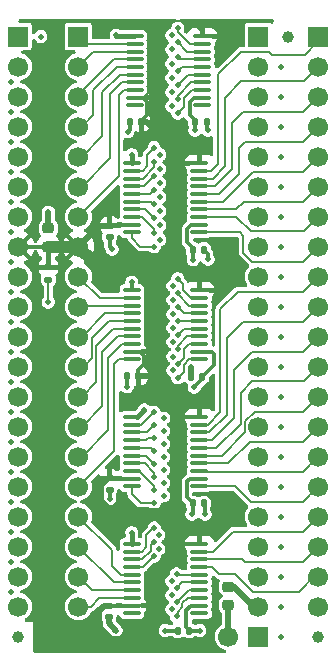
<source format=gbr>
%TF.GenerationSoftware,KiCad,Pcbnew,9.0.3*%
%TF.CreationDate,2025-07-14T16:06:07+02:00*%
%TF.ProjectId,IF-Board,49462d42-6f61-4726-942e-6b696361645f,rev?*%
%TF.SameCoordinates,Original*%
%TF.FileFunction,Copper,L1,Top*%
%TF.FilePolarity,Positive*%
%FSLAX46Y46*%
G04 Gerber Fmt 4.6, Leading zero omitted, Abs format (unit mm)*
G04 Created by KiCad (PCBNEW 9.0.3) date 2025-07-14 16:06:07*
%MOMM*%
%LPD*%
G01*
G04 APERTURE LIST*
G04 Aperture macros list*
%AMRoundRect*
0 Rectangle with rounded corners*
0 $1 Rounding radius*
0 $2 $3 $4 $5 $6 $7 $8 $9 X,Y pos of 4 corners*
0 Add a 4 corners polygon primitive as box body*
4,1,4,$2,$3,$4,$5,$6,$7,$8,$9,$2,$3,0*
0 Add four circle primitives for the rounded corners*
1,1,$1+$1,$2,$3*
1,1,$1+$1,$4,$5*
1,1,$1+$1,$6,$7*
1,1,$1+$1,$8,$9*
0 Add four rect primitives between the rounded corners*
20,1,$1+$1,$2,$3,$4,$5,0*
20,1,$1+$1,$4,$5,$6,$7,0*
20,1,$1+$1,$6,$7,$8,$9,0*
20,1,$1+$1,$8,$9,$2,$3,0*%
G04 Aperture macros list end*
%TA.AperFunction,SMDPad,CuDef*%
%ADD10RoundRect,0.140000X0.140000X0.170000X-0.140000X0.170000X-0.140000X-0.170000X0.140000X-0.170000X0*%
%TD*%
%TA.AperFunction,SMDPad,CuDef*%
%ADD11RoundRect,0.140000X-0.170000X0.140000X-0.170000X-0.140000X0.170000X-0.140000X0.170000X0.140000X0*%
%TD*%
%TA.AperFunction,FiducialPad,Global*%
%ADD12C,1.000000*%
%TD*%
%TA.AperFunction,ComponentPad*%
%ADD13R,1.700000X1.700000*%
%TD*%
%TA.AperFunction,ComponentPad*%
%ADD14C,1.700000*%
%TD*%
%TA.AperFunction,SMDPad,CuDef*%
%ADD15RoundRect,0.140000X-0.140000X-0.170000X0.140000X-0.170000X0.140000X0.170000X-0.140000X0.170000X0*%
%TD*%
%TA.AperFunction,SMDPad,CuDef*%
%ADD16RoundRect,0.100000X0.637500X0.100000X-0.637500X0.100000X-0.637500X-0.100000X0.637500X-0.100000X0*%
%TD*%
%TA.AperFunction,SMDPad,CuDef*%
%ADD17RoundRect,0.225000X0.250000X-0.225000X0.250000X0.225000X-0.250000X0.225000X-0.250000X-0.225000X0*%
%TD*%
%TA.AperFunction,SMDPad,CuDef*%
%ADD18RoundRect,0.135000X-0.185000X0.135000X-0.185000X-0.135000X0.185000X-0.135000X0.185000X0.135000X0*%
%TD*%
%TA.AperFunction,ViaPad*%
%ADD19C,0.500000*%
%TD*%
%TA.AperFunction,Conductor*%
%ADD20C,0.200000*%
%TD*%
%TA.AperFunction,Conductor*%
%ADD21C,0.150000*%
%TD*%
%TA.AperFunction,Conductor*%
%ADD22C,0.300000*%
%TD*%
%TA.AperFunction,Conductor*%
%ADD23C,0.500000*%
%TD*%
%TA.AperFunction,Conductor*%
%ADD24C,0.400000*%
%TD*%
%TA.AperFunction,Conductor*%
%ADD25C,0.750000*%
%TD*%
%TA.AperFunction,Conductor*%
%ADD26C,1.000000*%
%TD*%
G04 APERTURE END LIST*
D10*
%TO.P,C5,1*%
%TO.N,/Level Shifters & CPU Interface/+5V_I*%
X147706000Y-81914400D03*
%TO.P,C5,2*%
%TO.N,/Level Shifters & CPU Interface/GND_I*%
X146746000Y-81914400D03*
%TD*%
D11*
%TO.P,C7,1*%
%TO.N,/Level Shifters & CPU Interface/+5V_I*%
X145041600Y-90652500D03*
%TO.P,C7,2*%
%TO.N,/Level Shifters & CPU Interface/GND_I*%
X145041600Y-91612500D03*
%TD*%
D12*
%TO.P,FID3,*%
%TO.N,*%
X162720000Y-125450000D03*
%TD*%
D13*
%TO.P,J8,1,Pin_1*%
%TO.N,/Level Shifters & CPU Interface/GND_I*%
X157640000Y-125450000D03*
D14*
%TO.P,J8,2,Pin_2*%
%TO.N,/Level Shifters & CPU Interface/+3V3_I*%
X155100000Y-125450000D03*
%TD*%
D13*
%TO.P,J4,1,Pin_1*%
%TO.N,/Level Shifters & CPU Interface/CPU_40*%
X162720000Y-74650000D03*
D14*
%TO.P,J4,2,Pin_2*%
%TO.N,/Level Shifters & CPU Interface/CPU_39*%
X162720000Y-77190000D03*
%TO.P,J4,3,Pin_3*%
%TO.N,/Level Shifters & CPU Interface/CPU_38*%
X162720000Y-79730000D03*
%TO.P,J4,4,Pin_4*%
%TO.N,/Level Shifters & CPU Interface/CPU_37*%
X162720000Y-82270000D03*
%TO.P,J4,5,Pin_5*%
%TO.N,/Level Shifters & CPU Interface/CPU_36*%
X162720000Y-84810000D03*
%TO.P,J4,6,Pin_6*%
%TO.N,/Level Shifters & CPU Interface/CPU_35*%
X162720000Y-87350000D03*
%TO.P,J4,7,Pin_7*%
%TO.N,/Level Shifters & CPU Interface/CPU_34*%
X162720000Y-89890000D03*
%TO.P,J4,8,Pin_8*%
%TO.N,/Level Shifters & CPU Interface/CPU_33*%
X162720000Y-92430000D03*
%TO.P,J4,9,Pin_9*%
%TO.N,/Level Shifters & CPU Interface/CPU_32*%
X162720000Y-94970000D03*
%TO.P,J4,10,Pin_10*%
%TO.N,/Level Shifters & CPU Interface/CPU_31*%
X162720000Y-97510000D03*
%TO.P,J4,11,Pin_11*%
%TO.N,/Level Shifters & CPU Interface/CPU_30*%
X162720000Y-100050000D03*
%TO.P,J4,12,Pin_12*%
%TO.N,/Level Shifters & CPU Interface/CPU_29*%
X162720000Y-102590000D03*
%TO.P,J4,13,Pin_13*%
%TO.N,/Level Shifters & CPU Interface/CPU_28*%
X162720000Y-105130000D03*
%TO.P,J4,14,Pin_14*%
%TO.N,/Level Shifters & CPU Interface/CPU_27*%
X162720000Y-107670000D03*
%TO.P,J4,15,Pin_15*%
%TO.N,/Level Shifters & CPU Interface/CPU_26*%
X162720000Y-110210000D03*
%TO.P,J4,16,Pin_16*%
%TO.N,/Level Shifters & CPU Interface/CPU_25*%
X162720000Y-112750000D03*
%TO.P,J4,17,Pin_17*%
%TO.N,/Level Shifters & CPU Interface/CPU_24*%
X162720000Y-115290000D03*
%TO.P,J4,18,Pin_18*%
%TO.N,/Level Shifters & CPU Interface/CPU_23*%
X162720000Y-117830000D03*
%TO.P,J4,19,Pin_19*%
%TO.N,/Level Shifters & CPU Interface/CPU_22*%
X162720000Y-120370000D03*
%TO.P,J4,20,Pin_20*%
%TO.N,/Level Shifters & CPU Interface/GND_I*%
X162720000Y-122910000D03*
%TD*%
D15*
%TO.P,C6,1*%
%TO.N,/Level Shifters & CPU Interface/+3V3_I*%
X152070000Y-92684000D03*
%TO.P,C6,2*%
%TO.N,/Level Shifters & CPU Interface/GND_I*%
X153030000Y-92684000D03*
%TD*%
D13*
%TO.P,J2,1,Pin_1*%
%TO.N,/Level Shifters & CPU Interface/CPU_1*%
X137320000Y-74650000D03*
D14*
%TO.P,J2,2,Pin_2*%
%TO.N,/Level Shifters & CPU Interface/CPU_2*%
X137320000Y-77190000D03*
%TO.P,J2,3,Pin_3*%
%TO.N,/Level Shifters & CPU Interface/CPU_3*%
X137320000Y-79730000D03*
%TO.P,J2,4,Pin_4*%
%TO.N,/Level Shifters & CPU Interface/CPU_4*%
X137320000Y-82270000D03*
%TO.P,J2,5,Pin_5*%
%TO.N,/Level Shifters & CPU Interface/CPU_5*%
X137320000Y-84810000D03*
%TO.P,J2,6,Pin_6*%
%TO.N,/Level Shifters & CPU Interface/CPU_6*%
X137320000Y-87350000D03*
%TO.P,J2,7,Pin_7*%
%TO.N,/Level Shifters & CPU Interface/CPU_7*%
X137320000Y-89890000D03*
%TO.P,J2,8,Pin_8*%
%TO.N,/Level Shifters & CPU Interface/+5V_I*%
X137320000Y-92430000D03*
%TO.P,J2,9,Pin_9*%
%TO.N,/Level Shifters & CPU Interface/CPU_9*%
X137320000Y-94970000D03*
%TO.P,J2,10,Pin_10*%
%TO.N,/Level Shifters & CPU Interface/CPU_10*%
X137320000Y-97510000D03*
%TO.P,J2,11,Pin_11*%
%TO.N,/Level Shifters & CPU Interface/CPU_11*%
X137320000Y-100050000D03*
%TO.P,J2,12,Pin_12*%
%TO.N,/Level Shifters & CPU Interface/CPU_12*%
X137320000Y-102590000D03*
%TO.P,J2,13,Pin_13*%
%TO.N,/Level Shifters & CPU Interface/CPU_13*%
X137320000Y-105130000D03*
%TO.P,J2,14,Pin_14*%
%TO.N,/Level Shifters & CPU Interface/CPU_14*%
X137320000Y-107670000D03*
%TO.P,J2,15,Pin_15*%
%TO.N,/Level Shifters & CPU Interface/CPU_15*%
X137320000Y-110210000D03*
%TO.P,J2,16,Pin_16*%
%TO.N,/Level Shifters & CPU Interface/CPU_16*%
X137320000Y-112750000D03*
%TO.P,J2,17,Pin_17*%
%TO.N,/Level Shifters & CPU Interface/CPU_17*%
X137320000Y-115290000D03*
%TO.P,J2,18,Pin_18*%
%TO.N,/Level Shifters & CPU Interface/CPU_18*%
X137320000Y-117830000D03*
%TO.P,J2,19,Pin_19*%
%TO.N,/Level Shifters & CPU Interface/CPU_19*%
X137320000Y-120370000D03*
%TO.P,J2,20,Pin_20*%
%TO.N,/Level Shifters & CPU Interface/CPU_20*%
X137320000Y-122910000D03*
%TD*%
D16*
%TO.P,U4,1,A1*%
%TO.N,unconnected-(U4-A1-Pad1)*%
X152882500Y-80475000D03*
%TO.P,U4,2,VCCA*%
%TO.N,/Level Shifters & CPU Interface/+3V3_I*%
X152882500Y-79825000D03*
%TO.P,U4,3,A2*%
%TO.N,/Level Shifters & CPU Interface/CPU_7*%
X152882500Y-79175000D03*
%TO.P,U4,4,A3*%
%TO.N,/Level Shifters & CPU Interface/CPU_6*%
X152882500Y-78525000D03*
%TO.P,U4,5,A4*%
%TO.N,/Level Shifters & CPU Interface/CPU_5*%
X152882500Y-77875000D03*
%TO.P,U4,6,A5*%
%TO.N,/Level Shifters & CPU Interface/CPU_4*%
X152882500Y-77225000D03*
%TO.P,U4,7,A6*%
%TO.N,/Level Shifters & CPU Interface/CPU_3*%
X152882500Y-76575000D03*
%TO.P,U4,8,A7*%
%TO.N,/Level Shifters & CPU Interface/CPU_2*%
X152882500Y-75925000D03*
%TO.P,U4,9,A8*%
%TO.N,/Level Shifters & CPU Interface/CPU_1*%
X152882500Y-75275000D03*
%TO.P,U4,10,OE*%
%TO.N,/Level Shifters & CPU Interface/+5V_I*%
X152882500Y-74625000D03*
%TO.P,U4,11,GND*%
%TO.N,/Level Shifters & CPU Interface/GND_I*%
X147157500Y-74625000D03*
%TO.P,U4,12,B8*%
%TO.N,/Level Shifters & CPU Interface/PIN_1*%
X147157500Y-75275000D03*
%TO.P,U4,13,B7*%
%TO.N,/Level Shifters & CPU Interface/PIN_2*%
X147157500Y-75925000D03*
%TO.P,U4,14,B6*%
%TO.N,/Level Shifters & CPU Interface/PIN_3*%
X147157500Y-76575000D03*
%TO.P,U4,15,B5*%
%TO.N,/Level Shifters & CPU Interface/PIN_4*%
X147157500Y-77225000D03*
%TO.P,U4,16,B4*%
%TO.N,/Level Shifters & CPU Interface/PIN_5*%
X147157500Y-77875000D03*
%TO.P,U4,17,B3*%
%TO.N,/Level Shifters & CPU Interface/PIN_6*%
X147157500Y-78525000D03*
%TO.P,U4,18,B2*%
%TO.N,/Level Shifters & CPU Interface/PIN_7*%
X147157500Y-79175000D03*
%TO.P,U4,19,VCCB*%
%TO.N,/Level Shifters & CPU Interface/+5V_I*%
X147157500Y-79825000D03*
%TO.P,U4,20,B1*%
%TO.N,unconnected-(U4-B1-Pad20)*%
X147157500Y-80475000D03*
%TD*%
%TO.P,U5,1,A1*%
%TO.N,/Level Shifters & CPU Interface/CPU_33*%
X152645000Y-91225000D03*
%TO.P,U5,2,VCCA*%
%TO.N,/Level Shifters & CPU Interface/+3V3_I*%
X152645000Y-90575000D03*
%TO.P,U5,3,A2*%
%TO.N,/Level Shifters & CPU Interface/CPU_34*%
X152645000Y-89925000D03*
%TO.P,U5,4,A3*%
%TO.N,/Level Shifters & CPU Interface/CPU_35*%
X152645000Y-89275000D03*
%TO.P,U5,5,A4*%
%TO.N,/Level Shifters & CPU Interface/CPU_36*%
X152645000Y-88625000D03*
%TO.P,U5,6,A5*%
%TO.N,/Level Shifters & CPU Interface/CPU_37*%
X152645000Y-87975000D03*
%TO.P,U5,7,A6*%
%TO.N,/Level Shifters & CPU Interface/CPU_38*%
X152645000Y-87325000D03*
%TO.P,U5,8,A7*%
%TO.N,/Level Shifters & CPU Interface/CPU_39*%
X152645000Y-86675000D03*
%TO.P,U5,9,A8*%
%TO.N,/Level Shifters & CPU Interface/CPU_40*%
X152645000Y-86025000D03*
%TO.P,U5,10,OE*%
%TO.N,/Level Shifters & CPU Interface/+5V_I*%
X152645000Y-85375000D03*
%TO.P,U5,11,GND*%
%TO.N,/Level Shifters & CPU Interface/GND_I*%
X146920000Y-85375000D03*
%TO.P,U5,12,B8*%
%TO.N,/Level Shifters & CPU Interface/PIN_40*%
X146920000Y-86025000D03*
%TO.P,U5,13,B7*%
%TO.N,/Level Shifters & CPU Interface/PIN_39*%
X146920000Y-86675000D03*
%TO.P,U5,14,B6*%
%TO.N,/Level Shifters & CPU Interface/PIN_38*%
X146920000Y-87325000D03*
%TO.P,U5,15,B5*%
%TO.N,/Level Shifters & CPU Interface/PIN_37*%
X146920000Y-87975000D03*
%TO.P,U5,16,B4*%
%TO.N,/Level Shifters & CPU Interface/PIN_36*%
X146920000Y-88625000D03*
%TO.P,U5,17,B3*%
%TO.N,/Level Shifters & CPU Interface/PIN_35*%
X146920000Y-89275000D03*
%TO.P,U5,18,B2*%
%TO.N,/Level Shifters & CPU Interface/PIN_34*%
X146920000Y-89925000D03*
%TO.P,U5,19,VCCB*%
%TO.N,/Level Shifters & CPU Interface/+5V_I*%
X146920000Y-90575000D03*
%TO.P,U5,20,B1*%
%TO.N,/Level Shifters & CPU Interface/PIN_33*%
X146920000Y-91225000D03*
%TD*%
D17*
%TO.P,C14,1*%
%TO.N,/Level Shifters & CPU Interface/+3V3_I*%
X155100000Y-122769500D03*
%TO.P,C14,2*%
%TO.N,/Level Shifters & CPU Interface/GND_I*%
X155100000Y-121219500D03*
%TD*%
D12*
%TO.P,FID1,*%
%TO.N,*%
X160180000Y-74650000D03*
%TD*%
D18*
%TO.P,R15,1*%
%TO.N,/Level Shifters & CPU Interface/+5V_I*%
X139860000Y-94204000D03*
%TO.P,R15,2*%
%TO.N,/Level Shifters & CPU Interface/GND_I*%
X139860000Y-95224000D03*
%TD*%
D16*
%TO.P,U7,1,A1*%
%TO.N,/Level Shifters & CPU Interface/CPU_25*%
X152645000Y-112725000D03*
%TO.P,U7,2,VCCA*%
%TO.N,/Level Shifters & CPU Interface/+3V3_I*%
X152645000Y-112075000D03*
%TO.P,U7,3,A2*%
%TO.N,/Level Shifters & CPU Interface/CPU_26*%
X152645000Y-111425000D03*
%TO.P,U7,4,A3*%
%TO.N,/Level Shifters & CPU Interface/CPU_27*%
X152645000Y-110775000D03*
%TO.P,U7,5,A4*%
%TO.N,/Level Shifters & CPU Interface/CPU_28*%
X152645000Y-110125000D03*
%TO.P,U7,6,A5*%
%TO.N,/Level Shifters & CPU Interface/CPU_29*%
X152645000Y-109475000D03*
%TO.P,U7,7,A6*%
%TO.N,/Level Shifters & CPU Interface/CPU_30*%
X152645000Y-108825000D03*
%TO.P,U7,8,A7*%
%TO.N,/Level Shifters & CPU Interface/CPU_31*%
X152645000Y-108175000D03*
%TO.P,U7,9,A8*%
%TO.N,/Level Shifters & CPU Interface/CPU_32*%
X152645000Y-107525000D03*
%TO.P,U7,10,OE*%
%TO.N,/Level Shifters & CPU Interface/+5V_I*%
X152645000Y-106875000D03*
%TO.P,U7,11,GND*%
%TO.N,/Level Shifters & CPU Interface/GND_I*%
X146920000Y-106875000D03*
%TO.P,U7,12,B8*%
%TO.N,/Level Shifters & CPU Interface/PIN_32*%
X146920000Y-107525000D03*
%TO.P,U7,13,B7*%
%TO.N,/Level Shifters & CPU Interface/PIN_31*%
X146920000Y-108175000D03*
%TO.P,U7,14,B6*%
%TO.N,/Level Shifters & CPU Interface/PIN_30*%
X146920000Y-108825000D03*
%TO.P,U7,15,B5*%
%TO.N,/Level Shifters & CPU Interface/PIN_29*%
X146920000Y-109475000D03*
%TO.P,U7,16,B4*%
%TO.N,/Level Shifters & CPU Interface/PIN_28*%
X146920000Y-110125000D03*
%TO.P,U7,17,B3*%
%TO.N,/Level Shifters & CPU Interface/PIN_27*%
X146920000Y-110775000D03*
%TO.P,U7,18,B2*%
%TO.N,/Level Shifters & CPU Interface/PIN_26*%
X146920000Y-111425000D03*
%TO.P,U7,19,VCCB*%
%TO.N,/Level Shifters & CPU Interface/+5V_I*%
X146920000Y-112075000D03*
%TO.P,U7,20,B1*%
%TO.N,/Level Shifters & CPU Interface/PIN_25*%
X146920000Y-112725000D03*
%TD*%
D10*
%TO.P,C8,1*%
%TO.N,/Level Shifters & CPU Interface/+3V3_I*%
X152880000Y-103450000D03*
%TO.P,C8,2*%
%TO.N,/Level Shifters & CPU Interface/GND_I*%
X151920000Y-103450000D03*
%TD*%
D15*
%TO.P,C10,1*%
%TO.N,/Level Shifters & CPU Interface/+3V3_I*%
X152070000Y-114172400D03*
%TO.P,C10,2*%
%TO.N,/Level Shifters & CPU Interface/GND_I*%
X153030000Y-114172400D03*
%TD*%
D11*
%TO.P,C13,1*%
%TO.N,/Level Shifters & CPU Interface/+5V_I*%
X145000000Y-122870000D03*
%TO.P,C13,2*%
%TO.N,/Level Shifters & CPU Interface/GND_I*%
X145000000Y-123830000D03*
%TD*%
D16*
%TO.P,U6,1,A1*%
%TO.N,/Level Shifters & CPU Interface/CPU_16*%
X152645000Y-101975000D03*
%TO.P,U6,2,VCCA*%
%TO.N,/Level Shifters & CPU Interface/+3V3_I*%
X152645000Y-101325000D03*
%TO.P,U6,3,A2*%
%TO.N,/Level Shifters & CPU Interface/CPU_15*%
X152645000Y-100675000D03*
%TO.P,U6,4,A3*%
%TO.N,/Level Shifters & CPU Interface/CPU_14*%
X152645000Y-100025000D03*
%TO.P,U6,5,A4*%
%TO.N,/Level Shifters & CPU Interface/CPU_13*%
X152645000Y-99375000D03*
%TO.P,U6,6,A5*%
%TO.N,/Level Shifters & CPU Interface/CPU_12*%
X152645000Y-98725000D03*
%TO.P,U6,7,A6*%
%TO.N,/Level Shifters & CPU Interface/CPU_11*%
X152645000Y-98075000D03*
%TO.P,U6,8,A7*%
%TO.N,/Level Shifters & CPU Interface/CPU_10*%
X152645000Y-97425000D03*
%TO.P,U6,9,A8*%
%TO.N,/Level Shifters & CPU Interface/CPU_9*%
X152645000Y-96775000D03*
%TO.P,U6,10,OE*%
%TO.N,/Level Shifters & CPU Interface/+5V_I*%
X152645000Y-96125000D03*
%TO.P,U6,11,GND*%
%TO.N,/Level Shifters & CPU Interface/GND_I*%
X146920000Y-96125000D03*
%TO.P,U6,12,B8*%
%TO.N,/Level Shifters & CPU Interface/PIN_9*%
X146920000Y-96775000D03*
%TO.P,U6,13,B7*%
%TO.N,/Level Shifters & CPU Interface/PIN_10*%
X146920000Y-97425000D03*
%TO.P,U6,14,B6*%
%TO.N,/Level Shifters & CPU Interface/PIN_11*%
X146920000Y-98075000D03*
%TO.P,U6,15,B5*%
%TO.N,/Level Shifters & CPU Interface/PIN_12*%
X146920000Y-98725000D03*
%TO.P,U6,16,B4*%
%TO.N,/Level Shifters & CPU Interface/PIN_13*%
X146920000Y-99375000D03*
%TO.P,U6,17,B3*%
%TO.N,/Level Shifters & CPU Interface/PIN_14*%
X146920000Y-100025000D03*
%TO.P,U6,18,B2*%
%TO.N,/Level Shifters & CPU Interface/PIN_15*%
X146920000Y-100675000D03*
%TO.P,U6,19,VCCB*%
%TO.N,/Level Shifters & CPU Interface/+5V_I*%
X146920000Y-101325000D03*
%TO.P,U6,20,B1*%
%TO.N,/Level Shifters & CPU Interface/PIN_16*%
X146920000Y-101975000D03*
%TD*%
D17*
%TO.P,C15,1*%
%TO.N,/Level Shifters & CPU Interface/+5V_I*%
X139860000Y-92443000D03*
%TO.P,C15,2*%
%TO.N,/Level Shifters & CPU Interface/GND_I*%
X139860000Y-90893000D03*
%TD*%
D12*
%TO.P,FID2,*%
%TO.N,*%
X137320000Y-125450000D03*
%TD*%
D10*
%TO.P,C9,1*%
%TO.N,/Level Shifters & CPU Interface/+5V_I*%
X147480000Y-103402800D03*
%TO.P,C9,2*%
%TO.N,/Level Shifters & CPU Interface/GND_I*%
X146520000Y-103402800D03*
%TD*%
D16*
%TO.P,U8,1,A1*%
%TO.N,unconnected-(U8-A1-Pad1)*%
X152645000Y-123475000D03*
%TO.P,U8,2,VCCA*%
%TO.N,/Level Shifters & CPU Interface/+3V3_I*%
X152645000Y-122825000D03*
%TO.P,U8,3,A2*%
%TO.N,/Level Shifters & CPU Interface/CPU_20*%
X152645000Y-122175000D03*
%TO.P,U8,4,A3*%
%TO.N,/Level Shifters & CPU Interface/CPU_19*%
X152645000Y-121525000D03*
%TO.P,U8,5,A4*%
%TO.N,/Level Shifters & CPU Interface/CPU_18*%
X152645000Y-120875000D03*
%TO.P,U8,6,A5*%
%TO.N,/Level Shifters & CPU Interface/CPU_17*%
X152645000Y-120225000D03*
%TO.P,U8,7,A6*%
%TO.N,/Level Shifters & CPU Interface/CPU_22*%
X152645000Y-119575000D03*
%TO.P,U8,8,A7*%
%TO.N,/Level Shifters & CPU Interface/CPU_23*%
X152645000Y-118925000D03*
%TO.P,U8,9,A8*%
%TO.N,/Level Shifters & CPU Interface/CPU_24*%
X152645000Y-118275000D03*
%TO.P,U8,10,OE*%
%TO.N,/Level Shifters & CPU Interface/+5V_I*%
X152645000Y-117625000D03*
%TO.P,U8,11,GND*%
%TO.N,/Level Shifters & CPU Interface/GND_I*%
X146920000Y-117625000D03*
%TO.P,U8,12,B8*%
%TO.N,/Level Shifters & CPU Interface/PIN_24*%
X146920000Y-118275000D03*
%TO.P,U8,13,B7*%
%TO.N,/Level Shifters & CPU Interface/PIN_23*%
X146920000Y-118925000D03*
%TO.P,U8,14,B6*%
%TO.N,/Level Shifters & CPU Interface/PIN_22*%
X146920000Y-119575000D03*
%TO.P,U8,15,B5*%
%TO.N,/Level Shifters & CPU Interface/PIN_17*%
X146920000Y-120225000D03*
%TO.P,U8,16,B4*%
%TO.N,/Level Shifters & CPU Interface/PIN_18*%
X146920000Y-120875000D03*
%TO.P,U8,17,B3*%
%TO.N,/Level Shifters & CPU Interface/PIN_19*%
X146920000Y-121525000D03*
%TO.P,U8,18,B2*%
%TO.N,/Level Shifters & CPU Interface/PIN_20*%
X146920000Y-122175000D03*
%TO.P,U8,19,VCCB*%
%TO.N,/Level Shifters & CPU Interface/+5V_I*%
X146920000Y-122825000D03*
%TO.P,U8,20,B1*%
%TO.N,unconnected-(U8-B1-Pad20)*%
X146920000Y-123475000D03*
%TD*%
D10*
%TO.P,C12,1*%
%TO.N,/Level Shifters & CPU Interface/+3V3_I*%
X151770000Y-124942000D03*
%TO.P,C12,2*%
%TO.N,/Level Shifters & CPU Interface/GND_I*%
X150810000Y-124942000D03*
%TD*%
D11*
%TO.P,C11,1*%
%TO.N,/Level Shifters & CPU Interface/+5V_I*%
X145041600Y-112066800D03*
%TO.P,C11,2*%
%TO.N,/Level Shifters & CPU Interface/GND_I*%
X145041600Y-113026800D03*
%TD*%
D15*
%TO.P,C4,1*%
%TO.N,/Level Shifters & CPU Interface/+3V3_I*%
X152283200Y-81914400D03*
%TO.P,C4,2*%
%TO.N,/Level Shifters & CPU Interface/GND_I*%
X153243200Y-81914400D03*
%TD*%
D13*
%TO.P,J11,1,Pin_1*%
%TO.N,/Level Shifters & CPU Interface/PIN_1*%
X142400000Y-74650000D03*
D14*
%TO.P,J11,2,Pin_2*%
%TO.N,/Level Shifters & CPU Interface/PIN_2*%
X142400000Y-77190000D03*
%TO.P,J11,3,Pin_3*%
%TO.N,/Level Shifters & CPU Interface/PIN_3*%
X142400000Y-79730000D03*
%TO.P,J11,4,Pin_4*%
%TO.N,/Level Shifters & CPU Interface/PIN_4*%
X142400000Y-82270000D03*
%TO.P,J11,5,Pin_5*%
%TO.N,/Level Shifters & CPU Interface/PIN_5*%
X142400000Y-84810000D03*
%TO.P,J11,6,Pin_6*%
%TO.N,/Level Shifters & CPU Interface/PIN_6*%
X142400000Y-87350000D03*
%TO.P,J11,7,Pin_7*%
%TO.N,/Level Shifters & CPU Interface/PIN_7*%
X142400000Y-89890000D03*
%TO.P,J11,8,Pin_8*%
%TO.N,/Level Shifters & CPU Interface/+5V_I*%
X142400000Y-92430000D03*
%TO.P,J11,9,Pin_9*%
%TO.N,/Level Shifters & CPU Interface/PIN_9*%
X142400000Y-94970000D03*
%TO.P,J11,10,Pin_10*%
%TO.N,/Level Shifters & CPU Interface/PIN_10*%
X142400000Y-97510000D03*
%TO.P,J11,11,Pin_11*%
%TO.N,/Level Shifters & CPU Interface/PIN_11*%
X142400000Y-100050000D03*
%TO.P,J11,12,Pin_12*%
%TO.N,/Level Shifters & CPU Interface/PIN_12*%
X142400000Y-102590000D03*
%TO.P,J11,13,Pin_13*%
%TO.N,/Level Shifters & CPU Interface/PIN_13*%
X142400000Y-105130000D03*
%TO.P,J11,14,Pin_14*%
%TO.N,/Level Shifters & CPU Interface/PIN_14*%
X142400000Y-107670000D03*
%TO.P,J11,15,Pin_15*%
%TO.N,/Level Shifters & CPU Interface/PIN_15*%
X142400000Y-110210000D03*
%TO.P,J11,16,Pin_16*%
%TO.N,/Level Shifters & CPU Interface/PIN_16*%
X142400000Y-112750000D03*
%TO.P,J11,17,Pin_17*%
%TO.N,/Level Shifters & CPU Interface/PIN_17*%
X142400000Y-115290000D03*
%TO.P,J11,18,Pin_18*%
%TO.N,/Level Shifters & CPU Interface/PIN_18*%
X142400000Y-117830000D03*
%TO.P,J11,19,Pin_19*%
%TO.N,/Level Shifters & CPU Interface/PIN_19*%
X142400000Y-120370000D03*
%TO.P,J11,20,Pin_20*%
%TO.N,/Level Shifters & CPU Interface/PIN_20*%
X142400000Y-122910000D03*
%TD*%
D13*
%TO.P,J10,1,Pin_1*%
%TO.N,/Level Shifters & CPU Interface/PIN_40*%
X157640000Y-74650000D03*
D14*
%TO.P,J10,2,Pin_2*%
%TO.N,/Level Shifters & CPU Interface/PIN_39*%
X157640000Y-77190000D03*
%TO.P,J10,3,Pin_3*%
%TO.N,/Level Shifters & CPU Interface/PIN_38*%
X157640000Y-79730000D03*
%TO.P,J10,4,Pin_4*%
%TO.N,/Level Shifters & CPU Interface/PIN_37*%
X157640000Y-82270000D03*
%TO.P,J10,5,Pin_5*%
%TO.N,/Level Shifters & CPU Interface/PIN_36*%
X157640000Y-84810000D03*
%TO.P,J10,6,Pin_6*%
%TO.N,/Level Shifters & CPU Interface/PIN_35*%
X157640000Y-87350000D03*
%TO.P,J10,7,Pin_7*%
%TO.N,/Level Shifters & CPU Interface/PIN_34*%
X157640000Y-89890000D03*
%TO.P,J10,8,Pin_8*%
%TO.N,/Level Shifters & CPU Interface/PIN_33*%
X157640000Y-92430000D03*
%TO.P,J10,9,Pin_9*%
%TO.N,/Level Shifters & CPU Interface/PIN_32*%
X157640000Y-94970000D03*
%TO.P,J10,10,Pin_10*%
%TO.N,/Level Shifters & CPU Interface/PIN_31*%
X157640000Y-97510000D03*
%TO.P,J10,11,Pin_11*%
%TO.N,/Level Shifters & CPU Interface/PIN_30*%
X157640000Y-100050000D03*
%TO.P,J10,12,Pin_12*%
%TO.N,/Level Shifters & CPU Interface/PIN_29*%
X157640000Y-102590000D03*
%TO.P,J10,13,Pin_13*%
%TO.N,/Level Shifters & CPU Interface/PIN_28*%
X157640000Y-105130000D03*
%TO.P,J10,14,Pin_14*%
%TO.N,/Level Shifters & CPU Interface/PIN_27*%
X157640000Y-107670000D03*
%TO.P,J10,15,Pin_15*%
%TO.N,/Level Shifters & CPU Interface/PIN_26*%
X157640000Y-110210000D03*
%TO.P,J10,16,Pin_16*%
%TO.N,/Level Shifters & CPU Interface/PIN_25*%
X157640000Y-112750000D03*
%TO.P,J10,17,Pin_17*%
%TO.N,/Level Shifters & CPU Interface/PIN_24*%
X157640000Y-115290000D03*
%TO.P,J10,18,Pin_18*%
%TO.N,/Level Shifters & CPU Interface/PIN_23*%
X157640000Y-117830000D03*
%TO.P,J10,19,Pin_19*%
%TO.N,/Level Shifters & CPU Interface/PIN_22*%
X157640000Y-120370000D03*
%TO.P,J10,20,Pin_20*%
%TO.N,/Level Shifters & CPU Interface/GND_I*%
X157640000Y-122910000D03*
%TD*%
D19*
%TO.N,/Level Shifters & CPU Interface/PIN_37*%
X148800000Y-87650000D03*
%TO.N,/Level Shifters & CPU Interface/PIN_28*%
X148800000Y-110850000D03*
%TO.N,/Level Shifters & CPU Interface/PIN_26*%
X148800000Y-113050000D03*
%TO.N,/Level Shifters & CPU Interface/PIN_22*%
X148800000Y-118650000D03*
%TO.N,/Level Shifters & CPU Interface/PIN_34*%
X148800000Y-91250000D03*
%TO.N,/Level Shifters & CPU Interface/PIN_38*%
X148800000Y-86450000D03*
%TO.N,/Level Shifters & CPU Interface/PIN_25*%
X148800000Y-114150000D03*
%TO.N,/Level Shifters & CPU Interface/PIN_31*%
X148800000Y-107550000D03*
%TO.N,/Level Shifters & CPU Interface/PIN_27*%
X148800000Y-111950000D03*
%TO.N,/Level Shifters & CPU Interface/PIN_24*%
X148800000Y-116250000D03*
%TO.N,/Level Shifters & CPU Interface/PIN_39*%
X148800000Y-85250000D03*
%TO.N,/Level Shifters & CPU Interface/PIN_32*%
X148800000Y-106450000D03*
%TO.N,/Level Shifters & CPU Interface/PIN_35*%
X148800000Y-90050000D03*
%TO.N,/Level Shifters & CPU Interface/PIN_40*%
X148800000Y-84050000D03*
%TO.N,/Level Shifters & CPU Interface/PIN_33*%
X148800000Y-92450000D03*
%TO.N,/Level Shifters & CPU Interface/PIN_29*%
X148800000Y-109750000D03*
%TO.N,/Level Shifters & CPU Interface/PIN_30*%
X148800000Y-108650000D03*
%TO.N,/Level Shifters & CPU Interface/PIN_23*%
X148800000Y-117450000D03*
%TO.N,/Level Shifters & CPU Interface/PIN_36*%
X148800000Y-88850000D03*
%TO.N,/Level Shifters & CPU Interface/CPU_4*%
X150800000Y-77550000D03*
%TO.N,/Level Shifters & CPU Interface/CPU_14*%
X150800000Y-101150000D03*
%TO.N,/Level Shifters & CPU Interface/CPU_17*%
X150700000Y-120150000D03*
%TO.N,/Level Shifters & CPU Interface/CPU_19*%
X150700000Y-122550000D03*
%TO.N,/Level Shifters & CPU Interface/CPU_5*%
X150800000Y-78750000D03*
%TO.N,/Level Shifters & CPU Interface/CPU_12*%
X150800000Y-98750000D03*
%TO.N,/Level Shifters & CPU Interface/CPU_6*%
X150789297Y-79950000D03*
%TO.N,/Level Shifters & CPU Interface/CPU_18*%
X150700000Y-121350000D03*
%TO.N,/Level Shifters & CPU Interface/CPU_10*%
X150800000Y-96350000D03*
%TO.N,/Level Shifters & CPU Interface/CPU_13*%
X150800000Y-99950000D03*
%TO.N,/Level Shifters & CPU Interface/CPU_20*%
X150700000Y-123750000D03*
%TO.N,/Level Shifters & CPU Interface/CPU_1*%
X150800000Y-73950000D03*
%TO.N,/Level Shifters & CPU Interface/CPU_7*%
X150800000Y-81150000D03*
%TO.N,/Level Shifters & CPU Interface/CPU_9*%
X150800000Y-95150000D03*
%TO.N,/Level Shifters & CPU Interface/CPU_16*%
X150800000Y-103550000D03*
%TO.N,/Level Shifters & CPU Interface/CPU_3*%
X150800000Y-76350000D03*
%TO.N,/Level Shifters & CPU Interface/CPU_2*%
X150800000Y-75150000D03*
%TO.N,/Level Shifters & CPU Interface/CPU_11*%
X150800000Y-97550000D03*
%TO.N,/Level Shifters & CPU Interface/CPU_15*%
X150800000Y-102350000D03*
%TO.N,/Level Shifters & CPU Interface/GND_I*%
X136685000Y-121640000D03*
X136685000Y-83540000D03*
X136685000Y-88620000D03*
X149600000Y-112450000D03*
X149300000Y-87050000D03*
X159545000Y-82270000D03*
X150400000Y-102900000D03*
X136685000Y-103860000D03*
X149300000Y-84650000D03*
X149600000Y-110250000D03*
X149300000Y-89450000D03*
X146900000Y-116650000D03*
X159545000Y-105130000D03*
X159545000Y-110210000D03*
X150400000Y-95750000D03*
X149600000Y-109150000D03*
X149600000Y-111350000D03*
X159545000Y-94970000D03*
X136685000Y-114020000D03*
X153372800Y-93496800D03*
X136685000Y-78460000D03*
X136685000Y-119100000D03*
X159545000Y-97510000D03*
X159545000Y-77190000D03*
X159545000Y-125450000D03*
X136685000Y-116560000D03*
X150300000Y-75750000D03*
X159545000Y-87350000D03*
X145600000Y-74550000D03*
X150400000Y-96950000D03*
X136685000Y-91160000D03*
X149200000Y-116850000D03*
X139225000Y-74650000D03*
X159545000Y-112750000D03*
X136685000Y-106400000D03*
X136685000Y-98780000D03*
X147988000Y-106250000D03*
X159545000Y-84810000D03*
X150300000Y-121950000D03*
X159545000Y-102590000D03*
X136685000Y-101320000D03*
X150300000Y-78150000D03*
X159545000Y-120370000D03*
X159545000Y-115290000D03*
X159545000Y-89890000D03*
X136685000Y-93700000D03*
X149766000Y-124942000D03*
X149300000Y-85850000D03*
X159545000Y-122910000D03*
X149200000Y-118050000D03*
X150400000Y-98150000D03*
X146900000Y-84650000D03*
X150400000Y-100500000D03*
X149300000Y-88250000D03*
X139860000Y-89509000D03*
X151900000Y-102650000D03*
X150300000Y-80550000D03*
X149300000Y-90650000D03*
X150300000Y-123150000D03*
X153350000Y-82600000D03*
X159545000Y-107670000D03*
X159545000Y-92430000D03*
X146560850Y-82710851D03*
X153118800Y-115086800D03*
X159545000Y-79730000D03*
X149600000Y-108050000D03*
X146514800Y-104317200D03*
X139850000Y-97129000D03*
X159545000Y-100050000D03*
X149300000Y-91850000D03*
X150400000Y-99300000D03*
X146900000Y-95450000D03*
X136685000Y-81000000D03*
X136685000Y-96240000D03*
X145041600Y-113766000D03*
X136685000Y-86080000D03*
X145250000Y-92650000D03*
X149600000Y-106950000D03*
X150300000Y-79350000D03*
X149600000Y-113550000D03*
X150300000Y-74550000D03*
X136685000Y-111480000D03*
X136685000Y-108940000D03*
X150300000Y-120750000D03*
X150400000Y-101750000D03*
X150300000Y-76950000D03*
X159545000Y-117830000D03*
X145600400Y-124942000D03*
%TO.N,/Level Shifters & CPU Interface/+3V3_I*%
X152687000Y-124942000D03*
X152250000Y-82600000D03*
X152000000Y-115086800D03*
X152200000Y-104350000D03*
X152100000Y-93550000D03*
%TD*%
D20*
%TO.N,/Level Shifters & CPU Interface/PIN_5*%
X147157500Y-77875000D02*
X145875000Y-77875000D01*
X144400000Y-79350000D02*
X144400000Y-83068766D01*
X144400000Y-83068766D02*
X142658766Y-84810000D01*
X145875000Y-77875000D02*
X144400000Y-79350000D01*
%TO.N,/Level Shifters & CPU Interface/PIN_17*%
X146920000Y-120225000D02*
X145975000Y-120225000D01*
X145975000Y-120225000D02*
X145200000Y-119450000D01*
X145200000Y-119450000D02*
X145200000Y-118090000D01*
X145200000Y-118090000D02*
X142400000Y-115290000D01*
%TO.N,/Level Shifters & CPU Interface/PIN_10*%
X146920000Y-97425000D02*
X142485000Y-97425000D01*
D21*
%TO.N,/Level Shifters & CPU Interface/PIN_37*%
X148475000Y-87975000D02*
X148800000Y-87650000D01*
X146920000Y-87975000D02*
X148475000Y-87975000D01*
%TO.N,/Level Shifters & CPU Interface/PIN_28*%
X148750000Y-110800000D02*
X148075000Y-110125000D01*
X148800000Y-110800000D02*
X148750000Y-110800000D01*
X148075000Y-110125000D02*
X146920000Y-110125000D01*
D20*
%TO.N,/Level Shifters & CPU Interface/PIN_16*%
X145448000Y-102371000D02*
X145448000Y-109702000D01*
X145844000Y-101975000D02*
X145448000Y-102371000D01*
X145448000Y-109702000D02*
X142400000Y-112750000D01*
X146920000Y-101975000D02*
X145844000Y-101975000D01*
%TO.N,/Level Shifters & CPU Interface/PIN_7*%
X147157500Y-79175000D02*
X146257000Y-79175000D01*
X146257000Y-79175000D02*
X145800000Y-79632000D01*
X145800000Y-86490000D02*
X142400000Y-89890000D01*
X145800000Y-79632000D02*
X145800000Y-86490000D01*
D21*
%TO.N,/Level Shifters & CPU Interface/PIN_26*%
X147559407Y-111425000D02*
X148800000Y-112665593D01*
X148800000Y-112665593D02*
X148800000Y-113050000D01*
%TO.N,/Level Shifters & CPU Interface/PIN_22*%
X147875000Y-119575000D02*
X146920000Y-119575000D01*
X148800000Y-118650000D02*
X147875000Y-119575000D01*
D20*
%TO.N,/Level Shifters & CPU Interface/PIN_18*%
X145445000Y-120875000D02*
X142400000Y-117830000D01*
X146920000Y-120875000D02*
X145445000Y-120875000D01*
D21*
%TO.N,/Level Shifters & CPU Interface/PIN_34*%
X148800000Y-90950000D02*
X148800000Y-91250000D01*
X147775000Y-89925000D02*
X148800000Y-90950000D01*
X146920000Y-89925000D02*
X147775000Y-89925000D01*
%TO.N,/Level Shifters & CPU Interface/PIN_38*%
X147925000Y-87325000D02*
X148800000Y-86450000D01*
X146920000Y-87325000D02*
X147925000Y-87325000D01*
%TO.N,/Level Shifters & CPU Interface/PIN_25*%
X146920000Y-113370000D02*
X147700000Y-114150000D01*
X147700000Y-114150000D02*
X148800000Y-114150000D01*
X146920000Y-112725000D02*
X146920000Y-113370000D01*
D20*
%TO.N,/Level Shifters & CPU Interface/PIN_15*%
X144940000Y-107928765D02*
X142658765Y-110210000D01*
X144940000Y-101828000D02*
X144940000Y-107928765D01*
X146093000Y-100675000D02*
X144940000Y-101828000D01*
X146920000Y-100675000D02*
X146093000Y-100675000D01*
%TO.N,/Level Shifters & CPU Interface/PIN_20*%
X144175000Y-122175000D02*
X143440000Y-122910000D01*
X146920000Y-122175000D02*
X144175000Y-122175000D01*
X143440000Y-122910000D02*
X142400000Y-122910000D01*
D21*
%TO.N,/Level Shifters & CPU Interface/PIN_31*%
X148175000Y-108175000D02*
X148800000Y-107550000D01*
X146920000Y-108175000D02*
X148175000Y-108175000D01*
D20*
%TO.N,/Level Shifters & CPU Interface/PIN_11*%
X144633765Y-98075000D02*
X142658765Y-100050000D01*
X146920000Y-98075000D02*
X144633765Y-98075000D01*
D21*
%TO.N,/Level Shifters & CPU Interface/PIN_27*%
X148009407Y-110775000D02*
X148800000Y-111565593D01*
X146920000Y-110775000D02*
X148009407Y-110775000D01*
X148800000Y-111565593D02*
X148800000Y-111950000D01*
D20*
%TO.N,/Level Shifters & CPU Interface/PIN_1*%
X147157500Y-75275000D02*
X143045000Y-75275000D01*
%TO.N,/Level Shifters & CPU Interface/PIN_3*%
X147157500Y-76575000D02*
X145400000Y-76575000D01*
X145400000Y-76575000D02*
X142400000Y-79575000D01*
D21*
%TO.N,/Level Shifters & CPU Interface/PIN_24*%
X147775000Y-118275000D02*
X147549086Y-118275000D01*
X148150000Y-116850000D02*
X148150000Y-117900000D01*
X148150000Y-117900000D02*
X147775000Y-118275000D01*
X148800000Y-116200000D02*
X148150000Y-116850000D01*
D20*
%TO.N,/Level Shifters & CPU Interface/PIN_12*%
X144995000Y-98725000D02*
X143542001Y-100177999D01*
X146920000Y-98725000D02*
X144995000Y-98725000D01*
X143542001Y-100177999D02*
X143542001Y-101906982D01*
X143542001Y-101906982D02*
X142858982Y-102590000D01*
%TO.N,/Level Shifters & CPU Interface/PIN_4*%
X145625000Y-77225000D02*
X143670000Y-79180000D01*
X143670000Y-79180000D02*
X143670000Y-81258765D01*
X147157500Y-77225000D02*
X145625000Y-77225000D01*
X143670000Y-81258765D02*
X142658765Y-82270000D01*
D21*
%TO.N,/Level Shifters & CPU Interface/PIN_39*%
X147859407Y-86675000D02*
X148800000Y-85734407D01*
X146920000Y-86675000D02*
X147859407Y-86675000D01*
X148800000Y-85734407D02*
X148800000Y-85250000D01*
D20*
%TO.N,/Level Shifters & CPU Interface/PIN_6*%
X146125000Y-78525000D02*
X145100000Y-79550000D01*
X145100000Y-79550000D02*
X145100000Y-84908765D01*
X145100000Y-84908765D02*
X142658765Y-87350000D01*
X147157500Y-78525000D02*
X146125000Y-78525000D01*
D21*
%TO.N,/Level Shifters & CPU Interface/PIN_32*%
X146920000Y-107525000D02*
X147725000Y-107525000D01*
X147725000Y-107525000D02*
X148800000Y-106450000D01*
%TO.N,/Level Shifters & CPU Interface/PIN_35*%
X146920000Y-89275000D02*
X148025000Y-89275000D01*
X148025000Y-89275000D02*
X148800000Y-90050000D01*
%TO.N,/Level Shifters & CPU Interface/PIN_40*%
X147825000Y-86025000D02*
X148200000Y-85650000D01*
X148200000Y-84650000D02*
X148800000Y-84050000D01*
X148200000Y-85650000D02*
X148200000Y-84650000D01*
X146920000Y-86025000D02*
X147825000Y-86025000D01*
D20*
%TO.N,/Level Shifters & CPU Interface/PIN_19*%
X146920000Y-121525000D02*
X143575000Y-121525000D01*
X143575000Y-121525000D02*
X142420000Y-120370000D01*
%TO.N,/Level Shifters & CPU Interface/PIN_2*%
X147157500Y-75925000D02*
X143665000Y-75925000D01*
X143665000Y-75925000D02*
X142400000Y-77190000D01*
%TO.N,/Level Shifters & CPU Interface/PIN_13*%
X143923001Y-103865764D02*
X142658765Y-105130000D01*
X146920000Y-99375000D02*
X145361000Y-99375000D01*
X143923001Y-100812999D02*
X143923001Y-103865764D01*
X145361000Y-99375000D02*
X143923001Y-100812999D01*
D21*
%TO.N,/Level Shifters & CPU Interface/PIN_33*%
X146920000Y-91720000D02*
X147650000Y-92450000D01*
X147650000Y-92450000D02*
X148800000Y-92450000D01*
X146920000Y-91225000D02*
X146920000Y-91720000D01*
D20*
%TO.N,/Level Shifters & CPU Interface/PIN_9*%
X144205000Y-96775000D02*
X142400000Y-94970000D01*
X146920000Y-96775000D02*
X144205000Y-96775000D01*
D21*
%TO.N,/Level Shifters & CPU Interface/PIN_29*%
X146920000Y-109475000D02*
X148525000Y-109475000D01*
X148525000Y-109475000D02*
X148800000Y-109750000D01*
%TO.N,/Level Shifters & CPU Interface/PIN_30*%
X148287500Y-108650000D02*
X148800000Y-108650000D01*
X146920000Y-108825000D02*
X148112500Y-108825000D01*
X148112500Y-108825000D02*
X148287500Y-108650000D01*
D20*
%TO.N,/Level Shifters & CPU Interface/PIN_14*%
X144432000Y-105896765D02*
X142658765Y-107670000D01*
X145727000Y-100025000D02*
X144432000Y-101320000D01*
X144432000Y-101320000D02*
X144432000Y-105896765D01*
X146920000Y-100025000D02*
X145727000Y-100025000D01*
D21*
%TO.N,/Level Shifters & CPU Interface/PIN_23*%
X148800000Y-117450000D02*
X148550000Y-117700000D01*
X148550000Y-117700000D02*
X148550000Y-118184407D01*
X148550000Y-118184407D02*
X147809407Y-118925000D01*
X147809407Y-118925000D02*
X146920000Y-118925000D01*
%TO.N,/Level Shifters & CPU Interface/PIN_36*%
X146920000Y-88625000D02*
X148575000Y-88625000D01*
X148575000Y-88625000D02*
X148800000Y-88850000D01*
%TO.N,/Level Shifters & CPU Interface/CPU_4*%
X152882500Y-77225000D02*
X151125000Y-77225000D01*
X151125000Y-77225000D02*
X150800000Y-77550000D01*
%TO.N,/Level Shifters & CPU Interface/CPU_14*%
X151590593Y-100025000D02*
X150800000Y-100815593D01*
X150800000Y-100815593D02*
X150800000Y-101150000D01*
X152645000Y-100025000D02*
X151590593Y-100025000D01*
%TO.N,/Level Shifters & CPU Interface/CPU_17*%
X150775000Y-120225000D02*
X150700000Y-120150000D01*
X152645000Y-120225000D02*
X150775000Y-120225000D01*
%TO.N,/Level Shifters & CPU Interface/CPU_19*%
X151725000Y-121525000D02*
X150700000Y-122550000D01*
X152645000Y-121525000D02*
X151725000Y-121525000D01*
%TO.N,/Level Shifters & CPU Interface/CPU_5*%
X151675000Y-77875000D02*
X150800000Y-78750000D01*
X152882500Y-77875000D02*
X151675000Y-77875000D01*
%TO.N,/Level Shifters & CPU Interface/CPU_12*%
X150825000Y-98725000D02*
X150800000Y-98750000D01*
X152645000Y-98725000D02*
X150825000Y-98725000D01*
%TO.N,/Level Shifters & CPU Interface/CPU_6*%
X152882500Y-78525000D02*
X151925000Y-78525000D01*
X150789297Y-79660703D02*
X150789297Y-79950000D01*
X151925000Y-78525000D02*
X150789297Y-79660703D01*
%TO.N,/Level Shifters & CPU Interface/CPU_18*%
X151175000Y-120875000D02*
X150700000Y-121350000D01*
X152645000Y-120875000D02*
X151175000Y-120875000D01*
%TO.N,/Level Shifters & CPU Interface/CPU_10*%
X151757796Y-97425000D02*
X150800000Y-96467204D01*
X152645000Y-97425000D02*
X151757796Y-97425000D01*
X150800000Y-96467204D02*
X150800000Y-96350000D01*
%TO.N,/Level Shifters & CPU Interface/CPU_13*%
X152645000Y-99375000D02*
X151375000Y-99375000D01*
X151375000Y-99375000D02*
X150800000Y-99950000D01*
%TO.N,/Level Shifters & CPU Interface/CPU_20*%
X150806000Y-123344000D02*
X150806000Y-123644000D01*
X151675000Y-122175000D02*
X151206000Y-122644000D01*
X152645000Y-122175000D02*
X151675000Y-122175000D01*
X150806000Y-123644000D02*
X150700000Y-123750000D01*
X151206000Y-122944000D02*
X150806000Y-123344000D01*
X151206000Y-122644000D02*
X151206000Y-122944000D01*
%TO.N,/Level Shifters & CPU Interface/CPU_1*%
X152882500Y-75275000D02*
X151825000Y-75275000D01*
X151825000Y-75275000D02*
X150800000Y-74250000D01*
X150800000Y-74250000D02*
X150800000Y-73950000D01*
%TO.N,/Level Shifters & CPU Interface/CPU_7*%
X151300000Y-80650000D02*
X150800000Y-81150000D01*
X152882500Y-79175000D02*
X151975000Y-79175000D01*
X151300000Y-79850000D02*
X151300000Y-80650000D01*
X151975000Y-79175000D02*
X151300000Y-79850000D01*
%TO.N,/Level Shifters & CPU Interface/CPU_9*%
X151907501Y-96775000D02*
X151250000Y-96117499D01*
X151250000Y-96117499D02*
X151250000Y-95600000D01*
X152645000Y-96775000D02*
X151907501Y-96775000D01*
X151250000Y-95600000D02*
X150800000Y-95150000D01*
%TO.N,/Level Shifters & CPU Interface/CPU_16*%
X151306000Y-102444000D02*
X151306000Y-103044000D01*
X151775000Y-101975000D02*
X151306000Y-102444000D01*
X151306000Y-103044000D02*
X150800000Y-103550000D01*
X152645000Y-101975000D02*
X151775000Y-101975000D01*
%TO.N,/Level Shifters & CPU Interface/CPU_3*%
X151025000Y-76575000D02*
X150800000Y-76350000D01*
X152882500Y-76575000D02*
X151025000Y-76575000D01*
%TO.N,/Level Shifters & CPU Interface/CPU_2*%
X152882500Y-75925000D02*
X151575000Y-75925000D01*
X151575000Y-75925000D02*
X150800000Y-75150000D01*
%TO.N,/Level Shifters & CPU Interface/CPU_11*%
X152645000Y-98075000D02*
X151325000Y-98075000D01*
X151325000Y-98075000D02*
X150800000Y-97550000D01*
%TO.N,/Level Shifters & CPU Interface/CPU_15*%
X151306000Y-101844000D02*
X150800000Y-102350000D01*
X152645000Y-100675000D02*
X151775000Y-100675000D01*
X151775000Y-100675000D02*
X151306000Y-101144000D01*
X151306000Y-101144000D02*
X151306000Y-101844000D01*
D20*
%TO.N,/Level Shifters & CPU Interface/CPU_35*%
X156400000Y-88650000D02*
X161420000Y-88650000D01*
X155775000Y-89275000D02*
X156400000Y-88650000D01*
X152645000Y-89275000D02*
X155775000Y-89275000D01*
X161420000Y-88650000D02*
X162720000Y-87350000D01*
%TO.N,/Level Shifters & CPU Interface/CPU_36*%
X154625000Y-88625000D02*
X157170000Y-86080000D01*
X153275000Y-88625000D02*
X154625000Y-88625000D01*
X157170000Y-86080000D02*
X161450000Y-86080000D01*
X161450000Y-86080000D02*
X162720000Y-84810000D01*
%TO.N,/Level Shifters & CPU Interface/CPU_34*%
X155775000Y-89925000D02*
X157000000Y-91150000D01*
X161460000Y-91150000D02*
X162685000Y-89925000D01*
X157000000Y-91150000D02*
X161460000Y-91150000D01*
X152645000Y-89925000D02*
X155775000Y-89925000D01*
%TO.N,/Level Shifters & CPU Interface/CPU_22*%
X153725000Y-119575000D02*
X154300000Y-120150000D01*
X152645000Y-119575000D02*
X153725000Y-119575000D01*
X161062000Y-121650000D02*
X162531000Y-120181000D01*
X154300000Y-120150000D02*
X155642000Y-120150000D01*
X157142000Y-121650000D02*
X161062000Y-121650000D01*
X155642000Y-120150000D02*
X157142000Y-121650000D01*
%TO.N,/Level Shifters & CPU Interface/CPU_25*%
X155675000Y-112725000D02*
X156970000Y-114020000D01*
X152645000Y-112725000D02*
X155675000Y-112725000D01*
X161400000Y-114020000D02*
X162695000Y-112725000D01*
X156970000Y-114020000D02*
X161400000Y-114020000D01*
%TO.N,/Level Shifters & CPU Interface/CPU_32*%
X154400000Y-106450000D02*
X154400000Y-97750000D01*
X155910000Y-96240000D02*
X161450000Y-96240000D01*
X154400000Y-97750000D02*
X155910000Y-96240000D01*
X152645000Y-107525000D02*
X153325000Y-107525000D01*
X153325000Y-107525000D02*
X154400000Y-106450000D01*
X161450000Y-96240000D02*
X162720000Y-94970000D01*
%TO.N,/Level Shifters & CPU Interface/CPU_27*%
X155075000Y-110775000D02*
X156900000Y-108950000D01*
X161440000Y-108950000D02*
X162720000Y-107670000D01*
X156900000Y-108950000D02*
X161440000Y-108950000D01*
X152645000Y-110775000D02*
X155075000Y-110775000D01*
%TO.N,/Level Shifters & CPU Interface/CPU_31*%
X161450000Y-98780000D02*
X162720000Y-97510000D01*
X152645000Y-108175000D02*
X153478750Y-108175000D01*
X155000000Y-106653750D02*
X155000000Y-100150000D01*
X155000000Y-100150000D02*
X156370000Y-98780000D01*
X153478750Y-108175000D02*
X155000000Y-106653750D01*
X156370000Y-98780000D02*
X161450000Y-98780000D01*
%TO.N,/Level Shifters & CPU Interface/CPU_37*%
X156500000Y-83550000D02*
X161440000Y-83550000D01*
X154275000Y-87975000D02*
X156000000Y-86250000D01*
X156000000Y-84050000D02*
X156500000Y-83550000D01*
X161440000Y-83550000D02*
X162720000Y-82270000D01*
X152645000Y-87975000D02*
X154275000Y-87975000D01*
X156000000Y-86250000D02*
X156000000Y-84050000D01*
%TO.N,/Level Shifters & CPU Interface/CPU_38*%
X155400000Y-85850000D02*
X155400000Y-81950000D01*
X153925000Y-87325000D02*
X155400000Y-85850000D01*
X155400000Y-81950000D02*
X156350000Y-81000000D01*
X156350000Y-81000000D02*
X161450000Y-81000000D01*
X161450000Y-81000000D02*
X162720000Y-79730000D01*
X152645000Y-87325000D02*
X153925000Y-87325000D01*
%TO.N,/Level Shifters & CPU Interface/CPU_33*%
X156075000Y-91225000D02*
X156370000Y-91520000D01*
X152645000Y-91225000D02*
X156075000Y-91225000D01*
X161450000Y-93700000D02*
X162720000Y-92430000D01*
X156370000Y-92938000D02*
X157132000Y-93700000D01*
X157132000Y-93700000D02*
X161450000Y-93700000D01*
X156370000Y-91520000D02*
X156370000Y-92938000D01*
%TO.N,/Level Shifters & CPU Interface/CPU_39*%
X153762598Y-86675000D02*
X154800000Y-85637598D01*
X154800000Y-79850000D02*
X156200000Y-78450000D01*
X161460000Y-78450000D02*
X162720000Y-77190000D01*
X152645000Y-86675000D02*
X153762598Y-86675000D01*
X154800000Y-85637598D02*
X154800000Y-79850000D01*
X156200000Y-78450000D02*
X161460000Y-78450000D01*
%TO.N,/Level Shifters & CPU Interface/CPU_40*%
X154200000Y-85450000D02*
X154200000Y-77850000D01*
X153625000Y-86025000D02*
X154200000Y-85450000D01*
X161577000Y-76174000D02*
X162720000Y-75031000D01*
X158529000Y-75920000D02*
X158783000Y-76174000D01*
X154200000Y-77850000D02*
X156130000Y-75920000D01*
X158783000Y-76174000D02*
X161577000Y-76174000D01*
X152645000Y-86025000D02*
X153625000Y-86025000D01*
X156130000Y-75920000D02*
X158529000Y-75920000D01*
%TO.N,/Level Shifters & CPU Interface/CPU_24*%
X161450000Y-116560000D02*
X162720000Y-115290000D01*
X155490000Y-116560000D02*
X161450000Y-116560000D01*
X152645000Y-118275000D02*
X153775000Y-118275000D01*
X153775000Y-118275000D02*
X155490000Y-116560000D01*
%TO.N,/Level Shifters & CPU Interface/CPU_30*%
X155600000Y-106950000D02*
X155600000Y-102850000D01*
X157100000Y-101350000D02*
X161400000Y-101350000D01*
X152645000Y-108825000D02*
X153725000Y-108825000D01*
X153725000Y-108825000D02*
X155600000Y-106950000D01*
X155600000Y-102850000D02*
X157100000Y-101350000D01*
X161400000Y-101350000D02*
X162700000Y-100050000D01*
%TO.N,/Level Shifters & CPU Interface/CPU_29*%
X157100000Y-103850000D02*
X161460000Y-103850000D01*
X154075000Y-109475000D02*
X156129000Y-107421000D01*
X152645000Y-109475000D02*
X154075000Y-109475000D01*
X161460000Y-103850000D02*
X162720000Y-102590000D01*
X156129000Y-107421000D02*
X156129000Y-104821000D01*
X156129000Y-104821000D02*
X157100000Y-103850000D01*
%TO.N,/Level Shifters & CPU Interface/CPU_23*%
X152645000Y-118925000D02*
X156286235Y-118925000D01*
X161450000Y-119100000D02*
X162720000Y-117830000D01*
X156461235Y-119100000D02*
X161450000Y-119100000D01*
X156286235Y-118925000D02*
X156461235Y-119100000D01*
%TO.N,/Level Shifters & CPU Interface/CPU_28*%
X161450000Y-106400000D02*
X162720000Y-105130000D01*
X156509000Y-108141000D02*
X156509000Y-107201524D01*
X154525000Y-110125000D02*
X156509000Y-108141000D01*
X157310524Y-106400000D02*
X161450000Y-106400000D01*
X152645000Y-110125000D02*
X154525000Y-110125000D01*
X156509000Y-107201524D02*
X157310524Y-106400000D01*
%TO.N,/Level Shifters & CPU Interface/CPU_26*%
X152700000Y-111480000D02*
X161430000Y-111480000D01*
X161430000Y-111480000D02*
X162710000Y-110200000D01*
D22*
%TO.N,/Level Shifters & CPU Interface/GND_I*%
X146560850Y-82710851D02*
X146746000Y-82525701D01*
X146514800Y-104317200D02*
X146514800Y-103408000D01*
D23*
X139860000Y-89509000D02*
X139860000Y-90805500D01*
X145000000Y-124341600D02*
X145600400Y-124942000D01*
D24*
X146900000Y-84650000D02*
X146900000Y-85355000D01*
D20*
X139860000Y-96240000D02*
X139860000Y-95224000D01*
D23*
X145000000Y-123830000D02*
X145000000Y-124341600D01*
D22*
X153243200Y-82493200D02*
X153350000Y-82600000D01*
D23*
X155100000Y-121132000D02*
X155481000Y-121132000D01*
D24*
X146900000Y-116650000D02*
X146900000Y-117605000D01*
D22*
X145041600Y-91612500D02*
X145041600Y-92441600D01*
X153372800Y-93026800D02*
X153030000Y-92684000D01*
X145041600Y-113766000D02*
X145041600Y-113026800D01*
D23*
X155481000Y-121132000D02*
X157259000Y-122910000D01*
D22*
X146900000Y-95450000D02*
X146900000Y-96105000D01*
X150722500Y-124942000D02*
X149766000Y-124942000D01*
X145041600Y-92441600D02*
X145250000Y-92650000D01*
X153118800Y-115086800D02*
X153118800Y-114261200D01*
X146746000Y-82525701D02*
X146746000Y-81914400D01*
D24*
X145600000Y-74550000D02*
X145617500Y-74567500D01*
D22*
X153372800Y-93496800D02*
X153372800Y-93026800D01*
D24*
X147988000Y-106250000D02*
X147383000Y-106855000D01*
D20*
X139850000Y-97129000D02*
X139850000Y-96250000D01*
X139850000Y-96250000D02*
X139860000Y-96240000D01*
D22*
X147100000Y-74567500D02*
X147157500Y-74625000D01*
D23*
X151920000Y-102670000D02*
X151900000Y-102650000D01*
D24*
X145617500Y-74567500D02*
X147100000Y-74567500D01*
D23*
X151920000Y-103450000D02*
X151920000Y-102670000D01*
D22*
X153243200Y-81914400D02*
X153243200Y-82493200D01*
%TO.N,/Level Shifters & CPU Interface/+3V3_I*%
X151544000Y-124628500D02*
X151857500Y-124942000D01*
X151814000Y-81286300D02*
X151814000Y-80156001D01*
X151945202Y-90575000D02*
X152645000Y-90575000D01*
X152283200Y-82566800D02*
X152283200Y-81914400D01*
X151544000Y-123188501D02*
X151544000Y-124628500D01*
X151825000Y-112075000D02*
X151576500Y-112323500D01*
D23*
X155100000Y-122857000D02*
X155100000Y-125450000D01*
D22*
X152645000Y-101325000D02*
X153675000Y-101325000D01*
X152880000Y-103450000D02*
X152880000Y-103670000D01*
X152102800Y-93496800D02*
X152102800Y-92716800D01*
X152000000Y-115086800D02*
X152070000Y-115016800D01*
X151576500Y-112323500D02*
X151576500Y-113678900D01*
X153675000Y-101325000D02*
X153900000Y-101550000D01*
X152070000Y-115016800D02*
X152070000Y-114172400D01*
X153900000Y-102430000D02*
X152880000Y-103450000D01*
X152283200Y-81755500D02*
X151814000Y-81286300D01*
X151576500Y-113678900D02*
X152070000Y-114172400D01*
X152645000Y-122825000D02*
X151907501Y-122825000D01*
X153900000Y-101550000D02*
X153900000Y-102430000D01*
X152880000Y-103670000D02*
X152200000Y-104350000D01*
X151907501Y-122825000D02*
X151544000Y-123188501D01*
X152645000Y-112075000D02*
X151825000Y-112075000D01*
X151576500Y-90943702D02*
X151945202Y-90575000D01*
X151814000Y-80156001D02*
X152145001Y-79825000D01*
X151576500Y-92044000D02*
X151576500Y-90943702D01*
X152250000Y-82600000D02*
X152283200Y-82566800D01*
X151857500Y-124942000D02*
X152687000Y-124942000D01*
X152070000Y-92537500D02*
X151576500Y-92044000D01*
D20*
X152882500Y-79825000D02*
X152145001Y-79825000D01*
%TO.N,/Level Shifters & CPU Interface/+5V_I*%
X148752800Y-103402800D02*
X149000000Y-103650000D01*
D23*
X148500000Y-124850000D02*
X148500000Y-120750000D01*
D20*
X148600000Y-74850000D02*
X148600000Y-79119999D01*
D22*
X147480000Y-102870000D02*
X147988500Y-102361500D01*
D23*
X145000000Y-122870000D02*
X144580000Y-122870000D01*
D22*
X147480000Y-103402800D02*
X147480000Y-102870000D01*
D20*
X150525000Y-85375000D02*
X150500000Y-85350000D01*
X139860000Y-94204000D02*
X139860000Y-92530500D01*
D23*
X144300600Y-112646404D02*
X144880204Y-112066800D01*
X147700000Y-125650000D02*
X148500000Y-124850000D01*
D20*
X150606000Y-117625000D02*
X150531000Y-117550000D01*
X152645000Y-96125000D02*
X152645000Y-95195000D01*
D22*
X147988500Y-101693702D02*
X147619798Y-101325000D01*
D25*
X150531000Y-114850000D02*
X150531000Y-106950000D01*
D23*
X144300600Y-113988080D02*
X144300600Y-112646404D01*
D22*
X146920000Y-90575000D02*
X145119100Y-90575000D01*
X147619798Y-101325000D02*
X146920000Y-101325000D01*
X137320000Y-92430000D02*
X139847000Y-92430000D01*
D20*
X151300000Y-93850000D02*
X150500000Y-93850000D01*
D22*
X147857298Y-79825000D02*
X148226000Y-80193702D01*
D23*
X150050000Y-94300000D02*
X148950000Y-94300000D01*
D20*
X152000000Y-73350000D02*
X150100000Y-73350000D01*
D26*
X148950000Y-94300000D02*
X148400000Y-93750000D01*
D23*
X147706000Y-81914400D02*
X148164400Y-81914400D01*
X144009565Y-123440435D02*
X144009565Y-124569051D01*
X144580000Y-122870000D02*
X144009565Y-123440435D01*
D25*
X150531000Y-105181000D02*
X149000000Y-103650000D01*
D23*
X150531000Y-114850000D02*
X145162520Y-114850000D01*
X144009565Y-124569051D02*
X145090514Y-125650000D01*
D22*
X147988500Y-102361500D02*
X147988500Y-101693702D01*
D23*
X145041600Y-90652500D02*
X144177500Y-90652500D01*
X145090514Y-125650000D02*
X147700000Y-125650000D01*
X150531000Y-117550000D02*
X150531000Y-114850000D01*
D20*
X147894999Y-79825000D02*
X147157500Y-79825000D01*
D22*
X148226000Y-81291500D02*
X147706000Y-81811500D01*
D26*
X139860000Y-92443000D02*
X142387000Y-92443000D01*
X148400000Y-93750000D02*
X143720000Y-93750000D01*
D23*
X150531000Y-118719000D02*
X150531000Y-117550000D01*
D22*
X148226000Y-80193702D02*
X148226000Y-81291500D01*
D20*
X150100000Y-73350000D02*
X148600000Y-74850000D01*
X148600000Y-79119999D02*
X147894999Y-79825000D01*
D23*
X148500000Y-120750000D02*
X150531000Y-118719000D01*
X147480000Y-103402800D02*
X148752800Y-103402800D01*
X150500000Y-85350000D02*
X150500000Y-93850000D01*
D20*
X152882500Y-74625000D02*
X152882500Y-74232500D01*
X150606000Y-106875000D02*
X150531000Y-106950000D01*
D26*
X143720000Y-93750000D02*
X142400000Y-92430000D01*
D23*
X145162520Y-114850000D02*
X144300600Y-113988080D01*
D26*
X148950000Y-94300000D02*
X148950000Y-103600000D01*
D23*
X144880204Y-112066800D02*
X145041600Y-112066800D01*
X148164400Y-81914400D02*
X150500000Y-84250000D01*
D22*
X146920000Y-122825000D02*
X145045000Y-122825000D01*
D26*
X148950000Y-103600000D02*
X149000000Y-103650000D01*
D22*
X147157500Y-79825000D02*
X147857298Y-79825000D01*
D26*
X139847000Y-92430000D02*
X139860000Y-92443000D01*
D20*
X152645000Y-106875000D02*
X150606000Y-106875000D01*
D22*
X146920000Y-112075000D02*
X145049800Y-112075000D01*
D25*
X150531000Y-106950000D02*
X150531000Y-105181000D01*
D23*
X144177500Y-90652500D02*
X142400000Y-92430000D01*
D20*
X152645000Y-85375000D02*
X150525000Y-85375000D01*
D23*
X150500000Y-93850000D02*
X150050000Y-94300000D01*
D20*
X152645000Y-95195000D02*
X151300000Y-93850000D01*
X152882500Y-74232500D02*
X152000000Y-73350000D01*
X152645000Y-117625000D02*
X150606000Y-117625000D01*
D23*
X150500000Y-84250000D02*
X150500000Y-85350000D01*
%TD*%
%TA.AperFunction,Conductor*%
%TO.N,/Level Shifters & CPU Interface/+5V_I*%
G36*
X150539751Y-73153072D02*
G01*
X150549606Y-73151775D01*
X150576516Y-73162923D01*
X150604652Y-73170462D01*
X150611680Y-73177490D01*
X150620862Y-73181294D01*
X150638592Y-73204402D01*
X150659190Y-73225000D01*
X150661762Y-73234600D01*
X150667812Y-73242485D01*
X150671613Y-73271364D01*
X150679152Y-73299500D01*
X150676579Y-73309099D01*
X150677877Y-73318954D01*
X150666728Y-73345864D01*
X150659190Y-73374000D01*
X150652161Y-73381028D01*
X150648358Y-73390210D01*
X150625249Y-73407940D01*
X150604652Y-73428538D01*
X150587838Y-73436828D01*
X150461988Y-73509488D01*
X150359488Y-73611988D01*
X150287016Y-73737512D01*
X150249500Y-73877523D01*
X150249500Y-73879280D01*
X150249046Y-73880974D01*
X150248226Y-73887204D01*
X150247405Y-73887096D01*
X150229538Y-73953780D01*
X150175000Y-74008318D01*
X150139065Y-74023203D01*
X150087512Y-74037016D01*
X149961988Y-74109488D01*
X149859488Y-74211988D01*
X149787016Y-74337512D01*
X149749500Y-74477523D01*
X149749500Y-74622476D01*
X149787016Y-74762487D01*
X149859488Y-74888011D01*
X149859489Y-74888012D01*
X149859491Y-74888015D01*
X149961985Y-74990509D01*
X149961987Y-74990510D01*
X149961991Y-74990513D01*
X150014731Y-75020963D01*
X150069268Y-75075501D01*
X150089230Y-75150001D01*
X150069267Y-75224501D01*
X150014731Y-75279037D01*
X149961991Y-75309486D01*
X149961987Y-75309489D01*
X149859488Y-75411988D01*
X149787016Y-75537512D01*
X149749500Y-75677523D01*
X149749500Y-75822476D01*
X149787016Y-75962487D01*
X149859488Y-76088011D01*
X149859489Y-76088012D01*
X149859491Y-76088015D01*
X149961985Y-76190509D01*
X149961987Y-76190510D01*
X149961991Y-76190513D01*
X150014731Y-76220963D01*
X150069268Y-76275501D01*
X150089230Y-76350001D01*
X150069267Y-76424501D01*
X150014731Y-76479037D01*
X149961991Y-76509486D01*
X149961987Y-76509489D01*
X149859488Y-76611988D01*
X149787016Y-76737512D01*
X149749500Y-76877523D01*
X149749500Y-77022476D01*
X149787016Y-77162487D01*
X149859488Y-77288011D01*
X149859489Y-77288012D01*
X149859491Y-77288015D01*
X149961985Y-77390509D01*
X149961987Y-77390510D01*
X149961991Y-77390513D01*
X150014731Y-77420963D01*
X150069268Y-77475501D01*
X150089230Y-77550001D01*
X150069267Y-77624501D01*
X150014731Y-77679037D01*
X149961991Y-77709486D01*
X149961987Y-77709489D01*
X149859488Y-77811988D01*
X149787016Y-77937512D01*
X149749500Y-78077523D01*
X149749500Y-78222476D01*
X149787016Y-78362487D01*
X149859488Y-78488011D01*
X149859489Y-78488012D01*
X149859491Y-78488015D01*
X149961985Y-78590509D01*
X149961987Y-78590510D01*
X149961991Y-78590513D01*
X150014731Y-78620963D01*
X150069268Y-78675501D01*
X150089230Y-78750001D01*
X150069267Y-78824501D01*
X150014731Y-78879037D01*
X149961991Y-78909486D01*
X149961987Y-78909489D01*
X149859488Y-79011988D01*
X149787016Y-79137512D01*
X149749500Y-79277523D01*
X149749500Y-79422476D01*
X149787016Y-79562487D01*
X149859488Y-79688011D01*
X149859489Y-79688012D01*
X149859491Y-79688015D01*
X149961985Y-79790509D01*
X149961987Y-79790510D01*
X149961991Y-79790513D01*
X150014731Y-79820963D01*
X150069268Y-79875501D01*
X150089230Y-79950001D01*
X150069267Y-80024501D01*
X150014731Y-80079037D01*
X149961991Y-80109486D01*
X149961987Y-80109489D01*
X149859488Y-80211988D01*
X149787016Y-80337512D01*
X149749500Y-80477523D01*
X149749500Y-80622476D01*
X149787016Y-80762487D01*
X149859488Y-80888011D01*
X149859489Y-80888012D01*
X149859491Y-80888015D01*
X149961985Y-80990509D01*
X150087515Y-81062984D01*
X150139064Y-81076796D01*
X150205858Y-81115360D01*
X150244423Y-81182154D01*
X150249500Y-81220719D01*
X150249500Y-81222476D01*
X150287016Y-81362487D01*
X150359488Y-81488011D01*
X150359489Y-81488012D01*
X150359491Y-81488015D01*
X150461985Y-81590509D01*
X150461987Y-81590510D01*
X150461988Y-81590511D01*
X150587512Y-81662983D01*
X150587514Y-81662983D01*
X150587515Y-81662984D01*
X150727525Y-81700500D01*
X150872475Y-81700500D01*
X151012485Y-81662984D01*
X151138015Y-81590509D01*
X151210827Y-81517696D01*
X151277618Y-81479134D01*
X151354746Y-81479134D01*
X151421541Y-81517697D01*
X151445219Y-81548554D01*
X151453506Y-81562907D01*
X151453509Y-81562911D01*
X151453511Y-81562914D01*
X151659060Y-81768463D01*
X151697623Y-81835256D01*
X151702700Y-81873820D01*
X151702700Y-82137474D01*
X151705489Y-82167216D01*
X151742927Y-82274209D01*
X151748690Y-82351122D01*
X151739949Y-82380432D01*
X151737018Y-82387507D01*
X151699500Y-82527524D01*
X151699500Y-82672476D01*
X151737016Y-82812487D01*
X151809488Y-82938011D01*
X151809489Y-82938012D01*
X151809491Y-82938015D01*
X151911985Y-83040509D01*
X151911987Y-83040510D01*
X151911988Y-83040511D01*
X152037512Y-83112983D01*
X152037514Y-83112983D01*
X152037515Y-83112984D01*
X152177525Y-83150500D01*
X152322475Y-83150500D01*
X152462485Y-83112984D01*
X152475999Y-83105182D01*
X152573547Y-83048862D01*
X152588015Y-83040509D01*
X152690509Y-82938015D01*
X152690510Y-82938012D01*
X152694641Y-82933882D01*
X152761436Y-82895318D01*
X152838564Y-82895318D01*
X152905359Y-82933882D01*
X152909489Y-82938012D01*
X152909491Y-82938015D01*
X153011985Y-83040509D01*
X153011987Y-83040510D01*
X153011988Y-83040511D01*
X153137512Y-83112983D01*
X153137514Y-83112983D01*
X153137515Y-83112984D01*
X153277525Y-83150500D01*
X153422475Y-83150500D01*
X153562485Y-83112984D01*
X153575998Y-83105181D01*
X153650498Y-83085219D01*
X153724998Y-83105180D01*
X153779537Y-83159717D01*
X153799500Y-83234217D01*
X153799500Y-84616718D01*
X153779538Y-84691218D01*
X153725000Y-84745756D01*
X153650500Y-84765718D01*
X153593482Y-84754377D01*
X153439126Y-84690442D01*
X153321828Y-84675000D01*
X152845000Y-84675000D01*
X152845000Y-85226000D01*
X152825038Y-85300500D01*
X152770500Y-85355038D01*
X152696000Y-85375000D01*
X152645000Y-85375000D01*
X152645000Y-85375500D01*
X152625038Y-85450000D01*
X152570500Y-85504538D01*
X152496000Y-85524500D01*
X151975981Y-85524500D01*
X151882195Y-85539354D01*
X151882193Y-85539355D01*
X151844110Y-85558760D01*
X151776465Y-85575000D01*
X151415488Y-85575000D01*
X151422942Y-85631626D01*
X151422945Y-85631635D01*
X151483400Y-85777589D01*
X151576209Y-85898538D01*
X151605725Y-85969795D01*
X151607000Y-85989243D01*
X151607000Y-86156514D01*
X151621853Y-86250302D01*
X151638185Y-86282356D01*
X151654220Y-86357799D01*
X151638186Y-86417640D01*
X151621854Y-86449693D01*
X151618250Y-86472448D01*
X151607000Y-86543481D01*
X151607000Y-86543484D01*
X151607000Y-86543485D01*
X151607000Y-86806514D01*
X151621853Y-86900302D01*
X151638185Y-86932356D01*
X151654220Y-87007799D01*
X151638186Y-87067640D01*
X151621854Y-87099693D01*
X151621854Y-87099696D01*
X151607000Y-87193481D01*
X151607000Y-87193484D01*
X151607000Y-87193485D01*
X151607000Y-87456514D01*
X151621853Y-87550302D01*
X151638185Y-87582356D01*
X151654220Y-87657799D01*
X151638186Y-87717640D01*
X151621854Y-87749693D01*
X151621854Y-87749696D01*
X151607000Y-87843481D01*
X151607000Y-87843484D01*
X151607000Y-87843485D01*
X151607000Y-88106514D01*
X151621853Y-88200302D01*
X151638185Y-88232356D01*
X151654220Y-88307799D01*
X151638186Y-88367640D01*
X151621854Y-88399693D01*
X151621854Y-88399696D01*
X151607000Y-88493481D01*
X151607000Y-88493484D01*
X151607000Y-88493485D01*
X151607000Y-88756514D01*
X151621853Y-88850302D01*
X151638185Y-88882356D01*
X151654220Y-88957799D01*
X151638186Y-89017640D01*
X151621854Y-89049693D01*
X151618877Y-89068491D01*
X151607000Y-89143481D01*
X151607000Y-89143484D01*
X151607000Y-89143485D01*
X151607000Y-89406514D01*
X151621853Y-89500302D01*
X151638185Y-89532356D01*
X151654220Y-89607799D01*
X151638186Y-89667640D01*
X151621854Y-89699693D01*
X151615488Y-89739889D01*
X151607000Y-89793481D01*
X151607000Y-89793484D01*
X151607000Y-89793485D01*
X151607000Y-90056513D01*
X151607001Y-90056518D01*
X151617767Y-90124500D01*
X151623689Y-90161887D01*
X151621633Y-90162212D01*
X151624878Y-90224236D01*
X151589855Y-90292954D01*
X151584496Y-90298600D01*
X151216013Y-90667085D01*
X151216008Y-90667091D01*
X151174287Y-90739355D01*
X151156701Y-90769815D01*
X151150213Y-90794028D01*
X151147397Y-90804538D01*
X151126000Y-90884389D01*
X151126000Y-92103311D01*
X151147643Y-92184083D01*
X151147644Y-92184087D01*
X151147645Y-92184088D01*
X151156601Y-92217512D01*
X151156701Y-92217887D01*
X151216008Y-92320610D01*
X151216009Y-92320611D01*
X151216011Y-92320614D01*
X151445860Y-92550463D01*
X151484423Y-92617256D01*
X151489500Y-92655820D01*
X151489500Y-92907074D01*
X151492289Y-92936814D01*
X151492289Y-92936816D01*
X151492290Y-92936819D01*
X151536148Y-93062157D01*
X151595958Y-93143196D01*
X151624135Y-93214991D01*
X151612640Y-93291257D01*
X151605110Y-93306173D01*
X151587017Y-93337510D01*
X151549500Y-93477523D01*
X151549500Y-93622476D01*
X151587016Y-93762487D01*
X151659488Y-93888011D01*
X151659489Y-93888012D01*
X151659491Y-93888015D01*
X151761985Y-93990509D01*
X151761987Y-93990510D01*
X151761988Y-93990511D01*
X151887512Y-94062983D01*
X151887514Y-94062983D01*
X151887515Y-94062984D01*
X152027525Y-94100500D01*
X152172475Y-94100500D01*
X152312485Y-94062984D01*
X152438015Y-93990509D01*
X152540509Y-93888015D01*
X152612984Y-93762485D01*
X152612985Y-93762479D01*
X152613299Y-93761724D01*
X152613802Y-93761067D01*
X152617867Y-93754028D01*
X152618793Y-93754562D01*
X152660250Y-93700533D01*
X152731506Y-93671015D01*
X152807975Y-93681080D01*
X152869166Y-93728031D01*
X152879997Y-93744240D01*
X152932288Y-93834811D01*
X152932289Y-93834812D01*
X152932291Y-93834815D01*
X153034785Y-93937309D01*
X153034787Y-93937310D01*
X153034788Y-93937311D01*
X153160312Y-94009783D01*
X153160314Y-94009783D01*
X153160315Y-94009784D01*
X153300325Y-94047300D01*
X153445275Y-94047300D01*
X153585285Y-94009784D01*
X153710815Y-93937309D01*
X153813309Y-93834815D01*
X153877687Y-93723310D01*
X153885783Y-93709287D01*
X153888129Y-93700533D01*
X153923300Y-93569275D01*
X153923300Y-93424325D01*
X153885784Y-93284315D01*
X153869355Y-93255859D01*
X153843262Y-93210663D01*
X153823300Y-93136164D01*
X153823300Y-92967491D01*
X153823299Y-92967489D01*
X153804124Y-92895925D01*
X153792599Y-92852914D01*
X153743582Y-92768015D01*
X153733289Y-92750186D01*
X153650934Y-92667831D01*
X153647914Y-92664418D01*
X153632667Y-92633843D01*
X153615577Y-92604243D01*
X153614741Y-92597899D01*
X153613494Y-92595397D01*
X153613785Y-92590631D01*
X153610500Y-92565679D01*
X153610500Y-92460942D01*
X153610499Y-92460925D01*
X153608304Y-92437515D01*
X153607710Y-92431181D01*
X153563852Y-92305843D01*
X153484999Y-92199001D01*
X153378157Y-92120148D01*
X153252819Y-92076290D01*
X153252816Y-92076289D01*
X153252814Y-92076289D01*
X153223074Y-92073500D01*
X153223066Y-92073500D01*
X152836934Y-92073500D01*
X152836925Y-92073500D01*
X152807185Y-92076289D01*
X152807182Y-92076289D01*
X152807181Y-92076290D01*
X152762328Y-92091985D01*
X152681841Y-92120148D01*
X152638478Y-92152152D01*
X152566682Y-92180329D01*
X152491003Y-92169089D01*
X152475288Y-92162313D01*
X152418157Y-92120148D01*
X152292819Y-92076290D01*
X152271053Y-92074249D01*
X152249423Y-92064922D01*
X152237019Y-92055117D01*
X152222198Y-92049618D01*
X152203061Y-92033458D01*
X152149461Y-91979858D01*
X152110897Y-91913063D01*
X152110897Y-91835935D01*
X152149461Y-91769140D01*
X152216256Y-91730576D01*
X152254820Y-91725499D01*
X153314019Y-91725499D01*
X153333308Y-91722444D01*
X153407804Y-91710646D01*
X153520842Y-91653050D01*
X153520843Y-91653048D01*
X153531290Y-91647726D01*
X153532032Y-91649182D01*
X153591599Y-91626316D01*
X153607174Y-91625500D01*
X155820500Y-91625500D01*
X155895000Y-91645462D01*
X155949538Y-91700000D01*
X155969500Y-91774500D01*
X155969500Y-92990729D01*
X155980825Y-93032994D01*
X155996236Y-93090511D01*
X155996794Y-93092591D01*
X156049515Y-93183906D01*
X156049518Y-93183910D01*
X156049520Y-93183913D01*
X156811518Y-93945910D01*
X156811520Y-93945913D01*
X156818355Y-93952748D01*
X156818924Y-93953317D01*
X156857484Y-94020115D01*
X156857478Y-94097243D01*
X156818918Y-94164027D01*
X156762449Y-94220496D01*
X156762446Y-94220500D01*
X156656005Y-94367003D01*
X156656005Y-94367004D01*
X156573789Y-94528360D01*
X156533129Y-94653501D01*
X156517829Y-94700591D01*
X156489500Y-94879454D01*
X156489500Y-95060546D01*
X156517829Y-95239409D01*
X156573789Y-95411639D01*
X156656004Y-95572994D01*
X156656006Y-95572996D01*
X156656009Y-95573002D01*
X156677746Y-95602921D01*
X156705386Y-95674926D01*
X156693320Y-95751105D01*
X156644781Y-95811044D01*
X156572776Y-95838684D01*
X156557202Y-95839500D01*
X155857273Y-95839500D01*
X155755413Y-95866793D01*
X155755411Y-95866793D01*
X155755411Y-95866794D01*
X155697076Y-95900474D01*
X155664086Y-95919520D01*
X154079518Y-97504089D01*
X154079515Y-97504093D01*
X154026793Y-97595409D01*
X154017433Y-97630341D01*
X154014314Y-97641984D01*
X154011351Y-97653041D01*
X153999500Y-97697269D01*
X153999500Y-100751377D01*
X153994422Y-100770326D01*
X153994422Y-100789946D01*
X153984614Y-100806931D01*
X153979538Y-100825877D01*
X153965664Y-100839750D01*
X153955855Y-100856739D01*
X153938870Y-100866544D01*
X153925000Y-100880415D01*
X153906047Y-100885493D01*
X153889059Y-100895301D01*
X153869445Y-100895300D01*
X153850500Y-100900377D01*
X153811931Y-100895299D01*
X153793430Y-100890341D01*
X153726637Y-100851774D01*
X153688075Y-100784978D01*
X153682999Y-100746424D01*
X153682999Y-100543482D01*
X153668146Y-100449696D01*
X153651814Y-100417644D01*
X153635779Y-100342202D01*
X153651815Y-100282355D01*
X153661939Y-100262485D01*
X153668146Y-100250304D01*
X153683000Y-100156519D01*
X153682999Y-99893482D01*
X153668146Y-99799696D01*
X153651814Y-99767644D01*
X153635779Y-99692202D01*
X153651815Y-99632355D01*
X153663466Y-99609488D01*
X153668146Y-99600304D01*
X153683000Y-99506519D01*
X153682999Y-99243482D01*
X153668146Y-99149696D01*
X153651814Y-99117644D01*
X153635779Y-99042202D01*
X153651815Y-98982355D01*
X153668146Y-98950304D01*
X153683000Y-98856519D01*
X153682999Y-98593482D01*
X153668146Y-98499696D01*
X153651814Y-98467644D01*
X153635779Y-98392202D01*
X153651815Y-98332355D01*
X153668145Y-98300305D01*
X153668146Y-98300304D01*
X153683000Y-98206519D01*
X153682999Y-97943482D01*
X153668146Y-97849696D01*
X153651814Y-97817644D01*
X153635779Y-97742202D01*
X153651815Y-97682355D01*
X153653506Y-97679037D01*
X153668146Y-97650304D01*
X153683000Y-97556519D01*
X153682999Y-97293482D01*
X153668146Y-97199696D01*
X153651814Y-97167644D01*
X153635779Y-97092202D01*
X153651815Y-97032355D01*
X153657645Y-97020913D01*
X153668146Y-97000304D01*
X153683000Y-96906519D01*
X153682999Y-96739244D01*
X153702961Y-96664746D01*
X153713790Y-96648539D01*
X153806599Y-96527589D01*
X153867055Y-96381632D01*
X153867055Y-96381631D01*
X153874512Y-96325000D01*
X153513535Y-96325000D01*
X153445890Y-96308760D01*
X153407805Y-96289354D01*
X153390637Y-96286635D01*
X153314019Y-96274500D01*
X153314014Y-96274500D01*
X152794000Y-96274500D01*
X152719500Y-96254538D01*
X152664962Y-96200000D01*
X152645000Y-96125500D01*
X152645000Y-96125000D01*
X152594000Y-96125000D01*
X152519500Y-96105038D01*
X152464962Y-96050500D01*
X152445000Y-95976000D01*
X152445000Y-95925000D01*
X152845000Y-95925000D01*
X153874511Y-95925000D01*
X153874511Y-95924999D01*
X153867057Y-95868373D01*
X153867054Y-95868364D01*
X153806599Y-95722410D01*
X153710426Y-95597077D01*
X153710422Y-95597073D01*
X153585089Y-95500900D01*
X153439128Y-95440442D01*
X153321828Y-95425000D01*
X152845000Y-95425000D01*
X152845000Y-95925000D01*
X152445000Y-95925000D01*
X152445000Y-95425000D01*
X151968178Y-95425000D01*
X151968170Y-95425001D01*
X151850872Y-95440442D01*
X151762254Y-95477149D01*
X151685785Y-95487215D01*
X151614529Y-95457699D01*
X151576197Y-95413989D01*
X151550478Y-95369442D01*
X151550474Y-95369437D01*
X151394141Y-95213104D01*
X151355577Y-95146309D01*
X151350500Y-95107745D01*
X151350500Y-95077525D01*
X151350499Y-95077523D01*
X151341108Y-95042476D01*
X151312984Y-94937515D01*
X151312983Y-94937514D01*
X151312983Y-94937512D01*
X151240511Y-94811988D01*
X151240510Y-94811987D01*
X151240509Y-94811985D01*
X151138015Y-94709491D01*
X151138012Y-94709489D01*
X151138011Y-94709488D01*
X151012487Y-94637016D01*
X150872475Y-94599500D01*
X150727525Y-94599500D01*
X150587512Y-94637016D01*
X150461988Y-94709488D01*
X150359488Y-94811988D01*
X150287016Y-94937512D01*
X150249500Y-95077523D01*
X150249500Y-95115204D01*
X150229538Y-95189704D01*
X150175001Y-95244240D01*
X150145916Y-95261032D01*
X150061988Y-95309488D01*
X149959488Y-95411988D01*
X149887016Y-95537512D01*
X149849500Y-95677523D01*
X149849500Y-95822476D01*
X149887016Y-95962487D01*
X149959488Y-96088011D01*
X149959489Y-96088012D01*
X149959491Y-96088015D01*
X150061985Y-96190509D01*
X150061987Y-96190510D01*
X150061991Y-96190513D01*
X150114731Y-96220963D01*
X150169268Y-96275501D01*
X150189230Y-96350001D01*
X150169267Y-96424501D01*
X150114731Y-96479037D01*
X150061991Y-96509486D01*
X150061987Y-96509489D01*
X149959488Y-96611988D01*
X149887016Y-96737512D01*
X149849500Y-96877523D01*
X149849500Y-97022476D01*
X149887016Y-97162487D01*
X149959488Y-97288011D01*
X149959489Y-97288012D01*
X149959491Y-97288015D01*
X150061985Y-97390509D01*
X150061987Y-97390510D01*
X150061991Y-97390513D01*
X150114731Y-97420963D01*
X150169268Y-97475501D01*
X150189230Y-97550001D01*
X150169267Y-97624501D01*
X150114731Y-97679037D01*
X150061991Y-97709486D01*
X150061987Y-97709489D01*
X149959488Y-97811988D01*
X149887016Y-97937512D01*
X149849500Y-98077523D01*
X149849500Y-98222476D01*
X149887016Y-98362487D01*
X149959488Y-98488011D01*
X149959489Y-98488012D01*
X149959491Y-98488015D01*
X150061985Y-98590509D01*
X150061987Y-98590510D01*
X150061991Y-98590513D01*
X150071430Y-98595963D01*
X150125968Y-98650501D01*
X150145929Y-98725002D01*
X150125966Y-98799501D01*
X150071430Y-98854037D01*
X150061991Y-98859486D01*
X150061987Y-98859489D01*
X149959488Y-98961988D01*
X149887016Y-99087512D01*
X149849500Y-99227523D01*
X149849500Y-99372476D01*
X149887016Y-99512487D01*
X149959488Y-99638011D01*
X149959489Y-99638012D01*
X149959491Y-99638015D01*
X150061985Y-99740509D01*
X150061987Y-99740510D01*
X150061988Y-99740511D01*
X150114731Y-99770962D01*
X150169269Y-99825500D01*
X150189231Y-99900000D01*
X150169269Y-99974500D01*
X150114731Y-100029038D01*
X150061988Y-100059488D01*
X149959488Y-100161988D01*
X149887016Y-100287512D01*
X149849500Y-100427523D01*
X149849500Y-100572476D01*
X149887016Y-100712487D01*
X149959488Y-100838011D01*
X149959489Y-100838012D01*
X149959491Y-100838015D01*
X150061985Y-100940509D01*
X150061987Y-100940510D01*
X150061988Y-100940511D01*
X150158032Y-100995962D01*
X150212570Y-101050500D01*
X150232532Y-101125000D01*
X150212570Y-101199500D01*
X150158032Y-101254038D01*
X150061988Y-101309488D01*
X149959488Y-101411988D01*
X149887016Y-101537512D01*
X149849500Y-101677523D01*
X149849500Y-101822476D01*
X149887016Y-101962487D01*
X149959488Y-102088011D01*
X149959489Y-102088012D01*
X149959491Y-102088015D01*
X150061985Y-102190509D01*
X150061987Y-102190510D01*
X150061991Y-102190513D01*
X150071430Y-102195963D01*
X150125968Y-102250501D01*
X150145929Y-102325002D01*
X150125966Y-102399501D01*
X150071430Y-102454037D01*
X150061991Y-102459486D01*
X150061987Y-102459489D01*
X149959488Y-102561988D01*
X149887016Y-102687512D01*
X149849500Y-102827523D01*
X149849500Y-102972476D01*
X149887016Y-103112487D01*
X149959488Y-103238011D01*
X149959489Y-103238012D01*
X149959491Y-103238015D01*
X150061985Y-103340509D01*
X150061987Y-103340510D01*
X150061988Y-103340511D01*
X150104798Y-103365227D01*
X150175001Y-103405759D01*
X150229538Y-103460296D01*
X150249500Y-103534796D01*
X150249500Y-103622476D01*
X150287016Y-103762487D01*
X150359488Y-103888011D01*
X150359489Y-103888012D01*
X150359491Y-103888015D01*
X150461985Y-103990509D01*
X150461987Y-103990510D01*
X150461988Y-103990511D01*
X150587512Y-104062983D01*
X150587514Y-104062983D01*
X150587515Y-104062984D01*
X150727525Y-104100500D01*
X150872475Y-104100500D01*
X151012485Y-104062984D01*
X151016788Y-104060500D01*
X151108016Y-104007829D01*
X151138015Y-103990509D01*
X151227294Y-103901229D01*
X151294086Y-103862666D01*
X151371214Y-103862666D01*
X151423355Y-103888378D01*
X151440044Y-103901183D01*
X151465001Y-103934999D01*
X151571843Y-104013852D01*
X151599488Y-104023525D01*
X151618436Y-104038064D01*
X151627866Y-104050354D01*
X151640666Y-104059080D01*
X151650953Y-104080441D01*
X151665389Y-104099253D01*
X151667411Y-104114612D01*
X151674133Y-104128569D01*
X151673052Y-104157455D01*
X151675458Y-104175721D01*
X151672063Y-104183916D01*
X151671655Y-104194839D01*
X151649500Y-104277521D01*
X151649500Y-104422476D01*
X151687016Y-104562487D01*
X151759488Y-104688011D01*
X151759489Y-104688012D01*
X151759491Y-104688015D01*
X151861985Y-104790509D01*
X151861987Y-104790510D01*
X151861988Y-104790511D01*
X151987512Y-104862983D01*
X151987514Y-104862983D01*
X151987515Y-104862984D01*
X152127525Y-104900500D01*
X152272475Y-104900500D01*
X152412485Y-104862984D01*
X152538015Y-104790509D01*
X152640509Y-104688015D01*
X152712984Y-104562485D01*
X152734995Y-104480336D01*
X152773555Y-104413546D01*
X153119650Y-104067451D01*
X153175795Y-104032174D01*
X153228157Y-104013852D01*
X153334999Y-103934999D01*
X153413852Y-103828157D01*
X153457710Y-103702819D01*
X153460500Y-103673066D01*
X153460500Y-103568321D01*
X153480462Y-103493821D01*
X153504141Y-103462962D01*
X153745141Y-103221962D01*
X153811936Y-103183398D01*
X153889064Y-103183398D01*
X153955859Y-103221962D01*
X153994423Y-103288757D01*
X153999500Y-103327321D01*
X153999500Y-106222388D01*
X153994422Y-106241337D01*
X153994422Y-106260955D01*
X153984614Y-106277940D01*
X153979538Y-106296888D01*
X153955857Y-106327749D01*
X153928730Y-106354875D01*
X153861934Y-106393438D01*
X153784806Y-106393436D01*
X153718012Y-106354871D01*
X153716533Y-106353184D01*
X153710422Y-106347073D01*
X153585089Y-106250900D01*
X153439128Y-106190442D01*
X153321828Y-106175000D01*
X152845000Y-106175000D01*
X152845000Y-106726000D01*
X152825038Y-106800500D01*
X152770500Y-106855038D01*
X152696000Y-106875000D01*
X152645000Y-106875000D01*
X152645000Y-106875500D01*
X152625038Y-106950000D01*
X152570500Y-107004538D01*
X152496000Y-107024500D01*
X151975981Y-107024500D01*
X151882195Y-107039354D01*
X151882193Y-107039355D01*
X151844110Y-107058760D01*
X151776465Y-107075000D01*
X151415488Y-107075000D01*
X151422942Y-107131626D01*
X151422945Y-107131635D01*
X151483400Y-107277589D01*
X151576209Y-107398538D01*
X151605725Y-107469795D01*
X151607000Y-107489243D01*
X151607000Y-107656514D01*
X151621853Y-107750302D01*
X151638185Y-107782356D01*
X151654220Y-107857799D01*
X151638186Y-107917640D01*
X151621854Y-107949693D01*
X151621854Y-107949696D01*
X151607000Y-108043481D01*
X151607000Y-108043484D01*
X151607000Y-108043485D01*
X151607000Y-108306514D01*
X151621853Y-108400302D01*
X151638185Y-108432356D01*
X151654220Y-108507799D01*
X151638186Y-108567640D01*
X151621854Y-108599693D01*
X151621259Y-108603452D01*
X151607000Y-108693481D01*
X151607000Y-108693484D01*
X151607000Y-108693485D01*
X151607000Y-108956514D01*
X151621853Y-109050302D01*
X151638185Y-109082356D01*
X151654220Y-109157799D01*
X151638186Y-109217640D01*
X151621854Y-109249693D01*
X151618562Y-109270480D01*
X151607000Y-109343481D01*
X151607000Y-109343484D01*
X151607000Y-109343485D01*
X151607000Y-109606514D01*
X151621853Y-109700302D01*
X151638185Y-109732356D01*
X151654220Y-109807799D01*
X151638186Y-109867640D01*
X151621854Y-109899693D01*
X151619907Y-109911988D01*
X151607000Y-109993481D01*
X151607000Y-109993484D01*
X151607000Y-109993485D01*
X151607000Y-110256514D01*
X151621853Y-110350302D01*
X151638185Y-110382356D01*
X151654220Y-110457799D01*
X151638186Y-110517640D01*
X151621854Y-110549693D01*
X151621854Y-110549696D01*
X151607000Y-110643481D01*
X151607000Y-110643484D01*
X151607000Y-110643485D01*
X151607000Y-110906514D01*
X151621853Y-111000302D01*
X151638185Y-111032356D01*
X151654220Y-111107799D01*
X151638186Y-111167640D01*
X151621854Y-111199693D01*
X151621854Y-111199696D01*
X151607000Y-111293481D01*
X151607000Y-111293484D01*
X151607000Y-111293485D01*
X151607000Y-111556514D01*
X151609095Y-111569740D01*
X151601029Y-111646445D01*
X151555691Y-111708841D01*
X151552641Y-111711245D01*
X151548388Y-111714508D01*
X151216009Y-112046888D01*
X151216008Y-112046889D01*
X151156701Y-112149611D01*
X151156702Y-112149611D01*
X151156701Y-112149615D01*
X151126000Y-112264189D01*
X151126000Y-113738211D01*
X151146899Y-113816206D01*
X151146900Y-113816210D01*
X151146901Y-113816211D01*
X151152866Y-113838474D01*
X151156701Y-113852787D01*
X151216008Y-113955510D01*
X151216009Y-113955511D01*
X151216011Y-113955514D01*
X151445860Y-114185363D01*
X151484423Y-114252156D01*
X151489500Y-114290720D01*
X151489500Y-114395474D01*
X151492289Y-114425214D01*
X151492289Y-114425216D01*
X151492290Y-114425219D01*
X151517562Y-114497441D01*
X151536148Y-114550558D01*
X151555577Y-114576883D01*
X151583755Y-114648679D01*
X151572260Y-114724946D01*
X151563496Y-114739820D01*
X151564374Y-114740327D01*
X151487016Y-114874312D01*
X151449500Y-115014323D01*
X151449500Y-115159276D01*
X151487016Y-115299287D01*
X151559488Y-115424811D01*
X151559489Y-115424812D01*
X151559491Y-115424815D01*
X151661985Y-115527309D01*
X151661987Y-115527310D01*
X151661988Y-115527311D01*
X151787512Y-115599783D01*
X151787514Y-115599783D01*
X151787515Y-115599784D01*
X151927525Y-115637300D01*
X152072475Y-115637300D01*
X152212485Y-115599784D01*
X152338015Y-115527309D01*
X152440509Y-115424815D01*
X152440512Y-115424808D01*
X152441193Y-115423923D01*
X152442082Y-115423240D01*
X152447414Y-115417909D01*
X152448116Y-115418611D01*
X152502384Y-115376972D01*
X152578852Y-115366907D01*
X152650109Y-115396425D01*
X152677607Y-115423923D01*
X152678289Y-115424812D01*
X152678291Y-115424815D01*
X152780785Y-115527309D01*
X152780787Y-115527310D01*
X152780788Y-115527311D01*
X152906312Y-115599783D01*
X152906314Y-115599783D01*
X152906315Y-115599784D01*
X153046325Y-115637300D01*
X153191275Y-115637300D01*
X153331285Y-115599784D01*
X153456815Y-115527309D01*
X153559309Y-115424815D01*
X153631784Y-115299285D01*
X153669300Y-115159275D01*
X153669300Y-115014325D01*
X153631784Y-114874315D01*
X153617452Y-114849491D01*
X153589263Y-114800665D01*
X153589262Y-114800664D01*
X153569300Y-114726164D01*
X153569300Y-114560302D01*
X153577662Y-114511089D01*
X153578430Y-114508895D01*
X153607710Y-114425219D01*
X153610500Y-114395466D01*
X153610500Y-113949334D01*
X153607710Y-113919581D01*
X153563852Y-113794243D01*
X153484999Y-113687401D01*
X153378157Y-113608548D01*
X153252819Y-113564690D01*
X153252816Y-113564689D01*
X153252814Y-113564689D01*
X153223074Y-113561900D01*
X153223066Y-113561900D01*
X152836934Y-113561900D01*
X152836925Y-113561900D01*
X152807185Y-113564689D01*
X152807182Y-113564689D01*
X152807181Y-113564690D01*
X152775262Y-113575859D01*
X152681841Y-113608548D01*
X152638478Y-113640552D01*
X152566682Y-113668729D01*
X152490415Y-113657233D01*
X152461522Y-113640552D01*
X152418158Y-113608548D01*
X152378267Y-113594589D01*
X152292819Y-113564690D01*
X152292816Y-113564689D01*
X152292814Y-113564689D01*
X152263074Y-113561900D01*
X152263066Y-113561900D01*
X152176000Y-113561900D01*
X152101500Y-113541938D01*
X152046962Y-113487400D01*
X152027000Y-113412900D01*
X152027000Y-113374499D01*
X152046962Y-113299999D01*
X152101500Y-113245461D01*
X152176000Y-113225499D01*
X153314019Y-113225499D01*
X153326841Y-113223468D01*
X153407804Y-113210646D01*
X153520842Y-113153050D01*
X153520843Y-113153048D01*
X153531290Y-113147726D01*
X153532032Y-113149182D01*
X153591599Y-113126316D01*
X153607174Y-113125500D01*
X155447389Y-113125500D01*
X155521889Y-113145462D01*
X155552748Y-113169141D01*
X156104884Y-113721276D01*
X156649518Y-114265910D01*
X156649520Y-114265913D01*
X156724087Y-114340480D01*
X156729147Y-114343401D01*
X156740089Y-114354052D01*
X156755490Y-114379914D01*
X156773817Y-114403797D01*
X156774982Y-114412648D01*
X156779551Y-114420320D01*
X156779956Y-114450421D01*
X156783887Y-114480265D01*
X156780474Y-114488818D01*
X156780591Y-114497441D01*
X156768200Y-114519586D01*
X156756705Y-114548402D01*
X156656005Y-114687003D01*
X156656005Y-114687004D01*
X156573789Y-114848360D01*
X156540120Y-114951985D01*
X156517829Y-115020591D01*
X156489500Y-115199454D01*
X156489500Y-115380546D01*
X156517829Y-115559409D01*
X156573789Y-115731639D01*
X156656004Y-115892994D01*
X156656006Y-115892996D01*
X156656009Y-115893002D01*
X156677746Y-115922921D01*
X156705386Y-115994926D01*
X156693320Y-116071105D01*
X156644781Y-116131044D01*
X156572776Y-116158684D01*
X156557202Y-116159500D01*
X155437270Y-116159500D01*
X155335408Y-116186794D01*
X155244093Y-116239515D01*
X155244089Y-116239518D01*
X154097427Y-117386178D01*
X154030632Y-117424742D01*
X153953504Y-117424742D01*
X153886709Y-117386178D01*
X153854410Y-117337838D01*
X153806599Y-117222410D01*
X153710426Y-117097077D01*
X153710422Y-117097073D01*
X153585089Y-117000900D01*
X153439128Y-116940442D01*
X153321828Y-116925000D01*
X152845000Y-116925000D01*
X152845000Y-117476000D01*
X152825038Y-117550500D01*
X152770500Y-117605038D01*
X152696000Y-117625000D01*
X152645000Y-117625000D01*
X152645000Y-117625500D01*
X152625038Y-117700000D01*
X152570500Y-117754538D01*
X152496000Y-117774500D01*
X151975981Y-117774500D01*
X151882195Y-117789354D01*
X151882193Y-117789355D01*
X151844110Y-117808760D01*
X151776465Y-117825000D01*
X151415488Y-117825000D01*
X151422942Y-117881626D01*
X151422945Y-117881635D01*
X151483400Y-118027589D01*
X151576209Y-118148538D01*
X151605725Y-118219795D01*
X151607000Y-118239243D01*
X151607000Y-118406514D01*
X151621853Y-118500302D01*
X151638185Y-118532356D01*
X151654220Y-118607799D01*
X151638186Y-118667640D01*
X151621854Y-118699693D01*
X151618246Y-118722474D01*
X151607000Y-118793481D01*
X151607000Y-118793484D01*
X151607000Y-118793485D01*
X151607000Y-119056514D01*
X151621853Y-119150302D01*
X151638185Y-119182356D01*
X151654220Y-119257799D01*
X151638186Y-119317640D01*
X151621854Y-119349693D01*
X151617596Y-119376582D01*
X151607000Y-119443481D01*
X151607000Y-119443484D01*
X151607000Y-119443485D01*
X151607001Y-119700499D01*
X151607001Y-119700500D01*
X151603000Y-119715432D01*
X151587039Y-119775000D01*
X151532501Y-119829538D01*
X151458002Y-119849500D01*
X151239742Y-119849500D01*
X151165242Y-119829538D01*
X151134384Y-119805859D01*
X151038017Y-119709493D01*
X151038011Y-119709488D01*
X150912487Y-119637016D01*
X150772475Y-119599500D01*
X150627525Y-119599500D01*
X150487512Y-119637016D01*
X150361988Y-119709488D01*
X150259488Y-119811988D01*
X150187016Y-119937512D01*
X150149500Y-120077523D01*
X150149500Y-120115204D01*
X150129538Y-120189704D01*
X150075001Y-120244240D01*
X150045916Y-120261032D01*
X149961988Y-120309488D01*
X149859488Y-120411988D01*
X149787016Y-120537512D01*
X149749500Y-120677523D01*
X149749500Y-120822476D01*
X149787016Y-120962487D01*
X149859488Y-121088011D01*
X149859489Y-121088012D01*
X149859491Y-121088015D01*
X149961985Y-121190509D01*
X149961987Y-121190510D01*
X149961991Y-121190513D01*
X150014731Y-121220963D01*
X150069268Y-121275501D01*
X150089230Y-121350001D01*
X150069267Y-121424501D01*
X150014731Y-121479037D01*
X149961991Y-121509486D01*
X149961987Y-121509489D01*
X149859488Y-121611988D01*
X149787016Y-121737512D01*
X149749500Y-121877523D01*
X149749500Y-122022476D01*
X149787016Y-122162487D01*
X149859488Y-122288011D01*
X149859489Y-122288012D01*
X149859491Y-122288015D01*
X149961985Y-122390509D01*
X149961987Y-122390510D01*
X149961991Y-122390513D01*
X150014731Y-122420963D01*
X150069268Y-122475501D01*
X150089230Y-122550001D01*
X150069267Y-122624501D01*
X150014731Y-122679037D01*
X149961991Y-122709486D01*
X149961987Y-122709489D01*
X149859488Y-122811988D01*
X149787016Y-122937512D01*
X149749500Y-123077523D01*
X149749500Y-123222476D01*
X149787016Y-123362487D01*
X149859488Y-123488011D01*
X149859489Y-123488012D01*
X149859491Y-123488015D01*
X149961985Y-123590509D01*
X149961987Y-123590510D01*
X149961988Y-123590511D01*
X150004798Y-123615227D01*
X150075001Y-123655759D01*
X150129538Y-123710296D01*
X150149500Y-123784796D01*
X150149500Y-123822476D01*
X150187016Y-123962487D01*
X150259488Y-124088011D01*
X150259489Y-124088012D01*
X150259491Y-124088015D01*
X150361985Y-124190509D01*
X150363574Y-124191426D01*
X150364872Y-124192724D01*
X150369739Y-124196459D01*
X150369247Y-124197099D01*
X150385131Y-124212982D01*
X150408962Y-124231985D01*
X150412079Y-124239928D01*
X150418114Y-124245962D01*
X150426004Y-124275403D01*
X150437142Y-124303780D01*
X150435870Y-124312218D01*
X150438079Y-124320461D01*
X150430190Y-124349907D01*
X150425648Y-124380047D01*
X150420328Y-124386717D01*
X150418120Y-124394962D01*
X150377561Y-124440350D01*
X150347709Y-124462383D01*
X150275914Y-124490563D01*
X150259227Y-124491500D01*
X150126635Y-124491500D01*
X150052135Y-124471538D01*
X150052134Y-124471537D01*
X149978488Y-124429017D01*
X149978485Y-124429016D01*
X149838475Y-124391500D01*
X149693525Y-124391500D01*
X149553512Y-124429016D01*
X149427988Y-124501488D01*
X149325488Y-124603988D01*
X149253016Y-124729512D01*
X149215500Y-124869523D01*
X149215500Y-125014476D01*
X149253016Y-125154487D01*
X149325488Y-125280011D01*
X149325489Y-125280012D01*
X149325491Y-125280015D01*
X149427985Y-125382509D01*
X149427987Y-125382510D01*
X149427988Y-125382511D01*
X149553512Y-125454983D01*
X149553514Y-125454983D01*
X149553515Y-125454984D01*
X149693525Y-125492500D01*
X149838475Y-125492500D01*
X149978485Y-125454984D01*
X150005906Y-125439152D01*
X150052134Y-125412463D01*
X150052135Y-125412462D01*
X150106672Y-125397849D01*
X150126634Y-125392500D01*
X150259227Y-125392500D01*
X150333727Y-125412462D01*
X150347707Y-125421615D01*
X150354999Y-125426997D01*
X150355001Y-125426999D01*
X150461843Y-125505852D01*
X150587181Y-125549710D01*
X150616934Y-125552500D01*
X150616942Y-125552500D01*
X151003058Y-125552500D01*
X151003066Y-125552500D01*
X151032819Y-125549710D01*
X151158157Y-125505852D01*
X151201521Y-125473847D01*
X151273317Y-125445670D01*
X151349583Y-125457165D01*
X151378475Y-125473845D01*
X151421843Y-125505852D01*
X151547181Y-125549710D01*
X151576934Y-125552500D01*
X151576942Y-125552500D01*
X151963058Y-125552500D01*
X151963066Y-125552500D01*
X151992819Y-125549710D01*
X152118157Y-125505852D01*
X152224999Y-125426999D01*
X152225000Y-125426997D01*
X152232293Y-125421615D01*
X152240238Y-125418496D01*
X152246273Y-125412462D01*
X152275716Y-125404572D01*
X152304090Y-125393437D01*
X152320773Y-125392500D01*
X152326365Y-125392500D01*
X152400865Y-125412462D01*
X152400866Y-125412463D01*
X152474511Y-125454982D01*
X152474512Y-125454982D01*
X152474515Y-125454984D01*
X152614525Y-125492500D01*
X152759475Y-125492500D01*
X152899485Y-125454984D01*
X152899489Y-125454982D01*
X153007710Y-125392500D01*
X153025015Y-125382509D01*
X153127509Y-125280015D01*
X153199984Y-125154485D01*
X153237500Y-125014475D01*
X153237500Y-124869525D01*
X153199984Y-124729515D01*
X153199983Y-124729514D01*
X153199983Y-124729512D01*
X153127511Y-124603988D01*
X153127510Y-124603987D01*
X153127509Y-124603985D01*
X153025015Y-124501491D01*
X153025012Y-124501489D01*
X153025011Y-124501488D01*
X152899487Y-124429016D01*
X152759475Y-124391500D01*
X152614525Y-124391500D01*
X152474511Y-124429017D01*
X152400866Y-124471537D01*
X152400865Y-124471538D01*
X152346328Y-124486150D01*
X152326366Y-124491500D01*
X152320773Y-124491500D01*
X152246273Y-124471538D01*
X152232293Y-124462385D01*
X152225000Y-124457002D01*
X152224999Y-124457001D01*
X152118157Y-124378148D01*
X152118156Y-124378147D01*
X152118154Y-124378146D01*
X152094288Y-124369795D01*
X152082631Y-124361847D01*
X152069000Y-124358195D01*
X152051271Y-124340466D01*
X152030562Y-124326347D01*
X152024440Y-124313635D01*
X152014462Y-124303657D01*
X152007973Y-124279439D01*
X151997098Y-124256857D01*
X151994500Y-124229157D01*
X151994500Y-124124499D01*
X152014462Y-124049999D01*
X152069000Y-123995461D01*
X152143500Y-123975499D01*
X153314019Y-123975499D01*
X153326841Y-123973468D01*
X153407804Y-123960646D01*
X153520842Y-123903050D01*
X153610550Y-123813342D01*
X153668146Y-123700304D01*
X153683000Y-123606519D01*
X153682999Y-123343482D01*
X153668146Y-123249696D01*
X153651814Y-123217644D01*
X153635779Y-123142202D01*
X153651815Y-123082355D01*
X153658110Y-123070000D01*
X153668146Y-123050304D01*
X153683000Y-122956519D01*
X153682999Y-122693482D01*
X153668146Y-122599696D01*
X153651814Y-122567644D01*
X153635779Y-122492202D01*
X153651815Y-122432355D01*
X153656882Y-122422410D01*
X153668146Y-122400304D01*
X153683000Y-122306519D01*
X153682999Y-122043482D01*
X153668146Y-121949696D01*
X153651814Y-121917644D01*
X153635779Y-121842202D01*
X153651815Y-121782355D01*
X153652624Y-121780767D01*
X153668146Y-121750304D01*
X153683000Y-121656519D01*
X153682999Y-121393482D01*
X153668146Y-121299696D01*
X153651814Y-121267644D01*
X153635779Y-121192202D01*
X153651815Y-121132355D01*
X153658364Y-121119502D01*
X153668146Y-121100304D01*
X153683000Y-121006519D01*
X153682999Y-120743482D01*
X153668146Y-120649696D01*
X153651814Y-120617644D01*
X153635779Y-120542202D01*
X153643454Y-120502191D01*
X153646918Y-120491965D01*
X153668146Y-120450304D01*
X153674391Y-120410871D01*
X153678455Y-120398877D01*
X153693070Y-120376975D01*
X153703781Y-120352918D01*
X153714150Y-120345383D01*
X153721266Y-120334721D01*
X153744874Y-120323061D01*
X153766178Y-120307583D01*
X153778927Y-120306242D01*
X153790420Y-120300567D01*
X153816692Y-120302273D01*
X153842884Y-120299520D01*
X153854595Y-120304734D01*
X153867385Y-120305565D01*
X153889286Y-120320180D01*
X153913344Y-120330891D01*
X153924924Y-120341317D01*
X154054087Y-120470480D01*
X154054089Y-120470481D01*
X154054093Y-120470484D01*
X154145408Y-120523205D01*
X154145409Y-120523205D01*
X154145412Y-120523207D01*
X154247273Y-120550500D01*
X154247278Y-120550500D01*
X154256953Y-120551774D01*
X154256581Y-120554599D01*
X154315781Y-120570462D01*
X154370319Y-120625000D01*
X154390281Y-120699500D01*
X154379892Y-120754162D01*
X154334640Y-120868909D01*
X154324500Y-120953352D01*
X154324500Y-121485647D01*
X154334640Y-121570090D01*
X154387635Y-121704473D01*
X154387638Y-121704479D01*
X154444229Y-121779104D01*
X154474922Y-121819578D01*
X154523227Y-121856209D01*
X154549031Y-121875777D01*
X154596330Y-121936699D01*
X154606831Y-122013109D01*
X154577721Y-122084533D01*
X154549031Y-122113222D01*
X154486688Y-122160500D01*
X154474921Y-122169423D01*
X154474920Y-122169424D01*
X154387638Y-122284520D01*
X154387635Y-122284526D01*
X154334640Y-122418909D01*
X154324500Y-122503352D01*
X154324500Y-123035647D01*
X154334640Y-123120090D01*
X154378174Y-123230482D01*
X154387636Y-123254475D01*
X154469543Y-123362485D01*
X154474923Y-123369579D01*
X154490528Y-123381412D01*
X154537830Y-123442332D01*
X154549500Y-123500138D01*
X154549500Y-124351945D01*
X154529538Y-124426445D01*
X154488080Y-124472489D01*
X154350500Y-124572446D01*
X154350497Y-124572448D01*
X154222448Y-124700497D01*
X154222446Y-124700500D01*
X154116005Y-124847003D01*
X154116005Y-124847004D01*
X154033789Y-125008360D01*
X154031802Y-125014475D01*
X153977829Y-125180591D01*
X153949500Y-125359454D01*
X153949500Y-125540546D01*
X153977829Y-125719409D01*
X154033789Y-125891639D01*
X154116004Y-126052994D01*
X154222447Y-126199501D01*
X154350499Y-126327553D01*
X154497006Y-126433996D01*
X154658361Y-126516211D01*
X154769141Y-126552205D01*
X154789414Y-126558792D01*
X154854099Y-126600799D01*
X154889115Y-126669520D01*
X154885079Y-126746543D01*
X154843072Y-126811228D01*
X154774351Y-126846244D01*
X154743371Y-126849500D01*
X138739000Y-126849500D01*
X138664500Y-126829538D01*
X138609962Y-126775000D01*
X138590000Y-126700500D01*
X138590000Y-124180000D01*
X137982309Y-124180000D01*
X137907809Y-124160038D01*
X137853271Y-124105500D01*
X137833309Y-124031000D01*
X137853271Y-123956500D01*
X137907809Y-123901962D01*
X137914665Y-123898240D01*
X137915626Y-123897749D01*
X137922994Y-123893996D01*
X138069501Y-123787553D01*
X138197553Y-123659501D01*
X138303996Y-123512994D01*
X138386211Y-123351639D01*
X138442171Y-123179409D01*
X138470500Y-123000546D01*
X138470500Y-122819454D01*
X138442171Y-122640591D01*
X138386211Y-122468361D01*
X138303996Y-122307006D01*
X138197553Y-122160499D01*
X138069501Y-122032447D01*
X137922994Y-121926004D01*
X137761639Y-121843789D01*
X137756755Y-121842202D01*
X137589408Y-121787828D01*
X137585223Y-121787166D01*
X137514762Y-121755796D01*
X137469427Y-121693398D01*
X137461364Y-121616693D01*
X137492734Y-121546232D01*
X137555132Y-121500897D01*
X137585223Y-121492834D01*
X137585362Y-121492811D01*
X137589409Y-121492171D01*
X137761639Y-121436211D01*
X137922994Y-121353996D01*
X138069501Y-121247553D01*
X138197553Y-121119501D01*
X138303996Y-120972994D01*
X138386211Y-120811639D01*
X138442171Y-120639409D01*
X138470500Y-120460546D01*
X138470500Y-120279454D01*
X138442171Y-120100591D01*
X138386211Y-119928361D01*
X138303996Y-119767006D01*
X138303989Y-119766997D01*
X138266525Y-119715432D01*
X138197553Y-119620499D01*
X138069501Y-119492447D01*
X137922994Y-119386004D01*
X137761639Y-119303789D01*
X137760408Y-119303389D01*
X137589408Y-119247828D01*
X137585223Y-119247166D01*
X137514762Y-119215796D01*
X137469427Y-119153398D01*
X137461364Y-119076693D01*
X137492734Y-119006232D01*
X137555132Y-118960897D01*
X137585223Y-118952834D01*
X137585362Y-118952811D01*
X137589409Y-118952171D01*
X137761639Y-118896211D01*
X137922994Y-118813996D01*
X138069501Y-118707553D01*
X138197553Y-118579501D01*
X138303996Y-118432994D01*
X138386211Y-118271639D01*
X138442171Y-118099409D01*
X138470500Y-117920546D01*
X138470500Y-117739454D01*
X138442171Y-117560591D01*
X138386211Y-117388361D01*
X138303996Y-117227006D01*
X138303989Y-117226997D01*
X138282159Y-117196950D01*
X138197553Y-117080499D01*
X138069501Y-116952447D01*
X137922994Y-116846004D01*
X137761639Y-116763789D01*
X137589408Y-116707828D01*
X137585223Y-116707166D01*
X137514762Y-116675796D01*
X137469427Y-116613398D01*
X137461364Y-116536693D01*
X137492734Y-116466232D01*
X137555132Y-116420897D01*
X137585223Y-116412834D01*
X137585362Y-116412811D01*
X137589409Y-116412171D01*
X137761639Y-116356211D01*
X137922994Y-116273996D01*
X138069501Y-116167553D01*
X138197553Y-116039501D01*
X138303996Y-115892994D01*
X138386211Y-115731639D01*
X138442171Y-115559409D01*
X138470500Y-115380546D01*
X138470500Y-115199454D01*
X138442171Y-115020591D01*
X138386211Y-114848361D01*
X138303996Y-114687006D01*
X138303989Y-114686997D01*
X138257873Y-114623523D01*
X138197553Y-114540499D01*
X138069501Y-114412447D01*
X137922994Y-114306004D01*
X137761639Y-114223789D01*
X137728560Y-114213041D01*
X137589408Y-114167828D01*
X137585223Y-114167166D01*
X137514762Y-114135796D01*
X137469427Y-114073398D01*
X137461364Y-113996693D01*
X137492734Y-113926232D01*
X137555132Y-113880897D01*
X137585223Y-113872834D01*
X137585362Y-113872811D01*
X137589409Y-113872171D01*
X137761639Y-113816211D01*
X137922994Y-113733996D01*
X138069501Y-113627553D01*
X138197553Y-113499501D01*
X138303996Y-113352994D01*
X138386211Y-113191639D01*
X138442171Y-113019409D01*
X138470500Y-112840546D01*
X138470500Y-112659454D01*
X138442171Y-112480591D01*
X138386211Y-112308361D01*
X138303996Y-112147006D01*
X138303989Y-112146997D01*
X138229938Y-112045074D01*
X138197553Y-112000499D01*
X138069501Y-111872447D01*
X137922994Y-111766004D01*
X137761639Y-111683789D01*
X137589408Y-111627828D01*
X137585223Y-111627166D01*
X137514762Y-111595796D01*
X137469427Y-111533398D01*
X137461364Y-111456693D01*
X137492734Y-111386232D01*
X137555132Y-111340897D01*
X137585223Y-111332834D01*
X137585362Y-111332811D01*
X137589409Y-111332171D01*
X137761639Y-111276211D01*
X137922994Y-111193996D01*
X138069501Y-111087553D01*
X138197553Y-110959501D01*
X138303996Y-110812994D01*
X138386211Y-110651639D01*
X138442171Y-110479409D01*
X138470500Y-110300546D01*
X138470500Y-110119454D01*
X138442171Y-109940591D01*
X138386211Y-109768361D01*
X138303996Y-109607006D01*
X138303641Y-109606518D01*
X138248745Y-109530959D01*
X138197553Y-109460499D01*
X138069501Y-109332447D01*
X137922994Y-109226004D01*
X137761639Y-109143789D01*
X137754942Y-109141613D01*
X137589408Y-109087828D01*
X137585223Y-109087166D01*
X137514762Y-109055796D01*
X137469427Y-108993398D01*
X137461364Y-108916693D01*
X137492734Y-108846232D01*
X137555132Y-108800897D01*
X137585223Y-108792834D01*
X137585362Y-108792811D01*
X137589409Y-108792171D01*
X137761639Y-108736211D01*
X137922994Y-108653996D01*
X138069501Y-108547553D01*
X138197553Y-108419501D01*
X138303996Y-108272994D01*
X138386211Y-108111639D01*
X138442171Y-107939409D01*
X138470500Y-107760546D01*
X138470500Y-107579454D01*
X138442171Y-107400591D01*
X138386211Y-107228361D01*
X138303996Y-107067006D01*
X138303989Y-107066997D01*
X138271643Y-107022476D01*
X138197553Y-106920499D01*
X138069501Y-106792447D01*
X137922994Y-106686004D01*
X137761639Y-106603789D01*
X137589408Y-106547828D01*
X137585223Y-106547166D01*
X137514762Y-106515796D01*
X137469427Y-106453398D01*
X137461364Y-106376693D01*
X137492734Y-106306232D01*
X137555132Y-106260897D01*
X137585223Y-106252834D01*
X137585362Y-106252811D01*
X137589409Y-106252171D01*
X137761639Y-106196211D01*
X137922994Y-106113996D01*
X138069501Y-106007553D01*
X138197553Y-105879501D01*
X138303996Y-105732994D01*
X138386211Y-105571639D01*
X138442171Y-105399409D01*
X138470500Y-105220546D01*
X138470500Y-105039454D01*
X138442171Y-104860591D01*
X138386211Y-104688361D01*
X138303996Y-104527006D01*
X138303989Y-104526997D01*
X138246517Y-104447893D01*
X138197553Y-104380499D01*
X138069501Y-104252447D01*
X137922994Y-104146004D01*
X137761639Y-104063789D01*
X137747146Y-104059080D01*
X137589408Y-104007828D01*
X137585223Y-104007166D01*
X137514762Y-103975796D01*
X137469427Y-103913398D01*
X137461364Y-103836693D01*
X137492734Y-103766232D01*
X137555132Y-103720897D01*
X137585223Y-103712834D01*
X137586366Y-103712653D01*
X137589409Y-103712171D01*
X137761639Y-103656211D01*
X137922994Y-103573996D01*
X138069501Y-103467553D01*
X138197553Y-103339501D01*
X138303996Y-103192994D01*
X138386211Y-103031639D01*
X138442171Y-102859409D01*
X138470500Y-102680546D01*
X138470500Y-102499454D01*
X138442171Y-102320591D01*
X138386211Y-102148361D01*
X138303996Y-101987006D01*
X138303989Y-101986997D01*
X138282895Y-101957963D01*
X138197553Y-101840499D01*
X138069501Y-101712447D01*
X137922994Y-101606004D01*
X137761639Y-101523789D01*
X137715384Y-101508760D01*
X137589408Y-101467828D01*
X137585223Y-101467166D01*
X137514762Y-101435796D01*
X137469427Y-101373398D01*
X137461364Y-101296693D01*
X137492734Y-101226232D01*
X137555132Y-101180897D01*
X137585223Y-101172834D01*
X137585362Y-101172811D01*
X137589409Y-101172171D01*
X137761639Y-101116211D01*
X137922994Y-101033996D01*
X138069501Y-100927553D01*
X138197553Y-100799501D01*
X138303996Y-100652994D01*
X138386211Y-100491639D01*
X138442171Y-100319409D01*
X138470500Y-100140546D01*
X138470500Y-99959454D01*
X138442171Y-99780591D01*
X138386211Y-99608361D01*
X138303996Y-99447006D01*
X138303989Y-99446997D01*
X138282253Y-99417079D01*
X138197553Y-99300499D01*
X138069501Y-99172447D01*
X137922994Y-99066004D01*
X137761639Y-98983789D01*
X137757226Y-98982355D01*
X137589408Y-98927828D01*
X137585223Y-98927166D01*
X137514762Y-98895796D01*
X137469427Y-98833398D01*
X137461364Y-98756693D01*
X137492734Y-98686232D01*
X137555132Y-98640897D01*
X137585223Y-98632834D01*
X137585362Y-98632811D01*
X137589409Y-98632171D01*
X137761639Y-98576211D01*
X137922994Y-98493996D01*
X138069501Y-98387553D01*
X138197553Y-98259501D01*
X138303996Y-98112994D01*
X138386211Y-97951639D01*
X138442171Y-97779409D01*
X138470500Y-97600546D01*
X138470500Y-97419454D01*
X138442171Y-97240591D01*
X138386211Y-97068361D01*
X138303996Y-96907006D01*
X138303989Y-96906997D01*
X138272750Y-96864000D01*
X138197553Y-96760499D01*
X138069501Y-96632447D01*
X137922994Y-96526004D01*
X137761639Y-96443789D01*
X137739692Y-96436658D01*
X137589408Y-96387828D01*
X137585223Y-96387166D01*
X137514762Y-96355796D01*
X137469427Y-96293398D01*
X137461364Y-96216693D01*
X137492734Y-96146232D01*
X137555132Y-96100897D01*
X137585223Y-96092834D01*
X137585362Y-96092811D01*
X137589409Y-96092171D01*
X137761639Y-96036211D01*
X137922994Y-95953996D01*
X138069501Y-95847553D01*
X138197553Y-95719501D01*
X138303996Y-95572994D01*
X138386211Y-95411639D01*
X138442171Y-95239409D01*
X138470500Y-95060546D01*
X138470500Y-94879454D01*
X138442171Y-94700591D01*
X138386211Y-94528361D01*
X138322846Y-94404000D01*
X139040069Y-94404000D01*
X139042832Y-94439122D01*
X139087594Y-94593191D01*
X139087594Y-94593192D01*
X139169262Y-94731285D01*
X139169263Y-94731287D01*
X139228636Y-94790661D01*
X139267199Y-94857456D01*
X139267199Y-94934584D01*
X139263915Y-94945229D01*
X139242258Y-95007121D01*
X139242258Y-95007122D01*
X139239500Y-95036534D01*
X139239500Y-95411452D01*
X139239502Y-95411475D01*
X139242258Y-95440878D01*
X139242260Y-95440885D01*
X139285617Y-95564791D01*
X139285618Y-95564793D01*
X139285619Y-95564794D01*
X139363577Y-95670423D01*
X139398979Y-95696551D01*
X139447067Y-95756848D01*
X139459500Y-95816435D01*
X139459500Y-96140335D01*
X139454424Y-96178893D01*
X139451312Y-96190510D01*
X139449500Y-96197274D01*
X139449500Y-96689258D01*
X139429538Y-96763758D01*
X139414900Y-96782836D01*
X139415432Y-96783244D01*
X139409488Y-96790988D01*
X139337016Y-96916512D01*
X139299500Y-97056523D01*
X139299500Y-97201476D01*
X139337016Y-97341487D01*
X139409488Y-97467011D01*
X139409489Y-97467012D01*
X139409491Y-97467015D01*
X139511985Y-97569509D01*
X139511987Y-97569510D01*
X139511988Y-97569511D01*
X139637512Y-97641983D01*
X139637514Y-97641983D01*
X139637515Y-97641984D01*
X139777525Y-97679500D01*
X139922475Y-97679500D01*
X140062485Y-97641984D01*
X140188015Y-97569509D01*
X140290509Y-97467015D01*
X140362984Y-97341485D01*
X140400500Y-97201475D01*
X140400500Y-97056525D01*
X140362984Y-96916515D01*
X140362983Y-96916514D01*
X140362983Y-96916512D01*
X140290511Y-96790988D01*
X140284568Y-96783244D01*
X140286648Y-96781647D01*
X140255571Y-96727800D01*
X140250500Y-96689258D01*
X140250500Y-96349664D01*
X140255577Y-96311099D01*
X140258551Y-96299999D01*
X140260500Y-96292727D01*
X140260500Y-96187273D01*
X140260500Y-95816435D01*
X140280462Y-95741935D01*
X140321019Y-95696551D01*
X140356423Y-95670423D01*
X140434381Y-95564794D01*
X140477741Y-95440879D01*
X140480500Y-95411457D01*
X140480499Y-95036544D01*
X140477741Y-95007121D01*
X140477739Y-95007114D01*
X140456085Y-94945230D01*
X140455657Y-94939532D01*
X140452800Y-94934582D01*
X140452800Y-94901404D01*
X140450320Y-94868318D01*
X140452800Y-94863168D01*
X140452800Y-94857454D01*
X140469389Y-94828719D01*
X140483785Y-94798828D01*
X140491364Y-94790659D01*
X140513782Y-94768241D01*
X140513782Y-94768240D01*
X140513783Y-94768240D01*
X140550737Y-94731286D01*
X140550737Y-94731285D01*
X140632405Y-94593192D01*
X140632405Y-94593191D01*
X140677167Y-94439122D01*
X140679931Y-94404000D01*
X139040069Y-94404000D01*
X138322846Y-94404000D01*
X138303996Y-94367006D01*
X138303989Y-94366997D01*
X138282253Y-94337079D01*
X138197553Y-94220499D01*
X138069501Y-94092447D01*
X137996247Y-94039225D01*
X137922996Y-93986005D01*
X137922990Y-93986002D01*
X137841952Y-93944710D01*
X137784635Y-93893101D01*
X137760802Y-93819748D01*
X137776839Y-93744305D01*
X137828448Y-93686988D01*
X137841953Y-93679191D01*
X138027555Y-93584621D01*
X138122671Y-93515515D01*
X138122672Y-93515515D01*
X137505176Y-92898019D01*
X137512993Y-92895925D01*
X137627007Y-92830099D01*
X137720099Y-92737007D01*
X137785925Y-92622993D01*
X137788019Y-92615176D01*
X138405515Y-93232672D01*
X138405515Y-93232671D01*
X138474621Y-93137555D01*
X138474622Y-93137555D01*
X138571091Y-92948224D01*
X138612965Y-92819349D01*
X138654972Y-92754663D01*
X138723693Y-92719647D01*
X138800715Y-92723683D01*
X138865401Y-92765690D01*
X138896110Y-92818523D01*
X138948454Y-92976486D01*
X139037427Y-93120732D01*
X139157267Y-93240572D01*
X139275963Y-93313786D01*
X139328891Y-93369887D01*
X139346678Y-93444937D01*
X139324557Y-93518824D01*
X139289073Y-93558328D01*
X139282717Y-93563258D01*
X139169263Y-93676712D01*
X139169262Y-93676714D01*
X139087594Y-93814807D01*
X139087594Y-93814808D01*
X139042832Y-93968877D01*
X139040068Y-94003999D01*
X139040069Y-94004000D01*
X139660000Y-94004000D01*
X139660000Y-92592000D01*
X139679962Y-92517500D01*
X139734500Y-92462962D01*
X139809000Y-92443000D01*
X139911000Y-92443000D01*
X139985500Y-92462962D01*
X140040038Y-92517500D01*
X140060000Y-92592000D01*
X140060000Y-94004000D01*
X140679931Y-94004000D01*
X140679931Y-94003999D01*
X140677167Y-93968877D01*
X140632405Y-93814808D01*
X140632405Y-93814807D01*
X140550737Y-93676714D01*
X140550736Y-93676712D01*
X140437284Y-93563260D01*
X140430930Y-93558331D01*
X140384301Y-93496895D01*
X140374637Y-93420375D01*
X140404529Y-93349274D01*
X140444036Y-93313786D01*
X140562732Y-93240572D01*
X140682572Y-93120732D01*
X140771546Y-92976485D01*
X140823889Y-92818524D01*
X140866271Y-92754084D01*
X140935196Y-92719469D01*
X141012193Y-92723954D01*
X141076633Y-92766336D01*
X141107033Y-92819348D01*
X141148906Y-92948220D01*
X141245378Y-93137555D01*
X141245383Y-93137564D01*
X141314482Y-93232671D01*
X141314484Y-93232671D01*
X141931980Y-92615174D01*
X141934075Y-92622993D01*
X141999901Y-92737007D01*
X142092993Y-92830099D01*
X142207007Y-92895925D01*
X142214822Y-92898019D01*
X141597327Y-93515514D01*
X141597327Y-93515516D01*
X141692435Y-93584616D01*
X141692444Y-93584621D01*
X141878046Y-93679191D01*
X141935363Y-93730800D01*
X141959197Y-93804153D01*
X141943161Y-93879596D01*
X141891552Y-93936913D01*
X141878047Y-93944710D01*
X141797009Y-93986001D01*
X141797003Y-93986005D01*
X141650500Y-94092446D01*
X141650497Y-94092448D01*
X141522448Y-94220497D01*
X141522446Y-94220500D01*
X141416005Y-94367003D01*
X141416005Y-94367004D01*
X141333789Y-94528360D01*
X141293129Y-94653501D01*
X141277829Y-94700591D01*
X141249500Y-94879454D01*
X141249500Y-95060546D01*
X141277829Y-95239409D01*
X141333789Y-95411639D01*
X141411825Y-95564793D01*
X141416005Y-95572995D01*
X141416005Y-95572996D01*
X141452212Y-95622830D01*
X141522447Y-95719501D01*
X141650499Y-95847553D01*
X141797006Y-95953996D01*
X141958361Y-96036211D01*
X142130591Y-96092171D01*
X142130592Y-96092171D01*
X142130595Y-96092172D01*
X142134779Y-96092835D01*
X142205238Y-96124206D01*
X142250573Y-96186604D01*
X142258634Y-96263310D01*
X142227263Y-96333769D01*
X142164865Y-96379104D01*
X142134779Y-96387165D01*
X142130595Y-96387827D01*
X141958360Y-96443789D01*
X141797004Y-96526005D01*
X141797003Y-96526005D01*
X141650500Y-96632446D01*
X141650497Y-96632448D01*
X141522448Y-96760497D01*
X141522446Y-96760500D01*
X141416005Y-96907003D01*
X141416005Y-96907004D01*
X141333789Y-97068360D01*
X141323509Y-97100000D01*
X141277829Y-97240591D01*
X141249500Y-97419454D01*
X141249500Y-97600546D01*
X141277829Y-97779409D01*
X141333789Y-97951639D01*
X141389256Y-98060499D01*
X141416005Y-98112995D01*
X141416005Y-98112996D01*
X141469020Y-98185965D01*
X141522447Y-98259501D01*
X141650499Y-98387553D01*
X141797006Y-98493996D01*
X141958361Y-98576211D01*
X142130591Y-98632171D01*
X142130592Y-98632171D01*
X142130595Y-98632172D01*
X142134779Y-98632835D01*
X142205238Y-98664206D01*
X142250573Y-98726604D01*
X142258634Y-98803310D01*
X142227263Y-98873769D01*
X142164865Y-98919104D01*
X142134779Y-98927165D01*
X142130595Y-98927827D01*
X141958360Y-98983789D01*
X141797004Y-99066005D01*
X141797003Y-99066005D01*
X141650500Y-99172446D01*
X141650497Y-99172448D01*
X141522448Y-99300497D01*
X141522446Y-99300500D01*
X141416005Y-99447003D01*
X141416005Y-99447004D01*
X141333789Y-99608360D01*
X141282035Y-99767645D01*
X141277829Y-99780591D01*
X141249500Y-99959454D01*
X141249500Y-100140546D01*
X141277829Y-100319409D01*
X141333789Y-100491639D01*
X141389256Y-100600499D01*
X141416005Y-100652995D01*
X141416005Y-100652996D01*
X141469046Y-100726000D01*
X141522447Y-100799501D01*
X141650499Y-100927553D01*
X141797006Y-101033996D01*
X141958361Y-101116211D01*
X142130591Y-101172171D01*
X142130592Y-101172171D01*
X142130595Y-101172172D01*
X142134779Y-101172835D01*
X142205238Y-101204206D01*
X142250573Y-101266604D01*
X142258634Y-101343310D01*
X142227263Y-101413769D01*
X142164865Y-101459104D01*
X142134779Y-101467165D01*
X142130595Y-101467827D01*
X141958360Y-101523789D01*
X141797004Y-101606005D01*
X141797003Y-101606005D01*
X141650500Y-101712446D01*
X141650497Y-101712448D01*
X141522448Y-101840497D01*
X141522446Y-101840500D01*
X141416005Y-101987003D01*
X141416005Y-101987004D01*
X141333789Y-102148360D01*
X141307670Y-102228748D01*
X141277829Y-102320591D01*
X141249500Y-102499454D01*
X141249500Y-102680546D01*
X141277829Y-102859409D01*
X141333789Y-103031639D01*
X141389256Y-103140499D01*
X141416005Y-103192995D01*
X141416005Y-103192996D01*
X141448713Y-103238015D01*
X141522447Y-103339501D01*
X141650499Y-103467553D01*
X141797006Y-103573996D01*
X141958361Y-103656211D01*
X142130591Y-103712171D01*
X142130592Y-103712171D01*
X142130595Y-103712172D01*
X142134779Y-103712835D01*
X142205238Y-103744206D01*
X142250573Y-103806604D01*
X142258634Y-103883310D01*
X142227263Y-103953769D01*
X142164865Y-103999104D01*
X142134779Y-104007165D01*
X142130595Y-104007827D01*
X141958360Y-104063789D01*
X141797004Y-104146005D01*
X141797003Y-104146005D01*
X141650500Y-104252446D01*
X141650497Y-104252448D01*
X141522448Y-104380497D01*
X141522446Y-104380500D01*
X141416005Y-104527003D01*
X141416005Y-104527004D01*
X141333789Y-104688360D01*
X141333422Y-104689491D01*
X141277829Y-104860591D01*
X141249500Y-105039454D01*
X141249500Y-105220546D01*
X141277829Y-105399409D01*
X141333789Y-105571639D01*
X141389256Y-105680499D01*
X141416005Y-105732995D01*
X141416005Y-105732996D01*
X141469225Y-105806247D01*
X141522447Y-105879501D01*
X141650499Y-106007553D01*
X141797006Y-106113996D01*
X141958361Y-106196211D01*
X142130591Y-106252171D01*
X142130592Y-106252171D01*
X142130595Y-106252172D01*
X142134779Y-106252835D01*
X142205238Y-106284206D01*
X142250573Y-106346604D01*
X142258634Y-106423310D01*
X142227263Y-106493769D01*
X142164865Y-106539104D01*
X142134779Y-106547165D01*
X142130595Y-106547827D01*
X141958360Y-106603789D01*
X141797004Y-106686005D01*
X141797003Y-106686005D01*
X141650500Y-106792446D01*
X141650497Y-106792448D01*
X141522448Y-106920497D01*
X141522446Y-106920500D01*
X141416005Y-107067003D01*
X141416005Y-107067004D01*
X141333789Y-107228360D01*
X141310611Y-107299696D01*
X141277829Y-107400591D01*
X141249500Y-107579454D01*
X141249500Y-107760546D01*
X141277829Y-107939409D01*
X141333789Y-108111639D01*
X141410650Y-108262487D01*
X141416005Y-108272995D01*
X141416005Y-108272996D01*
X141440360Y-108306518D01*
X141522447Y-108419501D01*
X141650499Y-108547553D01*
X141797006Y-108653996D01*
X141958361Y-108736211D01*
X142130591Y-108792171D01*
X142130592Y-108792171D01*
X142130595Y-108792172D01*
X142134779Y-108792835D01*
X142205238Y-108824206D01*
X142250573Y-108886604D01*
X142258634Y-108963310D01*
X142227263Y-109033769D01*
X142164865Y-109079104D01*
X142134779Y-109087165D01*
X142130595Y-109087827D01*
X141958360Y-109143789D01*
X141797004Y-109226005D01*
X141797003Y-109226005D01*
X141650500Y-109332446D01*
X141650497Y-109332448D01*
X141522448Y-109460497D01*
X141522446Y-109460500D01*
X141416005Y-109607003D01*
X141416005Y-109607004D01*
X141333789Y-109768360D01*
X141286131Y-109915039D01*
X141277829Y-109940591D01*
X141249500Y-110119454D01*
X141249500Y-110300546D01*
X141277829Y-110479409D01*
X141333789Y-110651639D01*
X141409383Y-110800000D01*
X141416005Y-110812995D01*
X141416005Y-110812996D01*
X141448983Y-110858386D01*
X141522447Y-110959501D01*
X141650499Y-111087553D01*
X141797006Y-111193996D01*
X141958361Y-111276211D01*
X142130591Y-111332171D01*
X142130592Y-111332171D01*
X142130595Y-111332172D01*
X142134779Y-111332835D01*
X142205238Y-111364206D01*
X142250573Y-111426604D01*
X142258634Y-111503310D01*
X142227263Y-111573769D01*
X142164865Y-111619104D01*
X142134779Y-111627165D01*
X142130595Y-111627827D01*
X141958360Y-111683789D01*
X141797004Y-111766005D01*
X141797003Y-111766005D01*
X141650500Y-111872446D01*
X141650497Y-111872448D01*
X141522448Y-112000497D01*
X141522446Y-112000500D01*
X141416005Y-112147003D01*
X141416005Y-112147004D01*
X141333789Y-112308360D01*
X141277829Y-112480591D01*
X141249500Y-112659454D01*
X141249500Y-112840546D01*
X141277829Y-113019409D01*
X141333789Y-113191639D01*
X141408115Y-113337512D01*
X141416005Y-113352995D01*
X141416005Y-113352996D01*
X141453139Y-113404106D01*
X141522447Y-113499501D01*
X141650499Y-113627553D01*
X141797006Y-113733996D01*
X141958361Y-113816211D01*
X142130591Y-113872171D01*
X142130592Y-113872171D01*
X142130595Y-113872172D01*
X142134779Y-113872835D01*
X142205238Y-113904206D01*
X142250573Y-113966604D01*
X142258634Y-114043310D01*
X142227263Y-114113769D01*
X142164865Y-114159104D01*
X142134779Y-114167165D01*
X142130595Y-114167827D01*
X141958360Y-114223789D01*
X141797004Y-114306005D01*
X141797003Y-114306005D01*
X141650500Y-114412446D01*
X141650497Y-114412448D01*
X141522448Y-114540497D01*
X141522446Y-114540500D01*
X141416005Y-114687003D01*
X141416005Y-114687004D01*
X141333789Y-114848360D01*
X141300120Y-114951985D01*
X141277829Y-115020591D01*
X141249500Y-115199454D01*
X141249500Y-115380546D01*
X141277829Y-115559409D01*
X141333789Y-115731639D01*
X141389256Y-115840499D01*
X141416005Y-115892995D01*
X141416005Y-115892996D01*
X141469225Y-115966247D01*
X141522447Y-116039501D01*
X141650499Y-116167553D01*
X141797006Y-116273996D01*
X141958361Y-116356211D01*
X142130591Y-116412171D01*
X142130592Y-116412171D01*
X142130595Y-116412172D01*
X142134779Y-116412835D01*
X142205238Y-116444206D01*
X142250573Y-116506604D01*
X142258634Y-116583310D01*
X142227263Y-116653769D01*
X142164865Y-116699104D01*
X142134779Y-116707165D01*
X142130595Y-116707827D01*
X141958360Y-116763789D01*
X141797004Y-116846005D01*
X141797003Y-116846005D01*
X141650500Y-116952446D01*
X141650497Y-116952448D01*
X141522448Y-117080497D01*
X141522446Y-117080500D01*
X141416005Y-117227003D01*
X141416005Y-117227004D01*
X141333789Y-117388360D01*
X141305314Y-117476000D01*
X141277829Y-117560591D01*
X141249500Y-117739454D01*
X141249500Y-117920546D01*
X141277829Y-118099409D01*
X141333789Y-118271639D01*
X141389256Y-118380499D01*
X141416005Y-118432995D01*
X141416005Y-118432996D01*
X141455940Y-118487961D01*
X141522447Y-118579501D01*
X141650499Y-118707553D01*
X141797006Y-118813996D01*
X141958361Y-118896211D01*
X142130591Y-118952171D01*
X142130592Y-118952171D01*
X142130595Y-118952172D01*
X142134779Y-118952835D01*
X142205238Y-118984206D01*
X142250573Y-119046604D01*
X142258634Y-119123310D01*
X142227263Y-119193769D01*
X142164865Y-119239104D01*
X142134779Y-119247165D01*
X142130595Y-119247827D01*
X141958360Y-119303789D01*
X141797004Y-119386005D01*
X141797003Y-119386005D01*
X141650500Y-119492446D01*
X141650497Y-119492448D01*
X141522448Y-119620497D01*
X141522446Y-119620500D01*
X141416005Y-119767003D01*
X141416005Y-119767004D01*
X141333789Y-119928360D01*
X141311736Y-119996235D01*
X141277829Y-120100591D01*
X141249500Y-120279454D01*
X141249500Y-120460546D01*
X141277829Y-120639409D01*
X141333789Y-120811639D01*
X141410650Y-120962487D01*
X141416005Y-120972995D01*
X141416005Y-120972996D01*
X141440361Y-121006519D01*
X141522447Y-121119501D01*
X141650499Y-121247553D01*
X141797006Y-121353996D01*
X141958361Y-121436211D01*
X142130591Y-121492171D01*
X142130592Y-121492171D01*
X142130595Y-121492172D01*
X142134779Y-121492835D01*
X142205238Y-121524206D01*
X142250573Y-121586604D01*
X142258634Y-121663310D01*
X142227263Y-121733769D01*
X142164865Y-121779104D01*
X142134779Y-121787165D01*
X142130595Y-121787827D01*
X141958360Y-121843789D01*
X141797004Y-121926005D01*
X141797003Y-121926005D01*
X141650500Y-122032446D01*
X141650497Y-122032448D01*
X141522448Y-122160497D01*
X141522446Y-122160500D01*
X141416005Y-122307003D01*
X141416005Y-122307004D01*
X141333789Y-122468360D01*
X141301294Y-122568373D01*
X141277829Y-122640591D01*
X141249500Y-122819454D01*
X141249500Y-123000546D01*
X141277829Y-123179409D01*
X141333789Y-123351639D01*
X141416004Y-123512994D01*
X141522447Y-123659501D01*
X141650499Y-123787553D01*
X141797006Y-123893996D01*
X141958361Y-123976211D01*
X142130591Y-124032171D01*
X142309454Y-124060500D01*
X142309458Y-124060500D01*
X142490542Y-124060500D01*
X142490546Y-124060500D01*
X142669409Y-124032171D01*
X142841639Y-123976211D01*
X143002994Y-123893996D01*
X143149501Y-123787553D01*
X143277553Y-123659501D01*
X143383996Y-123512994D01*
X143456177Y-123371330D01*
X143507786Y-123314014D01*
X143550366Y-123295055D01*
X143594588Y-123283207D01*
X143685913Y-123230480D01*
X143936054Y-122980338D01*
X144002847Y-122941776D01*
X144079975Y-122941776D01*
X144146770Y-122980340D01*
X144185334Y-123047135D01*
X144189952Y-123074014D01*
X144192854Y-123110911D01*
X144237967Y-123266191D01*
X144237968Y-123266194D01*
X144320279Y-123405374D01*
X144320280Y-123405376D01*
X144359733Y-123444829D01*
X144398297Y-123511624D01*
X144398297Y-123588752D01*
X144395014Y-123599395D01*
X144392290Y-123607180D01*
X144392289Y-123607185D01*
X144389500Y-123636925D01*
X144389500Y-124023074D01*
X144392289Y-124052816D01*
X144439836Y-124188698D01*
X144436934Y-124189713D01*
X144449500Y-124240374D01*
X144449500Y-124414076D01*
X144453026Y-124427235D01*
X144470246Y-124491500D01*
X144487016Y-124554085D01*
X144559490Y-124679615D01*
X145262385Y-125382510D01*
X145387915Y-125454984D01*
X145527925Y-125492500D01*
X145672875Y-125492500D01*
X145812885Y-125454984D01*
X145938415Y-125382510D01*
X146040910Y-125280015D01*
X146113384Y-125154485D01*
X146150900Y-125014474D01*
X146150900Y-124869526D01*
X146146896Y-124854584D01*
X146113384Y-124729515D01*
X146089305Y-124687809D01*
X146040910Y-124603985D01*
X145643333Y-124206408D01*
X145604769Y-124139613D01*
X145604769Y-124062485D01*
X145607609Y-124053277D01*
X145607706Y-124052828D01*
X145607710Y-124052819D01*
X145610500Y-124023066D01*
X145610500Y-123758932D01*
X145630462Y-123684432D01*
X145685000Y-123629894D01*
X145759500Y-123609932D01*
X145834000Y-123629894D01*
X145888538Y-123684432D01*
X145892260Y-123691287D01*
X145896853Y-123700302D01*
X145896854Y-123700304D01*
X145954450Y-123813342D01*
X146044158Y-123903050D01*
X146157196Y-123960646D01*
X146250981Y-123975500D01*
X147589018Y-123975499D01*
X147682804Y-123960646D01*
X147795842Y-123903050D01*
X147885550Y-123813342D01*
X147943146Y-123700304D01*
X147958000Y-123606519D01*
X147957999Y-123439244D01*
X147977961Y-123364746D01*
X147988790Y-123348539D01*
X148081599Y-123227589D01*
X148142055Y-123081632D01*
X148142055Y-123081631D01*
X148149512Y-123025000D01*
X147788535Y-123025000D01*
X147720890Y-123008760D01*
X147682805Y-122989354D01*
X147667173Y-122986878D01*
X147589019Y-122974500D01*
X147589014Y-122974500D01*
X146250981Y-122974500D01*
X146157195Y-122989354D01*
X146157193Y-122989355D01*
X146119110Y-123008760D01*
X146085073Y-123015994D01*
X146051465Y-123025000D01*
X145965000Y-123025000D01*
X145963641Y-123026359D01*
X145896846Y-123064923D01*
X145858282Y-123070000D01*
X145149000Y-123070000D01*
X145074500Y-123050038D01*
X145019962Y-122995500D01*
X145000000Y-122921000D01*
X145000000Y-122819000D01*
X145019962Y-122744500D01*
X145074500Y-122689962D01*
X145149000Y-122670000D01*
X145527500Y-122670000D01*
X145528859Y-122668641D01*
X145595654Y-122630077D01*
X145634218Y-122625000D01*
X146051465Y-122625000D01*
X146119109Y-122641239D01*
X146157196Y-122660646D01*
X146250981Y-122675500D01*
X147589018Y-122675499D01*
X147589019Y-122675499D01*
X147601841Y-122673468D01*
X147682804Y-122660646D01*
X147720890Y-122641239D01*
X147788535Y-122625000D01*
X148149511Y-122625000D01*
X148149511Y-122624999D01*
X148142057Y-122568373D01*
X148142054Y-122568364D01*
X148081599Y-122422410D01*
X147988789Y-122301458D01*
X147959274Y-122230201D01*
X147957999Y-122210762D01*
X147957999Y-122043482D01*
X147943146Y-121949696D01*
X147926814Y-121917644D01*
X147910779Y-121842202D01*
X147926815Y-121782355D01*
X147927624Y-121780767D01*
X147943146Y-121750304D01*
X147958000Y-121656519D01*
X147957999Y-121393482D01*
X147943146Y-121299696D01*
X147926814Y-121267644D01*
X147910779Y-121192202D01*
X147926815Y-121132355D01*
X147933364Y-121119502D01*
X147943146Y-121100304D01*
X147958000Y-121006519D01*
X147957999Y-120743482D01*
X147943146Y-120649696D01*
X147926814Y-120617644D01*
X147910779Y-120542202D01*
X147926815Y-120482355D01*
X147932645Y-120470913D01*
X147943146Y-120450304D01*
X147958000Y-120356519D01*
X147957999Y-120093482D01*
X147954745Y-120072937D01*
X147962808Y-119996235D01*
X148008144Y-119933837D01*
X148027412Y-119920595D01*
X148105557Y-119875478D01*
X148105557Y-119875477D01*
X148105562Y-119875475D01*
X148175475Y-119805562D01*
X148736896Y-119244141D01*
X148803691Y-119205577D01*
X148842255Y-119200500D01*
X148872475Y-119200500D01*
X149012485Y-119162984D01*
X149029089Y-119153398D01*
X149081202Y-119123310D01*
X149138015Y-119090509D01*
X149240509Y-118988015D01*
X149312984Y-118862485D01*
X149350500Y-118722475D01*
X149350500Y-118684796D01*
X149370462Y-118610296D01*
X149424998Y-118555759D01*
X149538015Y-118490509D01*
X149640509Y-118388015D01*
X149712984Y-118262485D01*
X149750500Y-118122475D01*
X149750500Y-117977525D01*
X149712984Y-117837515D01*
X149712983Y-117837514D01*
X149712983Y-117837512D01*
X149640511Y-117711988D01*
X149640510Y-117711987D01*
X149640509Y-117711985D01*
X149538015Y-117609491D01*
X149538012Y-117609489D01*
X149538011Y-117609488D01*
X149485269Y-117579038D01*
X149430731Y-117524500D01*
X149410769Y-117450000D01*
X149417468Y-117425000D01*
X151415488Y-117425000D01*
X152445000Y-117425000D01*
X152445000Y-116925000D01*
X151968178Y-116925000D01*
X151968170Y-116925001D01*
X151850870Y-116940443D01*
X151850868Y-116940443D01*
X151704910Y-117000900D01*
X151579577Y-117097073D01*
X151579573Y-117097077D01*
X151483400Y-117222410D01*
X151422944Y-117368367D01*
X151422944Y-117368368D01*
X151415488Y-117425000D01*
X149417468Y-117425000D01*
X149430731Y-117375500D01*
X149485269Y-117320962D01*
X149492104Y-117317016D01*
X149538015Y-117290509D01*
X149640509Y-117188015D01*
X149712984Y-117062485D01*
X149750500Y-116922475D01*
X149750500Y-116777525D01*
X149712984Y-116637515D01*
X149712983Y-116637514D01*
X149712983Y-116637512D01*
X149640511Y-116511988D01*
X149640510Y-116511987D01*
X149640509Y-116511985D01*
X149538015Y-116409491D01*
X149538012Y-116409489D01*
X149538011Y-116409488D01*
X149462896Y-116366121D01*
X149424998Y-116344240D01*
X149370462Y-116289704D01*
X149350500Y-116215204D01*
X149350500Y-116177525D01*
X149350499Y-116177523D01*
X149345451Y-116158684D01*
X149312984Y-116037515D01*
X149312983Y-116037514D01*
X149312983Y-116037512D01*
X149240511Y-115911988D01*
X149240510Y-115911987D01*
X149240509Y-115911985D01*
X149138015Y-115809491D01*
X149138012Y-115809489D01*
X149138011Y-115809488D01*
X149012487Y-115737016D01*
X148872475Y-115699500D01*
X148727525Y-115699500D01*
X148587512Y-115737016D01*
X148461988Y-115809488D01*
X148359488Y-115911988D01*
X148287016Y-116037512D01*
X148246972Y-116186959D01*
X148245259Y-116186500D01*
X148220229Y-116246930D01*
X148207377Y-116261585D01*
X147928301Y-116540661D01*
X147928298Y-116540664D01*
X147919438Y-116549525D01*
X147849525Y-116619438D01*
X147800090Y-116705062D01*
X147800090Y-116705063D01*
X147793156Y-116730939D01*
X147793156Y-116730940D01*
X147780675Y-116777521D01*
X147780674Y-116777525D01*
X147774500Y-116800563D01*
X147774500Y-116979421D01*
X147773477Y-116983235D01*
X147774302Y-116987098D01*
X147763559Y-117020253D01*
X147754538Y-117053921D01*
X147751745Y-117056713D01*
X147750528Y-117060471D01*
X147724642Y-117083816D01*
X147700000Y-117108459D01*
X147696185Y-117109481D01*
X147693253Y-117112126D01*
X147676218Y-117114831D01*
X147625500Y-117128421D01*
X147617823Y-117128223D01*
X147609965Y-117127817D01*
X147589019Y-117124500D01*
X147545661Y-117124500D01*
X147541823Y-117124302D01*
X147508667Y-117113559D01*
X147475000Y-117104538D01*
X147472207Y-117101745D01*
X147468450Y-117100528D01*
X147445104Y-117074642D01*
X147420462Y-117050000D01*
X147419439Y-117046185D01*
X147416795Y-117043253D01*
X147409520Y-117009166D01*
X147400500Y-116975500D01*
X147400500Y-116922261D01*
X147410511Y-116871932D01*
X147410456Y-116871918D01*
X147410684Y-116871064D01*
X147411844Y-116865237D01*
X147412979Y-116862492D01*
X147412984Y-116862485D01*
X147450500Y-116722475D01*
X147450500Y-116577525D01*
X147412984Y-116437515D01*
X147412983Y-116437514D01*
X147412983Y-116437512D01*
X147340511Y-116311988D01*
X147340510Y-116311987D01*
X147340509Y-116311985D01*
X147238015Y-116209491D01*
X147238012Y-116209489D01*
X147238011Y-116209488D01*
X147112487Y-116137016D01*
X146972475Y-116099500D01*
X146827525Y-116099500D01*
X146687512Y-116137016D01*
X146561988Y-116209488D01*
X146459488Y-116311988D01*
X146387016Y-116437512D01*
X146349500Y-116577523D01*
X146349500Y-116577525D01*
X146349500Y-116722475D01*
X146382600Y-116846005D01*
X146387017Y-116862487D01*
X146388156Y-116865237D01*
X146389315Y-116871064D01*
X146389544Y-116871918D01*
X146389488Y-116871932D01*
X146399500Y-116922261D01*
X146399500Y-116975500D01*
X146379538Y-117050000D01*
X146325000Y-117104538D01*
X146256729Y-117122837D01*
X146256824Y-117124041D01*
X146250990Y-117124500D01*
X146250983Y-117124500D01*
X146250982Y-117124501D01*
X146192118Y-117133823D01*
X146157195Y-117139354D01*
X146157193Y-117139355D01*
X146044157Y-117196950D01*
X145954450Y-117286657D01*
X145896854Y-117399694D01*
X145896854Y-117399696D01*
X145882000Y-117493481D01*
X145882000Y-117493484D01*
X145882000Y-117493485D01*
X145882000Y-117756514D01*
X145896853Y-117850302D01*
X145913185Y-117882356D01*
X145916432Y-117897633D01*
X145924269Y-117911144D01*
X145924316Y-117934729D01*
X145929220Y-117957799D01*
X145924393Y-117972652D01*
X145924425Y-117988272D01*
X145913186Y-118017640D01*
X145896854Y-118049693D01*
X145896666Y-118050886D01*
X145895931Y-118052536D01*
X145893231Y-118060847D01*
X145892357Y-118060563D01*
X145865295Y-118121346D01*
X145802897Y-118166681D01*
X145726192Y-118174744D01*
X145655732Y-118143373D01*
X145610397Y-118080975D01*
X145604035Y-118046655D01*
X145601774Y-118046953D01*
X145600500Y-118037277D01*
X145600500Y-118037273D01*
X145583687Y-117974525D01*
X145573207Y-117935412D01*
X145559196Y-117911144D01*
X145520484Y-117844093D01*
X145520481Y-117844089D01*
X145520480Y-117844087D01*
X143516506Y-115840113D01*
X143477942Y-115773318D01*
X143477942Y-115696190D01*
X143480141Y-115688763D01*
X143522171Y-115559409D01*
X143550500Y-115380546D01*
X143550500Y-115199454D01*
X143522171Y-115020591D01*
X143466211Y-114848361D01*
X143383996Y-114687006D01*
X143383989Y-114686997D01*
X143337873Y-114623523D01*
X143277553Y-114540499D01*
X143149501Y-114412447D01*
X143002994Y-114306004D01*
X142841639Y-114223789D01*
X142808560Y-114213041D01*
X142669408Y-114167828D01*
X142665223Y-114167166D01*
X142594762Y-114135796D01*
X142549427Y-114073398D01*
X142541364Y-113996693D01*
X142572734Y-113926232D01*
X142635132Y-113880897D01*
X142665223Y-113872834D01*
X142665362Y-113872811D01*
X142669409Y-113872171D01*
X142841639Y-113816211D01*
X143002994Y-113733996D01*
X143149501Y-113627553D01*
X143277553Y-113499501D01*
X143383996Y-113352994D01*
X143466211Y-113191639D01*
X143522171Y-113019409D01*
X143550500Y-112840546D01*
X143550500Y-112659454D01*
X143522171Y-112480591D01*
X143480158Y-112351286D01*
X143476122Y-112274263D01*
X143511138Y-112205542D01*
X143516487Y-112199904D01*
X143978251Y-111738140D01*
X144045044Y-111699578D01*
X144122172Y-111699578D01*
X144188967Y-111738142D01*
X144227531Y-111804937D01*
X144232149Y-111855187D01*
X144231600Y-111862159D01*
X144231600Y-111866800D01*
X144841600Y-111866800D01*
X144841600Y-111286799D01*
X144841599Y-111286799D01*
X144806977Y-111286800D01*
X144806950Y-111286801D01*
X144799982Y-111287350D01*
X144724146Y-111273290D01*
X144665500Y-111223196D01*
X144639759Y-111150491D01*
X144653819Y-111074655D01*
X144682937Y-111033455D01*
X145627645Y-110088747D01*
X145694436Y-110050186D01*
X145771564Y-110050186D01*
X145838359Y-110088750D01*
X145876923Y-110155545D01*
X145879505Y-110166957D01*
X145882000Y-110180423D01*
X145882001Y-110256518D01*
X145896854Y-110350304D01*
X145922991Y-110401603D01*
X145926929Y-110422847D01*
X145925540Y-110440487D01*
X145929220Y-110457799D01*
X145922080Y-110484443D01*
X145920877Y-110499737D01*
X145916133Y-110506638D01*
X145913186Y-110517640D01*
X145896854Y-110549693D01*
X145896854Y-110549696D01*
X145882000Y-110643481D01*
X145882000Y-110643484D01*
X145882000Y-110643485D01*
X145882000Y-110906514D01*
X145896853Y-111000302D01*
X145913185Y-111032356D01*
X145929220Y-111107799D01*
X145926415Y-111129792D01*
X145922368Y-111149620D01*
X145896854Y-111199696D01*
X145882000Y-111293481D01*
X145882000Y-111347432D01*
X145878991Y-111362178D01*
X145868257Y-111383674D01*
X145862038Y-111406885D01*
X145851310Y-111417612D01*
X145844535Y-111431182D01*
X145824492Y-111444430D01*
X145807500Y-111461423D01*
X145792846Y-111465349D01*
X145780194Y-111473713D01*
X145756211Y-111475165D01*
X145733000Y-111481385D01*
X145718347Y-111477458D01*
X145703207Y-111478376D01*
X145681710Y-111467642D01*
X145658500Y-111461423D01*
X145638458Y-111446044D01*
X145634203Y-111443920D01*
X145632673Y-111441605D01*
X145627643Y-111437746D01*
X145606977Y-111417081D01*
X145606974Y-111417079D01*
X145467793Y-111334768D01*
X145312516Y-111289655D01*
X145312517Y-111289655D01*
X145276229Y-111286800D01*
X145241600Y-111286800D01*
X145241600Y-111866800D01*
X145936682Y-111866800D01*
X145947299Y-111867179D01*
X146062082Y-111875379D01*
X146082566Y-111882466D01*
X146119109Y-111891239D01*
X146157196Y-111910646D01*
X146250981Y-111925500D01*
X146771002Y-111925499D01*
X146845500Y-111945461D01*
X146900038Y-111999999D01*
X146920000Y-112074499D01*
X146920000Y-112075500D01*
X146900038Y-112150000D01*
X146845500Y-112204538D01*
X146771000Y-112224500D01*
X146250981Y-112224500D01*
X146157195Y-112239354D01*
X146157193Y-112239355D01*
X146119110Y-112258760D01*
X146051465Y-112275000D01*
X145597418Y-112275000D01*
X145566815Y-112266800D01*
X144231601Y-112266800D01*
X144231601Y-112271442D01*
X144234454Y-112307711D01*
X144279567Y-112462991D01*
X144279568Y-112462994D01*
X144361879Y-112602174D01*
X144361880Y-112602176D01*
X144401333Y-112641629D01*
X144439897Y-112708424D01*
X144439897Y-112785552D01*
X144436614Y-112796195D01*
X144433890Y-112803980D01*
X144433889Y-112803985D01*
X144431100Y-112833725D01*
X144431100Y-113219874D01*
X144433889Y-113249614D01*
X144433889Y-113249616D01*
X144433890Y-113249619D01*
X144438567Y-113262984D01*
X144477748Y-113374958D01*
X144507717Y-113415565D01*
X144535894Y-113487362D01*
X144528020Y-113543246D01*
X144531144Y-113544083D01*
X144528617Y-113553513D01*
X144528616Y-113553515D01*
X144513870Y-113608548D01*
X144491100Y-113693524D01*
X144491100Y-113838476D01*
X144528616Y-113978487D01*
X144601088Y-114104011D01*
X144601089Y-114104012D01*
X144601091Y-114104015D01*
X144703585Y-114206509D01*
X144703587Y-114206510D01*
X144703588Y-114206511D01*
X144829112Y-114278983D01*
X144829114Y-114278983D01*
X144829115Y-114278984D01*
X144969125Y-114316500D01*
X145114075Y-114316500D01*
X145254085Y-114278984D01*
X145379615Y-114206509D01*
X145482109Y-114104015D01*
X145554584Y-113978485D01*
X145592100Y-113838475D01*
X145592100Y-113693525D01*
X145554584Y-113553515D01*
X145554583Y-113553513D01*
X145552056Y-113544082D01*
X145555358Y-113543197D01*
X145547642Y-113484597D01*
X145575482Y-113415563D01*
X145605452Y-113374957D01*
X145649310Y-113249619D01*
X145652100Y-113219866D01*
X145652100Y-113090576D01*
X145672062Y-113016076D01*
X145726600Y-112961538D01*
X145801100Y-112941576D01*
X145875600Y-112961538D01*
X145930138Y-113016076D01*
X145933851Y-113022915D01*
X145954450Y-113063342D01*
X146044158Y-113153050D01*
X146157196Y-113210646D01*
X146250981Y-113225500D01*
X146395500Y-113225499D01*
X146469999Y-113245461D01*
X146524537Y-113299998D01*
X146544500Y-113374498D01*
X146544500Y-113419435D01*
X146570090Y-113514938D01*
X146570091Y-113514939D01*
X146619523Y-113600560D01*
X146619525Y-113600562D01*
X146619526Y-113600563D01*
X147469438Y-114450475D01*
X147555063Y-114499911D01*
X147650564Y-114525500D01*
X147650565Y-114525500D01*
X148335259Y-114525500D01*
X148409759Y-114545462D01*
X148440613Y-114569137D01*
X148461985Y-114590509D01*
X148461987Y-114590510D01*
X148461988Y-114590511D01*
X148587512Y-114662983D01*
X148587514Y-114662983D01*
X148587515Y-114662984D01*
X148727525Y-114700500D01*
X148872475Y-114700500D01*
X149012485Y-114662984D01*
X149022159Y-114657399D01*
X149080833Y-114623523D01*
X149138015Y-114590509D01*
X149240509Y-114488015D01*
X149312984Y-114362485D01*
X149350500Y-114222475D01*
X149353028Y-114213041D01*
X149355494Y-114213701D01*
X149379380Y-114156034D01*
X149440568Y-114109080D01*
X149517036Y-114099010D01*
X149518658Y-114099332D01*
X149527525Y-114100500D01*
X149672475Y-114100500D01*
X149812485Y-114062984D01*
X149938015Y-113990509D01*
X150040509Y-113888015D01*
X150106047Y-113774500D01*
X150112983Y-113762487D01*
X150119488Y-113738211D01*
X150150500Y-113622475D01*
X150150500Y-113477525D01*
X150112984Y-113337515D01*
X150112983Y-113337514D01*
X150112983Y-113337512D01*
X150040511Y-113211988D01*
X150040510Y-113211987D01*
X150040509Y-113211985D01*
X149938015Y-113109491D01*
X149938012Y-113109489D01*
X149933882Y-113105359D01*
X149895318Y-113038564D01*
X149895318Y-112961436D01*
X149933882Y-112894641D01*
X149938012Y-112890510D01*
X149938015Y-112890509D01*
X150040509Y-112788015D01*
X150112984Y-112662485D01*
X150150500Y-112522475D01*
X150150500Y-112377525D01*
X150112984Y-112237515D01*
X150112983Y-112237514D01*
X150112983Y-112237512D01*
X150040511Y-112111988D01*
X150040510Y-112111987D01*
X150040509Y-112111985D01*
X149938015Y-112009491D01*
X149938012Y-112009489D01*
X149933882Y-112005359D01*
X149895318Y-111938564D01*
X149895318Y-111861436D01*
X149933882Y-111794641D01*
X149938012Y-111790510D01*
X149938015Y-111790509D01*
X150040509Y-111688015D01*
X150112984Y-111562485D01*
X150150500Y-111422475D01*
X150150500Y-111277525D01*
X150112984Y-111137515D01*
X150112983Y-111137514D01*
X150112983Y-111137512D01*
X150040511Y-111011988D01*
X150040510Y-111011987D01*
X150040509Y-111011985D01*
X149938015Y-110909491D01*
X149938012Y-110909489D01*
X149933882Y-110905359D01*
X149895318Y-110838564D01*
X149895318Y-110761436D01*
X149933882Y-110694641D01*
X149938012Y-110690510D01*
X149938015Y-110690509D01*
X150040509Y-110588015D01*
X150103213Y-110479409D01*
X150112983Y-110462487D01*
X150112984Y-110462485D01*
X150150500Y-110322475D01*
X150150500Y-110177525D01*
X150112984Y-110037515D01*
X150112983Y-110037514D01*
X150112983Y-110037512D01*
X150040511Y-109911988D01*
X150040510Y-109911987D01*
X150040509Y-109911985D01*
X149938015Y-109809491D01*
X149938012Y-109809489D01*
X149933882Y-109805359D01*
X149895318Y-109738564D01*
X149895318Y-109661436D01*
X149933882Y-109594641D01*
X149938012Y-109590510D01*
X149938015Y-109590509D01*
X150040509Y-109488015D01*
X150101740Y-109381960D01*
X150112983Y-109362487D01*
X150112984Y-109362485D01*
X150150500Y-109222475D01*
X150150500Y-109077525D01*
X150112984Y-108937515D01*
X150112983Y-108937514D01*
X150112983Y-108937512D01*
X150040511Y-108811988D01*
X150040510Y-108811987D01*
X150040509Y-108811985D01*
X149938015Y-108709491D01*
X149938012Y-108709489D01*
X149933882Y-108705359D01*
X149895318Y-108638564D01*
X149895318Y-108561436D01*
X149933882Y-108494641D01*
X149938012Y-108490510D01*
X149938015Y-108490509D01*
X150040509Y-108388015D01*
X150106911Y-108273004D01*
X150112983Y-108262487D01*
X150112984Y-108262485D01*
X150150500Y-108122475D01*
X150150500Y-107977525D01*
X150112984Y-107837515D01*
X150112983Y-107837514D01*
X150112983Y-107837512D01*
X150040511Y-107711988D01*
X150040510Y-107711987D01*
X150040509Y-107711985D01*
X149938015Y-107609491D01*
X149938012Y-107609489D01*
X149933882Y-107605359D01*
X149895318Y-107538564D01*
X149895318Y-107461436D01*
X149933882Y-107394641D01*
X149938012Y-107390510D01*
X149938015Y-107390509D01*
X150040509Y-107288015D01*
X150112984Y-107162485D01*
X150150500Y-107022475D01*
X150150500Y-106877525D01*
X150112984Y-106737515D01*
X150112983Y-106737514D01*
X150112983Y-106737512D01*
X150076891Y-106675000D01*
X151415488Y-106675000D01*
X152445000Y-106675000D01*
X152445000Y-106175000D01*
X151968178Y-106175000D01*
X151968170Y-106175001D01*
X151850870Y-106190443D01*
X151850868Y-106190443D01*
X151704910Y-106250900D01*
X151579577Y-106347073D01*
X151579573Y-106347077D01*
X151483400Y-106472410D01*
X151422944Y-106618367D01*
X151422944Y-106618368D01*
X151415488Y-106675000D01*
X150076891Y-106675000D01*
X150040511Y-106611988D01*
X150040510Y-106611987D01*
X150040509Y-106611985D01*
X149938015Y-106509491D01*
X149938012Y-106509489D01*
X149938011Y-106509488D01*
X149812487Y-106437016D01*
X149672475Y-106399500D01*
X149527525Y-106399500D01*
X149527516Y-106399501D01*
X149511769Y-106403720D01*
X149434640Y-106403717D01*
X149367847Y-106365151D01*
X149329288Y-106298361D01*
X149312984Y-106237515D01*
X149312983Y-106237513D01*
X149240511Y-106111988D01*
X149240510Y-106111987D01*
X149240509Y-106111985D01*
X149138015Y-106009491D01*
X149138012Y-106009489D01*
X149138011Y-106009488D01*
X149012487Y-105937016D01*
X148872475Y-105899500D01*
X148727525Y-105899500D01*
X148587514Y-105937016D01*
X148584754Y-105938160D01*
X148581794Y-105938549D01*
X148578083Y-105939544D01*
X148577952Y-105939055D01*
X148508285Y-105948223D01*
X148437029Y-105918705D01*
X148422389Y-105905865D01*
X148326015Y-105809491D01*
X148326012Y-105809489D01*
X148326011Y-105809488D01*
X148200487Y-105737016D01*
X148060475Y-105699500D01*
X147915525Y-105699500D01*
X147775512Y-105737016D01*
X147649988Y-105809488D01*
X147547488Y-105911988D01*
X147475014Y-106037519D01*
X147473870Y-106040281D01*
X147470559Y-106045235D01*
X147470134Y-106045972D01*
X147470085Y-106045944D01*
X147441575Y-106088610D01*
X147199326Y-106330859D01*
X147132531Y-106369423D01*
X147093967Y-106374500D01*
X146250981Y-106374500D01*
X146157195Y-106389354D01*
X146157190Y-106389356D01*
X146065144Y-106436256D01*
X145989702Y-106452292D01*
X145916348Y-106428458D01*
X145864740Y-106371140D01*
X145848500Y-106303496D01*
X145848500Y-104789141D01*
X145868462Y-104714641D01*
X145923000Y-104660103D01*
X145997500Y-104640141D01*
X146072000Y-104660103D01*
X146102854Y-104683778D01*
X146176785Y-104757709D01*
X146176787Y-104757710D01*
X146176788Y-104757711D01*
X146302312Y-104830183D01*
X146302314Y-104830183D01*
X146302315Y-104830184D01*
X146442325Y-104867700D01*
X146587275Y-104867700D01*
X146727285Y-104830184D01*
X146852815Y-104757709D01*
X146955309Y-104655215D01*
X147027784Y-104529685D01*
X147065300Y-104389675D01*
X147065300Y-104356882D01*
X147085262Y-104282382D01*
X147139800Y-104227844D01*
X147214300Y-104207882D01*
X147231490Y-104209439D01*
X147231498Y-104209347D01*
X147275372Y-104212800D01*
X147279999Y-104212799D01*
X147680000Y-104212799D01*
X147684624Y-104212799D01*
X147684642Y-104212798D01*
X147720911Y-104209945D01*
X147876191Y-104164832D01*
X147876194Y-104164831D01*
X148015374Y-104082520D01*
X148015376Y-104082519D01*
X148129719Y-103968176D01*
X148129720Y-103968174D01*
X148212031Y-103828994D01*
X148212031Y-103828993D01*
X148257144Y-103673716D01*
X148259999Y-103637429D01*
X148260000Y-103637429D01*
X148260000Y-103602800D01*
X147680000Y-103602800D01*
X147680000Y-104212799D01*
X147279999Y-104212799D01*
X147280000Y-104212798D01*
X147280000Y-103551800D01*
X147299962Y-103477300D01*
X147354500Y-103422762D01*
X147429000Y-103402800D01*
X147480000Y-103402800D01*
X147480000Y-103351800D01*
X147499962Y-103277300D01*
X147554500Y-103222762D01*
X147629000Y-103202800D01*
X148259999Y-103202800D01*
X148259999Y-103168175D01*
X148259998Y-103168157D01*
X148257145Y-103131888D01*
X148212032Y-102976608D01*
X148212031Y-102976605D01*
X148129720Y-102837425D01*
X148129719Y-102837423D01*
X148015376Y-102723080D01*
X148015374Y-102723079D01*
X147876194Y-102640768D01*
X147876188Y-102640766D01*
X147871672Y-102639454D01*
X147867954Y-102637202D01*
X147867590Y-102637045D01*
X147867611Y-102636995D01*
X147805698Y-102599501D01*
X147768541Y-102531914D01*
X147770155Y-102454803D01*
X147807879Y-102391012D01*
X147885550Y-102313342D01*
X147943146Y-102200304D01*
X147958000Y-102106519D01*
X147957999Y-101939244D01*
X147977961Y-101864746D01*
X147988790Y-101848539D01*
X148081599Y-101727589D01*
X148142055Y-101581632D01*
X148142055Y-101581631D01*
X148149512Y-101525000D01*
X147788535Y-101525000D01*
X147720890Y-101508760D01*
X147682805Y-101489354D01*
X147667173Y-101486878D01*
X147589019Y-101474500D01*
X147589014Y-101474500D01*
X147069000Y-101474500D01*
X146994500Y-101454538D01*
X146939962Y-101400000D01*
X146920000Y-101325500D01*
X146920000Y-101324499D01*
X146939962Y-101249999D01*
X146994500Y-101195461D01*
X147068998Y-101175499D01*
X147589018Y-101175499D01*
X147589019Y-101175499D01*
X147605839Y-101172835D01*
X147682804Y-101160646D01*
X147720890Y-101141239D01*
X147788535Y-101125000D01*
X148149511Y-101125000D01*
X148149511Y-101124999D01*
X148142057Y-101068373D01*
X148142054Y-101068364D01*
X148081599Y-100922410D01*
X147988789Y-100801458D01*
X147959274Y-100730201D01*
X147957999Y-100710762D01*
X147957999Y-100543482D01*
X147943146Y-100449696D01*
X147926814Y-100417644D01*
X147910779Y-100342202D01*
X147926815Y-100282355D01*
X147936939Y-100262485D01*
X147943146Y-100250304D01*
X147958000Y-100156519D01*
X147957999Y-99893482D01*
X147943146Y-99799696D01*
X147926814Y-99767644D01*
X147910779Y-99692202D01*
X147926815Y-99632355D01*
X147938466Y-99609488D01*
X147943146Y-99600304D01*
X147958000Y-99506519D01*
X147957999Y-99243482D01*
X147943146Y-99149696D01*
X147926814Y-99117644D01*
X147910779Y-99042202D01*
X147926815Y-98982355D01*
X147943146Y-98950304D01*
X147958000Y-98856519D01*
X147957999Y-98593482D01*
X147943146Y-98499696D01*
X147926814Y-98467644D01*
X147910779Y-98392202D01*
X147926815Y-98332355D01*
X147943145Y-98300305D01*
X147943146Y-98300304D01*
X147958000Y-98206519D01*
X147957999Y-97943482D01*
X147943146Y-97849696D01*
X147926814Y-97817644D01*
X147910779Y-97742202D01*
X147926815Y-97682355D01*
X147928506Y-97679037D01*
X147943146Y-97650304D01*
X147958000Y-97556519D01*
X147957999Y-97293482D01*
X147943146Y-97199696D01*
X147926814Y-97167644D01*
X147910779Y-97092202D01*
X147926815Y-97032355D01*
X147932645Y-97020913D01*
X147943146Y-97000304D01*
X147958000Y-96906519D01*
X147957999Y-96643482D01*
X147943146Y-96549696D01*
X147926814Y-96517644D01*
X147910779Y-96442202D01*
X147926815Y-96382355D01*
X147927184Y-96381631D01*
X147943146Y-96350304D01*
X147958000Y-96256519D01*
X147957999Y-95993482D01*
X147943146Y-95899696D01*
X147885550Y-95786658D01*
X147795842Y-95696950D01*
X147783183Y-95690500D01*
X147682805Y-95639354D01*
X147647888Y-95633823D01*
X147589019Y-95624500D01*
X147589017Y-95624500D01*
X147589011Y-95624499D01*
X147587798Y-95624404D01*
X147587304Y-95624229D01*
X147583237Y-95623585D01*
X147583356Y-95622830D01*
X147515096Y-95598652D01*
X147465010Y-95540000D01*
X147450500Y-95475864D01*
X147450500Y-95377525D01*
X147450499Y-95377523D01*
X147448332Y-95369437D01*
X147412984Y-95237515D01*
X147412983Y-95237514D01*
X147412983Y-95237512D01*
X147340511Y-95111988D01*
X147340510Y-95111987D01*
X147340509Y-95111985D01*
X147238015Y-95009491D01*
X147238012Y-95009489D01*
X147238011Y-95009488D01*
X147112487Y-94937016D01*
X146972475Y-94899500D01*
X146827525Y-94899500D01*
X146687512Y-94937016D01*
X146561988Y-95009488D01*
X146459488Y-95111988D01*
X146387016Y-95237512D01*
X146349500Y-95377523D01*
X146349500Y-95481639D01*
X146329538Y-95556139D01*
X146275000Y-95610677D01*
X146223808Y-95628804D01*
X146182228Y-95635389D01*
X146157195Y-95639354D01*
X146157193Y-95639355D01*
X146044157Y-95696950D01*
X145954450Y-95786657D01*
X145896854Y-95899694D01*
X145893714Y-95919520D01*
X145882000Y-95993481D01*
X145882000Y-96124206D01*
X145882001Y-96225499D01*
X145862039Y-96299999D01*
X145807502Y-96354537D01*
X145733002Y-96374500D01*
X144432611Y-96374500D01*
X144358111Y-96354538D01*
X144327252Y-96330859D01*
X143516506Y-95520113D01*
X143477942Y-95453318D01*
X143477942Y-95376190D01*
X143480141Y-95368763D01*
X143522171Y-95239409D01*
X143550500Y-95060546D01*
X143550500Y-94879454D01*
X143522171Y-94700591D01*
X143466211Y-94528361D01*
X143383996Y-94367006D01*
X143383989Y-94366997D01*
X143362253Y-94337079D01*
X143277553Y-94220499D01*
X143149501Y-94092447D01*
X143076247Y-94039225D01*
X143002996Y-93986005D01*
X143002990Y-93986002D01*
X142921952Y-93944710D01*
X142864635Y-93893101D01*
X142840802Y-93819748D01*
X142856839Y-93744305D01*
X142908448Y-93686988D01*
X142921953Y-93679191D01*
X143107555Y-93584621D01*
X143202671Y-93515515D01*
X143202672Y-93515514D01*
X142585177Y-92898019D01*
X142592993Y-92895925D01*
X142707007Y-92830099D01*
X142800099Y-92737007D01*
X142865925Y-92622993D01*
X142868019Y-92615176D01*
X143485514Y-93232672D01*
X143485515Y-93232671D01*
X143554621Y-93137555D01*
X143554622Y-93137555D01*
X143651093Y-92948220D01*
X143716757Y-92746128D01*
X143750000Y-92536242D01*
X143750000Y-92323757D01*
X143716757Y-92113871D01*
X143651093Y-91911779D01*
X143554621Y-91722444D01*
X143554616Y-91722435D01*
X143485516Y-91627327D01*
X143485514Y-91627327D01*
X142868019Y-92244821D01*
X142865925Y-92237007D01*
X142800099Y-92122993D01*
X142707007Y-92029901D01*
X142592993Y-91964075D01*
X142585174Y-91961980D01*
X143202671Y-91344484D01*
X143202671Y-91344482D01*
X143107564Y-91275383D01*
X143107555Y-91275378D01*
X142921953Y-91180808D01*
X142864636Y-91129199D01*
X142840802Y-91055846D01*
X142856838Y-90980403D01*
X142908447Y-90923086D01*
X142921954Y-90915288D01*
X143002994Y-90873996D01*
X143149501Y-90767553D01*
X143277553Y-90639501D01*
X143383996Y-90492994D01*
X143406988Y-90447870D01*
X144231600Y-90447870D01*
X144231600Y-90452500D01*
X144841600Y-90452500D01*
X144841600Y-89872499D01*
X144841599Y-89872499D01*
X144806977Y-89872500D01*
X144806955Y-89872501D01*
X144770688Y-89875354D01*
X144615408Y-89920467D01*
X144615405Y-89920468D01*
X144476225Y-90002779D01*
X144476223Y-90002780D01*
X144361880Y-90117123D01*
X144361879Y-90117125D01*
X144279568Y-90256305D01*
X144279568Y-90256306D01*
X144234455Y-90411583D01*
X144231600Y-90447870D01*
X143406988Y-90447870D01*
X143421881Y-90418641D01*
X143442951Y-90377291D01*
X143442951Y-90377290D01*
X143466209Y-90331642D01*
X143466211Y-90331639D01*
X143522171Y-90159409D01*
X143550500Y-89980546D01*
X143550500Y-89799454D01*
X143522171Y-89620591D01*
X143480158Y-89491286D01*
X143476122Y-89414263D01*
X143511138Y-89345542D01*
X143516488Y-89339903D01*
X145627643Y-87228748D01*
X145694436Y-87190186D01*
X145771564Y-87190186D01*
X145838359Y-87228750D01*
X145876923Y-87295545D01*
X145882000Y-87334108D01*
X145882000Y-87456514D01*
X145896853Y-87550302D01*
X145913185Y-87582356D01*
X145929220Y-87657799D01*
X145913186Y-87717640D01*
X145896854Y-87749693D01*
X145896854Y-87749696D01*
X145882000Y-87843481D01*
X145882000Y-87843484D01*
X145882000Y-87843485D01*
X145882000Y-88106514D01*
X145896853Y-88200302D01*
X145913185Y-88232356D01*
X145929220Y-88307799D01*
X145913186Y-88367640D01*
X145896854Y-88399693D01*
X145896854Y-88399696D01*
X145882000Y-88493481D01*
X145882000Y-88493484D01*
X145882000Y-88493485D01*
X145882000Y-88756514D01*
X145896853Y-88850302D01*
X145913185Y-88882356D01*
X145929220Y-88957799D01*
X145913186Y-89017640D01*
X145896854Y-89049693D01*
X145893877Y-89068491D01*
X145882000Y-89143481D01*
X145882000Y-89143484D01*
X145882000Y-89143485D01*
X145882000Y-89406514D01*
X145896853Y-89500302D01*
X145913185Y-89532356D01*
X145929220Y-89607799D01*
X145913186Y-89667640D01*
X145896854Y-89699693D01*
X145890488Y-89739889D01*
X145882000Y-89793481D01*
X145882000Y-89793484D01*
X145882000Y-89793485D01*
X145882000Y-89918086D01*
X145862038Y-89992586D01*
X145807500Y-90047124D01*
X145733000Y-90067086D01*
X145658500Y-90047124D01*
X145627641Y-90023445D01*
X145606976Y-90002780D01*
X145606974Y-90002779D01*
X145467793Y-89920468D01*
X145312516Y-89875355D01*
X145312517Y-89875355D01*
X145276229Y-89872500D01*
X145241600Y-89872500D01*
X145241600Y-90452500D01*
X145527500Y-90452500D01*
X145561359Y-90418641D01*
X145591291Y-90401359D01*
X145620214Y-90382443D01*
X145625529Y-90381592D01*
X145628154Y-90380077D01*
X145634997Y-90380077D01*
X145666718Y-90375000D01*
X146051465Y-90375000D01*
X146119109Y-90391239D01*
X146157196Y-90410646D01*
X146250981Y-90425500D01*
X146771002Y-90425499D01*
X146845500Y-90445461D01*
X146900038Y-90499999D01*
X146920000Y-90574499D01*
X146920000Y-90575500D01*
X146900038Y-90650000D01*
X146845500Y-90704538D01*
X146771000Y-90724500D01*
X146250981Y-90724500D01*
X146157195Y-90739354D01*
X146157193Y-90739355D01*
X146119110Y-90758760D01*
X146051465Y-90775000D01*
X146006600Y-90775000D01*
X145972741Y-90808859D01*
X145942808Y-90826140D01*
X145913886Y-90845057D01*
X145909634Y-90845293D01*
X145905946Y-90847423D01*
X145867382Y-90852500D01*
X144231601Y-90852500D01*
X144231601Y-90857142D01*
X144234454Y-90893411D01*
X144279567Y-91048691D01*
X144279568Y-91048694D01*
X144361879Y-91187874D01*
X144361880Y-91187876D01*
X144401333Y-91227329D01*
X144439897Y-91294124D01*
X144439897Y-91371252D01*
X144436614Y-91381895D01*
X144433890Y-91389680D01*
X144433889Y-91389685D01*
X144431100Y-91419425D01*
X144431100Y-91805574D01*
X144433889Y-91835314D01*
X144433889Y-91835316D01*
X144433890Y-91835319D01*
X144477748Y-91960657D01*
X144556601Y-92067499D01*
X144556602Y-92067500D01*
X144561985Y-92074793D01*
X144590163Y-92146590D01*
X144591100Y-92163273D01*
X144591100Y-92500911D01*
X144604383Y-92550485D01*
X144604385Y-92550489D01*
X144608218Y-92564793D01*
X144621801Y-92615487D01*
X144681111Y-92718214D01*
X144693733Y-92730836D01*
X144704593Y-92752756D01*
X144707532Y-92767395D01*
X144715002Y-92780335D01*
X144737015Y-92862484D01*
X144809488Y-92988011D01*
X144809489Y-92988012D01*
X144809491Y-92988015D01*
X144911985Y-93090509D01*
X144911987Y-93090510D01*
X144911988Y-93090511D01*
X145037512Y-93162983D01*
X145037514Y-93162983D01*
X145037515Y-93162984D01*
X145177525Y-93200500D01*
X145322475Y-93200500D01*
X145462485Y-93162984D01*
X145588015Y-93090509D01*
X145690509Y-92988015D01*
X145762984Y-92862485D01*
X145800500Y-92722475D01*
X145800500Y-92577525D01*
X145762984Y-92437515D01*
X145762983Y-92437514D01*
X145762983Y-92437512D01*
X145690511Y-92311988D01*
X145690510Y-92311987D01*
X145690509Y-92311985D01*
X145588015Y-92209491D01*
X145588012Y-92209489D01*
X145583051Y-92204528D01*
X145544487Y-92137733D01*
X145544487Y-92060605D01*
X145568523Y-92010693D01*
X145605452Y-91960657D01*
X145649310Y-91835319D01*
X145652100Y-91805566D01*
X145652100Y-91590576D01*
X145672062Y-91516076D01*
X145726600Y-91461538D01*
X145801100Y-91441576D01*
X145875600Y-91461538D01*
X145930138Y-91516076D01*
X145933851Y-91522915D01*
X145954450Y-91563342D01*
X146044158Y-91653050D01*
X146157196Y-91710646D01*
X146250981Y-91725500D01*
X146418396Y-91725499D01*
X146492895Y-91745461D01*
X146547433Y-91799998D01*
X146562318Y-91835933D01*
X146566088Y-91850001D01*
X146570090Y-91864938D01*
X146619523Y-91950560D01*
X147419439Y-92750476D01*
X147445791Y-92765690D01*
X147505062Y-92799910D01*
X147544543Y-92810489D01*
X147600564Y-92825500D01*
X147600565Y-92825500D01*
X148335259Y-92825500D01*
X148409759Y-92845462D01*
X148440613Y-92869137D01*
X148461985Y-92890509D01*
X148461987Y-92890510D01*
X148461988Y-92890511D01*
X148587512Y-92962983D01*
X148587514Y-92962983D01*
X148587515Y-92962984D01*
X148727525Y-93000500D01*
X148872475Y-93000500D01*
X149012485Y-92962984D01*
X149138015Y-92890509D01*
X149240509Y-92788015D01*
X149312984Y-92662485D01*
X149350500Y-92522475D01*
X149350500Y-92520719D01*
X149350954Y-92519023D01*
X149351774Y-92512796D01*
X149352594Y-92512903D01*
X149370462Y-92446219D01*
X149425000Y-92391681D01*
X149460934Y-92376797D01*
X149512485Y-92362984D01*
X149638015Y-92290509D01*
X149740509Y-92188015D01*
X149806476Y-92073757D01*
X149812983Y-92062487D01*
X149812984Y-92062485D01*
X149850500Y-91922475D01*
X149850500Y-91777525D01*
X149812984Y-91637515D01*
X149812983Y-91637514D01*
X149812983Y-91637512D01*
X149740511Y-91511988D01*
X149740510Y-91511987D01*
X149740509Y-91511985D01*
X149638015Y-91409491D01*
X149638012Y-91409489D01*
X149638011Y-91409488D01*
X149585269Y-91379038D01*
X149530731Y-91324500D01*
X149510769Y-91250000D01*
X149530731Y-91175500D01*
X149585269Y-91120962D01*
X149594395Y-91115693D01*
X149638015Y-91090509D01*
X149740509Y-90988015D01*
X149812984Y-90862485D01*
X149850500Y-90722475D01*
X149850500Y-90577525D01*
X149812984Y-90437515D01*
X149812983Y-90437514D01*
X149812983Y-90437512D01*
X149740511Y-90311988D01*
X149740510Y-90311987D01*
X149740509Y-90311985D01*
X149638015Y-90209491D01*
X149638012Y-90209489D01*
X149638011Y-90209488D01*
X149585269Y-90179038D01*
X149530731Y-90124500D01*
X149510769Y-90050000D01*
X149530731Y-89975500D01*
X149585269Y-89920962D01*
X149590250Y-89918086D01*
X149638015Y-89890509D01*
X149740509Y-89788015D01*
X149812984Y-89662485D01*
X149850500Y-89522475D01*
X149850500Y-89377525D01*
X149812984Y-89237515D01*
X149812983Y-89237514D01*
X149812983Y-89237512D01*
X149740511Y-89111988D01*
X149740510Y-89111987D01*
X149740509Y-89111985D01*
X149638015Y-89009491D01*
X149638012Y-89009489D01*
X149638011Y-89009488D01*
X149585269Y-88979038D01*
X149530731Y-88924500D01*
X149510769Y-88850000D01*
X149530731Y-88775500D01*
X149585269Y-88720962D01*
X149638015Y-88690509D01*
X149740509Y-88588015D01*
X149802354Y-88480897D01*
X149812983Y-88462487D01*
X149821646Y-88430158D01*
X149850500Y-88322475D01*
X149850500Y-88177525D01*
X149812984Y-88037515D01*
X149812983Y-88037514D01*
X149812983Y-88037512D01*
X149740511Y-87911988D01*
X149740510Y-87911987D01*
X149740509Y-87911985D01*
X149638015Y-87809491D01*
X149638012Y-87809489D01*
X149638011Y-87809488D01*
X149585269Y-87779038D01*
X149530731Y-87724500D01*
X149510769Y-87650000D01*
X149530731Y-87575500D01*
X149585269Y-87520962D01*
X149596108Y-87514704D01*
X149638015Y-87490509D01*
X149740509Y-87388015D01*
X149812984Y-87262485D01*
X149850500Y-87122475D01*
X149850500Y-86977525D01*
X149812984Y-86837515D01*
X149812983Y-86837514D01*
X149812983Y-86837512D01*
X149740511Y-86711988D01*
X149740510Y-86711987D01*
X149740509Y-86711985D01*
X149638015Y-86609491D01*
X149638012Y-86609489D01*
X149638011Y-86609488D01*
X149585269Y-86579038D01*
X149530731Y-86524500D01*
X149510769Y-86450000D01*
X149530731Y-86375500D01*
X149585269Y-86320962D01*
X149596943Y-86314222D01*
X149638015Y-86290509D01*
X149740509Y-86188015D01*
X149812984Y-86062485D01*
X149850500Y-85922475D01*
X149850500Y-85777525D01*
X149812984Y-85637515D01*
X149812983Y-85637514D01*
X149812983Y-85637512D01*
X149740511Y-85511988D01*
X149740510Y-85511987D01*
X149740509Y-85511985D01*
X149638015Y-85409491D01*
X149638012Y-85409489D01*
X149638011Y-85409488D01*
X149585269Y-85379038D01*
X149530731Y-85324500D01*
X149510769Y-85250000D01*
X149530731Y-85175500D01*
X149531231Y-85175000D01*
X151415488Y-85175000D01*
X152445000Y-85175000D01*
X152445000Y-84675000D01*
X151968178Y-84675000D01*
X151968170Y-84675001D01*
X151850870Y-84690443D01*
X151850868Y-84690443D01*
X151704910Y-84750900D01*
X151579577Y-84847073D01*
X151579573Y-84847077D01*
X151483400Y-84972410D01*
X151422944Y-85118367D01*
X151422944Y-85118368D01*
X151415488Y-85175000D01*
X149531231Y-85175000D01*
X149585269Y-85120962D01*
X149589764Y-85118367D01*
X149638015Y-85090509D01*
X149740509Y-84988015D01*
X149806204Y-84874229D01*
X149812983Y-84862487D01*
X149812984Y-84862485D01*
X149850500Y-84722475D01*
X149850500Y-84577525D01*
X149812984Y-84437515D01*
X149812983Y-84437514D01*
X149812983Y-84437512D01*
X149740511Y-84311988D01*
X149740510Y-84311987D01*
X149740509Y-84311985D01*
X149638015Y-84209491D01*
X149638012Y-84209489D01*
X149638011Y-84209488D01*
X149512487Y-84137016D01*
X149460935Y-84123203D01*
X149394140Y-84084638D01*
X149355577Y-84017843D01*
X149350500Y-83979280D01*
X149350500Y-83977525D01*
X149350499Y-83977523D01*
X149343258Y-83950500D01*
X149312984Y-83837515D01*
X149312983Y-83837514D01*
X149312983Y-83837512D01*
X149240511Y-83711988D01*
X149240510Y-83711987D01*
X149240509Y-83711985D01*
X149138015Y-83609491D01*
X149138012Y-83609489D01*
X149138011Y-83609488D01*
X149012487Y-83537016D01*
X148872475Y-83499500D01*
X148727525Y-83499500D01*
X148587512Y-83537016D01*
X148461988Y-83609488D01*
X148359488Y-83711988D01*
X148287016Y-83837512D01*
X148249500Y-83977523D01*
X148249500Y-84007745D01*
X148229538Y-84082245D01*
X148205859Y-84113104D01*
X147899525Y-84419437D01*
X147899523Y-84419439D01*
X147850089Y-84505062D01*
X147845013Y-84524009D01*
X147833021Y-84568763D01*
X147833020Y-84568766D01*
X147828910Y-84584108D01*
X147824500Y-84600565D01*
X147824500Y-84741022D01*
X147824318Y-84744702D01*
X147813598Y-84778023D01*
X147804538Y-84811840D01*
X147801858Y-84814519D01*
X147800699Y-84818125D01*
X147774752Y-84841625D01*
X147750000Y-84866378D01*
X147746341Y-84867358D01*
X147743534Y-84869901D01*
X147709315Y-84877279D01*
X147675500Y-84886340D01*
X147669487Y-84885866D01*
X147668138Y-84886158D01*
X147666503Y-84885632D01*
X147652197Y-84884506D01*
X147589019Y-84874500D01*
X147589018Y-84874500D01*
X147589012Y-84874499D01*
X147587798Y-84874404D01*
X147587304Y-84874229D01*
X147583237Y-84873585D01*
X147583356Y-84872830D01*
X147515096Y-84848652D01*
X147465010Y-84790000D01*
X147450500Y-84725864D01*
X147450500Y-84577525D01*
X147450499Y-84577523D01*
X147442128Y-84546283D01*
X147412984Y-84437515D01*
X147412983Y-84437514D01*
X147412983Y-84437512D01*
X147340511Y-84311988D01*
X147340510Y-84311987D01*
X147340509Y-84311985D01*
X147238015Y-84209491D01*
X147238012Y-84209489D01*
X147238011Y-84209488D01*
X147112487Y-84137016D01*
X146972475Y-84099500D01*
X146827525Y-84099500D01*
X146687512Y-84137016D01*
X146561988Y-84209488D01*
X146561987Y-84209489D01*
X146561985Y-84209490D01*
X146561985Y-84209491D01*
X146459491Y-84311985D01*
X146459489Y-84311987D01*
X146454859Y-84316618D01*
X146388064Y-84355182D01*
X146310936Y-84355182D01*
X146244141Y-84316618D01*
X146205577Y-84249823D01*
X146200500Y-84211259D01*
X146200500Y-83378395D01*
X146220462Y-83303895D01*
X146275000Y-83249357D01*
X146349500Y-83229395D01*
X146388059Y-83234471D01*
X146488375Y-83261351D01*
X146633325Y-83261351D01*
X146773335Y-83223835D01*
X146898865Y-83151360D01*
X147001359Y-83048866D01*
X147073834Y-82923336D01*
X147100987Y-82821997D01*
X147115866Y-82786073D01*
X147139519Y-82745105D01*
X147194054Y-82690571D01*
X147268554Y-82670608D01*
X147310125Y-82676524D01*
X147465082Y-82721543D01*
X147501372Y-82724400D01*
X147505999Y-82724399D01*
X147906000Y-82724399D01*
X147910624Y-82724399D01*
X147910642Y-82724398D01*
X147946911Y-82721545D01*
X148102191Y-82676432D01*
X148102194Y-82676431D01*
X148241374Y-82594120D01*
X148241376Y-82594119D01*
X148355719Y-82479776D01*
X148355720Y-82479774D01*
X148438031Y-82340594D01*
X148438031Y-82340593D01*
X148483144Y-82185316D01*
X148485999Y-82149029D01*
X148486000Y-82149029D01*
X148486000Y-82114400D01*
X147906000Y-82114400D01*
X147906000Y-82724399D01*
X147505999Y-82724399D01*
X147506000Y-82724398D01*
X147506000Y-82063400D01*
X147525962Y-81988900D01*
X147580500Y-81934362D01*
X147655000Y-81914400D01*
X147706000Y-81914400D01*
X147706000Y-81863400D01*
X147725962Y-81788900D01*
X147780500Y-81734362D01*
X147855000Y-81714400D01*
X148485999Y-81714400D01*
X148485999Y-81679775D01*
X148485998Y-81679757D01*
X148483145Y-81643488D01*
X148438032Y-81488208D01*
X148438031Y-81488205D01*
X148355720Y-81349025D01*
X148355719Y-81349023D01*
X148241376Y-81234680D01*
X148241374Y-81234679D01*
X148102194Y-81152368D01*
X148102190Y-81152367D01*
X148097589Y-81151030D01*
X148093803Y-81148737D01*
X148093590Y-81148645D01*
X148093602Y-81148615D01*
X148031617Y-81111074D01*
X147994462Y-81043485D01*
X147996079Y-80966374D01*
X148033804Y-80902588D01*
X148123047Y-80813345D01*
X148123050Y-80813342D01*
X148180646Y-80700304D01*
X148195500Y-80606519D01*
X148195499Y-80439244D01*
X148215461Y-80364746D01*
X148226290Y-80348539D01*
X148319099Y-80227589D01*
X148379555Y-80081632D01*
X148379555Y-80081631D01*
X148387012Y-80025000D01*
X148026035Y-80025000D01*
X147958390Y-80008760D01*
X147920305Y-79989354D01*
X147904673Y-79986878D01*
X147826519Y-79974500D01*
X147826514Y-79974500D01*
X147306500Y-79974500D01*
X147232000Y-79954538D01*
X147177462Y-79900000D01*
X147157500Y-79825500D01*
X147157500Y-79824499D01*
X147177462Y-79749999D01*
X147232000Y-79695461D01*
X147306498Y-79675499D01*
X147826518Y-79675499D01*
X147826519Y-79675499D01*
X147839341Y-79673468D01*
X147920304Y-79660646D01*
X147958390Y-79641239D01*
X148026035Y-79625000D01*
X148387011Y-79625000D01*
X148387011Y-79624999D01*
X148379557Y-79568373D01*
X148379554Y-79568364D01*
X148319099Y-79422410D01*
X148226289Y-79301458D01*
X148196774Y-79230201D01*
X148195499Y-79210762D01*
X148195499Y-79043482D01*
X148180646Y-78949696D01*
X148164314Y-78917644D01*
X148148279Y-78842202D01*
X148164315Y-78782355D01*
X148180645Y-78750305D01*
X148180646Y-78750304D01*
X148195500Y-78656519D01*
X148195499Y-78393482D01*
X148180646Y-78299696D01*
X148164314Y-78267644D01*
X148148279Y-78192202D01*
X148164315Y-78132355D01*
X148180646Y-78100304D01*
X148195500Y-78006519D01*
X148195499Y-77743482D01*
X148180646Y-77649696D01*
X148164314Y-77617644D01*
X148148279Y-77542202D01*
X148164315Y-77482355D01*
X148176005Y-77459412D01*
X148180646Y-77450304D01*
X148195500Y-77356519D01*
X148195499Y-77093482D01*
X148180646Y-76999696D01*
X148164314Y-76967644D01*
X148148279Y-76892202D01*
X148164315Y-76832355D01*
X148180645Y-76800305D01*
X148180646Y-76800304D01*
X148195500Y-76706519D01*
X148195499Y-76443482D01*
X148180646Y-76349696D01*
X148164314Y-76317644D01*
X148148279Y-76242202D01*
X148164315Y-76182355D01*
X148180645Y-76150305D01*
X148180646Y-76150304D01*
X148195500Y-76056519D01*
X148195499Y-75793482D01*
X148180646Y-75699696D01*
X148164314Y-75667644D01*
X148148279Y-75592202D01*
X148164315Y-75532355D01*
X148180645Y-75500305D01*
X148180646Y-75500304D01*
X148195500Y-75406519D01*
X148195499Y-75143482D01*
X148180646Y-75049696D01*
X148164314Y-75017644D01*
X148148279Y-74942202D01*
X148164315Y-74882355D01*
X148174439Y-74862485D01*
X148180646Y-74850304D01*
X148195500Y-74756519D01*
X148195499Y-74493482D01*
X148180646Y-74399696D01*
X148123050Y-74286658D01*
X148033342Y-74196950D01*
X147920305Y-74139354D01*
X147904673Y-74136878D01*
X147826519Y-74124500D01*
X147826514Y-74124500D01*
X147373627Y-74124500D01*
X147299129Y-74104539D01*
X147293188Y-74101109D01*
X147293187Y-74101108D01*
X147293186Y-74101108D01*
X147165892Y-74067000D01*
X145904343Y-74067000D01*
X145829844Y-74047038D01*
X145822840Y-74042994D01*
X145812486Y-74037016D01*
X145672475Y-73999500D01*
X145527525Y-73999500D01*
X145387512Y-74037016D01*
X145261988Y-74109488D01*
X145159488Y-74211988D01*
X145087016Y-74337512D01*
X145049500Y-74477523D01*
X145049500Y-74622478D01*
X145066772Y-74686936D01*
X145066772Y-74764064D01*
X145028208Y-74830859D01*
X144961413Y-74869423D01*
X144922849Y-74874500D01*
X143699500Y-74874500D01*
X143625000Y-74854538D01*
X143570462Y-74800000D01*
X143550500Y-74725500D01*
X143550499Y-73755133D01*
X143547585Y-73730010D01*
X143547584Y-73730008D01*
X143502206Y-73627235D01*
X143422765Y-73547794D01*
X143422764Y-73547793D01*
X143319994Y-73502416D01*
X143319991Y-73502415D01*
X143319982Y-73502414D01*
X143294865Y-73499500D01*
X143294859Y-73499500D01*
X141505133Y-73499500D01*
X141480010Y-73502414D01*
X141480007Y-73502415D01*
X141377235Y-73547793D01*
X141297793Y-73627235D01*
X141252416Y-73730005D01*
X141252415Y-73730008D01*
X141252415Y-73730009D01*
X141249500Y-73755135D01*
X141249500Y-73755136D01*
X141249500Y-73755140D01*
X141249500Y-75544866D01*
X141252414Y-75569989D01*
X141252415Y-75569992D01*
X141297793Y-75672764D01*
X141297794Y-75672765D01*
X141377235Y-75752206D01*
X141480009Y-75797585D01*
X141505135Y-75800500D01*
X142012596Y-75800499D01*
X142087094Y-75820461D01*
X142141632Y-75874999D01*
X142161594Y-75949499D01*
X142141632Y-76023999D01*
X142087094Y-76078537D01*
X142058638Y-76091206D01*
X141958364Y-76123786D01*
X141958363Y-76123787D01*
X141797004Y-76206005D01*
X141797003Y-76206005D01*
X141650500Y-76312446D01*
X141650497Y-76312448D01*
X141522448Y-76440497D01*
X141522446Y-76440500D01*
X141416005Y-76587003D01*
X141416005Y-76587004D01*
X141333789Y-76748360D01*
X141307634Y-76828859D01*
X141277829Y-76920591D01*
X141249500Y-77099454D01*
X141249500Y-77280546D01*
X141277829Y-77459409D01*
X141333789Y-77631639D01*
X141390778Y-77743486D01*
X141416005Y-77792995D01*
X141416005Y-77792996D01*
X141429804Y-77811988D01*
X141522447Y-77939501D01*
X141650499Y-78067553D01*
X141797006Y-78173996D01*
X141958361Y-78256211D01*
X142130591Y-78312171D01*
X142130592Y-78312171D01*
X142130595Y-78312172D01*
X142134779Y-78312835D01*
X142205238Y-78344206D01*
X142250573Y-78406604D01*
X142258634Y-78483310D01*
X142227263Y-78553769D01*
X142164865Y-78599104D01*
X142134779Y-78607165D01*
X142130595Y-78607827D01*
X141958360Y-78663789D01*
X141797004Y-78746005D01*
X141797003Y-78746005D01*
X141650500Y-78852446D01*
X141650497Y-78852448D01*
X141522448Y-78980497D01*
X141522446Y-78980500D01*
X141416005Y-79127003D01*
X141416005Y-79127004D01*
X141333789Y-79288360D01*
X141290213Y-79422475D01*
X141277829Y-79460591D01*
X141249500Y-79639454D01*
X141249500Y-79820546D01*
X141277829Y-79999409D01*
X141333789Y-80171639D01*
X141389256Y-80280499D01*
X141416005Y-80332995D01*
X141416005Y-80332996D01*
X141469225Y-80406247D01*
X141522447Y-80479501D01*
X141650499Y-80607553D01*
X141797006Y-80713996D01*
X141958361Y-80796211D01*
X142130591Y-80852171D01*
X142130592Y-80852171D01*
X142130595Y-80852172D01*
X142134779Y-80852835D01*
X142205238Y-80884206D01*
X142250573Y-80946604D01*
X142258634Y-81023310D01*
X142227263Y-81093769D01*
X142164865Y-81139104D01*
X142134779Y-81147165D01*
X142130595Y-81147827D01*
X141958360Y-81203789D01*
X141797004Y-81286005D01*
X141797003Y-81286005D01*
X141650500Y-81392446D01*
X141650497Y-81392448D01*
X141522448Y-81520497D01*
X141522446Y-81520500D01*
X141416005Y-81667003D01*
X141416005Y-81667004D01*
X141333789Y-81828360D01*
X141305834Y-81914400D01*
X141277829Y-82000591D01*
X141249500Y-82179454D01*
X141249500Y-82360546D01*
X141277829Y-82539409D01*
X141333789Y-82711639D01*
X141416004Y-82872994D01*
X141522447Y-83019501D01*
X141650499Y-83147553D01*
X141797006Y-83253996D01*
X141958361Y-83336211D01*
X142130591Y-83392171D01*
X142130592Y-83392171D01*
X142130595Y-83392172D01*
X142134779Y-83392835D01*
X142205238Y-83424206D01*
X142250573Y-83486604D01*
X142258634Y-83563310D01*
X142227263Y-83633769D01*
X142164865Y-83679104D01*
X142134779Y-83687165D01*
X142130595Y-83687827D01*
X141958360Y-83743789D01*
X141797004Y-83826005D01*
X141797003Y-83826005D01*
X141650500Y-83932446D01*
X141650497Y-83932448D01*
X141522448Y-84060497D01*
X141522446Y-84060500D01*
X141416005Y-84207003D01*
X141416005Y-84207004D01*
X141333789Y-84368360D01*
X141286131Y-84515039D01*
X141277829Y-84540591D01*
X141249500Y-84719454D01*
X141249500Y-84900546D01*
X141277829Y-85079409D01*
X141333789Y-85251639D01*
X141414219Y-85409491D01*
X141416005Y-85412995D01*
X141416005Y-85412996D01*
X141448535Y-85457769D01*
X141522447Y-85559501D01*
X141650499Y-85687553D01*
X141797006Y-85793996D01*
X141958361Y-85876211D01*
X142130591Y-85932171D01*
X142130592Y-85932171D01*
X142130595Y-85932172D01*
X142134779Y-85932835D01*
X142205238Y-85964206D01*
X142250573Y-86026604D01*
X142258634Y-86103310D01*
X142227263Y-86173769D01*
X142164865Y-86219104D01*
X142134779Y-86227165D01*
X142130595Y-86227827D01*
X141958360Y-86283789D01*
X141797004Y-86366005D01*
X141797003Y-86366005D01*
X141650500Y-86472446D01*
X141650497Y-86472448D01*
X141522448Y-86600497D01*
X141522446Y-86600500D01*
X141416005Y-86747003D01*
X141416005Y-86747004D01*
X141333789Y-86908360D01*
X141304014Y-87000000D01*
X141277829Y-87080591D01*
X141249500Y-87259454D01*
X141249500Y-87440546D01*
X141277829Y-87619409D01*
X141333789Y-87791639D01*
X141405362Y-87932109D01*
X141416005Y-87952995D01*
X141416005Y-87952996D01*
X141469046Y-88026000D01*
X141522447Y-88099501D01*
X141650499Y-88227553D01*
X141797006Y-88333996D01*
X141958361Y-88416211D01*
X142130591Y-88472171D01*
X142130592Y-88472171D01*
X142130595Y-88472172D01*
X142134779Y-88472835D01*
X142205238Y-88504206D01*
X142250573Y-88566604D01*
X142258634Y-88643310D01*
X142227263Y-88713769D01*
X142164865Y-88759104D01*
X142134779Y-88767165D01*
X142130595Y-88767827D01*
X141958360Y-88823789D01*
X141797004Y-88906005D01*
X141797003Y-88906005D01*
X141650500Y-89012446D01*
X141650497Y-89012448D01*
X141522448Y-89140497D01*
X141522446Y-89140500D01*
X141416005Y-89287003D01*
X141416005Y-89287004D01*
X141333789Y-89448360D01*
X141309708Y-89522475D01*
X141277829Y-89620591D01*
X141249500Y-89799454D01*
X141249500Y-89980546D01*
X141277829Y-90159409D01*
X141333789Y-90331639D01*
X141406581Y-90474501D01*
X141416005Y-90492995D01*
X141416005Y-90492996D01*
X141469225Y-90566247D01*
X141522447Y-90639501D01*
X141650499Y-90767553D01*
X141797006Y-90873996D01*
X141878046Y-90915288D01*
X141935363Y-90966897D01*
X141959197Y-91040250D01*
X141943161Y-91115693D01*
X141891552Y-91173010D01*
X141878046Y-91180808D01*
X141692444Y-91275378D01*
X141597327Y-91344483D01*
X141597327Y-91344484D01*
X142214823Y-91961980D01*
X142207007Y-91964075D01*
X142092993Y-92029901D01*
X141999901Y-92122993D01*
X141934075Y-92237007D01*
X141931980Y-92244823D01*
X141314484Y-91627327D01*
X141314483Y-91627327D01*
X141245378Y-91722444D01*
X141148906Y-91911777D01*
X141102767Y-92053780D01*
X141060760Y-92118465D01*
X140992038Y-92153480D01*
X140915016Y-92149443D01*
X140850331Y-92107436D01*
X140819623Y-92054603D01*
X140771546Y-91909514D01*
X140682572Y-91765267D01*
X140562733Y-91645428D01*
X140556499Y-91640499D01*
X140510441Y-91578634D01*
X140501486Y-91502027D01*
X140530189Y-91433590D01*
X140572364Y-91377975D01*
X140625359Y-91243590D01*
X140635500Y-91159144D01*
X140635500Y-90626856D01*
X140625359Y-90542410D01*
X140605872Y-90492996D01*
X140587127Y-90445461D01*
X140572364Y-90408025D01*
X140485078Y-90292922D01*
X140485076Y-90292921D01*
X140485076Y-90292920D01*
X140469468Y-90281084D01*
X140422168Y-90220163D01*
X140410500Y-90162361D01*
X140410500Y-89436525D01*
X140410499Y-89436523D01*
X140404534Y-89414263D01*
X140372984Y-89296515D01*
X140372983Y-89296514D01*
X140372983Y-89296512D01*
X140300511Y-89170988D01*
X140300510Y-89170987D01*
X140300509Y-89170985D01*
X140198015Y-89068491D01*
X140198012Y-89068489D01*
X140198011Y-89068488D01*
X140072487Y-88996016D01*
X139932475Y-88958500D01*
X139787525Y-88958500D01*
X139647512Y-88996016D01*
X139521988Y-89068488D01*
X139419488Y-89170988D01*
X139347016Y-89296512D01*
X139309500Y-89436523D01*
X139309500Y-90162361D01*
X139289538Y-90236861D01*
X139250532Y-90281084D01*
X139234923Y-90292920D01*
X139147636Y-90408025D01*
X139147635Y-90408026D01*
X139094640Y-90542409D01*
X139084500Y-90626852D01*
X139084500Y-91159147D01*
X139094640Y-91243590D01*
X139147635Y-91377973D01*
X139147638Y-91377979D01*
X139189809Y-91433588D01*
X139218919Y-91505011D01*
X139208418Y-91581421D01*
X139163504Y-91640496D01*
X139157267Y-91645427D01*
X139037427Y-91765267D01*
X138948454Y-91909513D01*
X138900376Y-92054604D01*
X138857993Y-92119043D01*
X138789069Y-92153658D01*
X138712071Y-92149173D01*
X138647632Y-92106790D01*
X138617231Y-92053779D01*
X138571091Y-91911773D01*
X138474621Y-91722444D01*
X138474616Y-91722435D01*
X138405516Y-91627327D01*
X138405514Y-91627327D01*
X137788019Y-92244821D01*
X137785925Y-92237007D01*
X137720099Y-92122993D01*
X137627007Y-92029901D01*
X137512993Y-91964075D01*
X137505174Y-91961980D01*
X138122671Y-91344484D01*
X138122671Y-91344482D01*
X138027564Y-91275383D01*
X138027555Y-91275378D01*
X137841953Y-91180808D01*
X137784636Y-91129199D01*
X137760802Y-91055846D01*
X137776838Y-90980403D01*
X137828447Y-90923086D01*
X137841954Y-90915288D01*
X137922994Y-90873996D01*
X138069501Y-90767553D01*
X138197553Y-90639501D01*
X138303996Y-90492994D01*
X138386211Y-90331639D01*
X138442171Y-90159409D01*
X138470500Y-89980546D01*
X138470500Y-89799454D01*
X138442171Y-89620591D01*
X138386211Y-89448361D01*
X138303996Y-89287006D01*
X138302804Y-89285366D01*
X138219702Y-89170985D01*
X138197553Y-89140499D01*
X138069501Y-89012447D01*
X137922994Y-88906004D01*
X137761639Y-88823789D01*
X137589408Y-88767828D01*
X137585223Y-88767166D01*
X137514762Y-88735796D01*
X137469427Y-88673398D01*
X137461364Y-88596693D01*
X137492734Y-88526232D01*
X137555132Y-88480897D01*
X137585223Y-88472834D01*
X137585362Y-88472811D01*
X137589409Y-88472171D01*
X137761639Y-88416211D01*
X137922994Y-88333996D01*
X138069501Y-88227553D01*
X138197553Y-88099501D01*
X138303996Y-87952994D01*
X138386211Y-87791639D01*
X138442171Y-87619409D01*
X138470500Y-87440546D01*
X138470500Y-87259454D01*
X138442171Y-87080591D01*
X138386211Y-86908361D01*
X138303996Y-86747006D01*
X138303989Y-86746997D01*
X138278552Y-86711985D01*
X138197553Y-86600499D01*
X138069501Y-86472447D01*
X137922994Y-86366004D01*
X137761639Y-86283789D01*
X137757229Y-86282356D01*
X137589408Y-86227828D01*
X137585223Y-86227166D01*
X137514762Y-86195796D01*
X137469427Y-86133398D01*
X137461364Y-86056693D01*
X137492734Y-85986232D01*
X137555132Y-85940897D01*
X137585223Y-85932834D01*
X137585362Y-85932811D01*
X137589409Y-85932171D01*
X137761639Y-85876211D01*
X137922994Y-85793996D01*
X138069501Y-85687553D01*
X138197553Y-85559501D01*
X138303996Y-85412994D01*
X138386211Y-85251639D01*
X138442171Y-85079409D01*
X138470500Y-84900546D01*
X138470500Y-84719454D01*
X138442171Y-84540591D01*
X138386211Y-84368361D01*
X138303996Y-84207006D01*
X138197553Y-84060499D01*
X138069501Y-83932447D01*
X137922994Y-83826004D01*
X137761639Y-83743789D01*
X137589408Y-83687828D01*
X137585223Y-83687166D01*
X137514762Y-83655796D01*
X137469427Y-83593398D01*
X137461364Y-83516693D01*
X137492734Y-83446232D01*
X137555132Y-83400897D01*
X137585223Y-83392834D01*
X137585362Y-83392811D01*
X137589409Y-83392171D01*
X137761639Y-83336211D01*
X137922994Y-83253996D01*
X138069501Y-83147553D01*
X138197553Y-83019501D01*
X138303996Y-82872994D01*
X138386211Y-82711639D01*
X138442171Y-82539409D01*
X138470500Y-82360546D01*
X138470500Y-82179454D01*
X138442171Y-82000591D01*
X138386211Y-81828361D01*
X138303996Y-81667006D01*
X138303989Y-81666997D01*
X138282253Y-81637079D01*
X138197553Y-81520499D01*
X138069501Y-81392447D01*
X137922994Y-81286004D01*
X137761639Y-81203789D01*
X137746897Y-81198999D01*
X137589408Y-81147828D01*
X137585223Y-81147166D01*
X137514762Y-81115796D01*
X137469427Y-81053398D01*
X137461364Y-80976693D01*
X137492734Y-80906232D01*
X137555132Y-80860897D01*
X137585223Y-80852834D01*
X137585362Y-80852811D01*
X137589409Y-80852171D01*
X137761639Y-80796211D01*
X137922994Y-80713996D01*
X138069501Y-80607553D01*
X138197553Y-80479501D01*
X138303996Y-80332994D01*
X138386211Y-80171639D01*
X138442171Y-79999409D01*
X138470500Y-79820546D01*
X138470500Y-79639454D01*
X138442171Y-79460591D01*
X138386211Y-79288361D01*
X138303996Y-79127006D01*
X138303989Y-79126997D01*
X138246517Y-79047893D01*
X138197553Y-78980499D01*
X138069501Y-78852447D01*
X137922994Y-78746004D01*
X137761639Y-78663789D01*
X137739264Y-78656519D01*
X137589408Y-78607828D01*
X137585223Y-78607166D01*
X137514762Y-78575796D01*
X137469427Y-78513398D01*
X137461364Y-78436693D01*
X137492734Y-78366232D01*
X137555132Y-78320897D01*
X137585223Y-78312834D01*
X137585362Y-78312811D01*
X137589409Y-78312171D01*
X137761639Y-78256211D01*
X137922994Y-78173996D01*
X138069501Y-78067553D01*
X138197553Y-77939501D01*
X138303996Y-77792994D01*
X138386211Y-77631639D01*
X138442171Y-77459409D01*
X138470500Y-77280546D01*
X138470500Y-77099454D01*
X138442171Y-76920591D01*
X138386211Y-76748361D01*
X138303996Y-76587006D01*
X138303989Y-76586997D01*
X138272750Y-76544000D01*
X138197553Y-76440499D01*
X138069501Y-76312447D01*
X137922994Y-76206004D01*
X137761639Y-76123789D01*
X137661359Y-76091206D01*
X137596675Y-76049200D01*
X137561659Y-75980479D01*
X137565695Y-75903456D01*
X137607702Y-75838771D01*
X137676423Y-75803755D01*
X137707400Y-75800499D01*
X138214864Y-75800499D01*
X138214867Y-75800499D01*
X138229940Y-75798750D01*
X138239991Y-75797585D01*
X138342765Y-75752206D01*
X138422206Y-75672765D01*
X138467585Y-75569991D01*
X138470500Y-75544865D01*
X138470499Y-75000239D01*
X138490461Y-74925742D01*
X138544999Y-74871204D01*
X138619499Y-74851242D01*
X138693999Y-74871204D01*
X138748536Y-74925741D01*
X138784486Y-74988008D01*
X138784489Y-74988012D01*
X138784491Y-74988015D01*
X138886985Y-75090509D01*
X138886987Y-75090510D01*
X138886988Y-75090511D01*
X139012512Y-75162983D01*
X139012514Y-75162983D01*
X139012515Y-75162984D01*
X139152525Y-75200500D01*
X139297475Y-75200500D01*
X139437485Y-75162984D01*
X139462505Y-75148539D01*
X139545710Y-75100500D01*
X139563015Y-75090509D01*
X139665509Y-74988015D01*
X139726512Y-74882355D01*
X139737983Y-74862487D01*
X139740113Y-74854538D01*
X139775500Y-74722475D01*
X139775500Y-74577525D01*
X139737984Y-74437515D01*
X139737983Y-74437514D01*
X139737983Y-74437512D01*
X139665511Y-74311988D01*
X139665510Y-74311987D01*
X139665509Y-74311985D01*
X139563015Y-74209491D01*
X139563012Y-74209489D01*
X139563011Y-74209488D01*
X139437487Y-74137016D01*
X139297475Y-74099500D01*
X139152525Y-74099500D01*
X139012512Y-74137016D01*
X138886988Y-74209488D01*
X138784489Y-74311987D01*
X138784486Y-74311991D01*
X138748536Y-74374258D01*
X138693998Y-74428796D01*
X138619497Y-74448757D01*
X138544998Y-74428794D01*
X138490460Y-74374256D01*
X138470499Y-74299757D01*
X138470499Y-73755133D01*
X138467585Y-73730010D01*
X138467584Y-73730008D01*
X138422206Y-73627235D01*
X138342765Y-73547794D01*
X138342764Y-73547793D01*
X138239994Y-73502416D01*
X138239991Y-73502415D01*
X138239982Y-73502414D01*
X138214865Y-73499500D01*
X138214859Y-73499500D01*
X137469000Y-73499500D01*
X137394500Y-73479538D01*
X137339962Y-73425000D01*
X137320000Y-73350500D01*
X137320000Y-73299500D01*
X137339962Y-73225000D01*
X137394500Y-73170462D01*
X137469000Y-73150500D01*
X150530152Y-73150500D01*
X150539751Y-73153072D01*
G37*
%TD.AperFunction*%
%TA.AperFunction,Conductor*%
G36*
X158789851Y-73153198D02*
G01*
X158800194Y-73151905D01*
X158826597Y-73163043D01*
X158854282Y-73170462D01*
X158861653Y-73177833D01*
X158871257Y-73181885D01*
X158888554Y-73204734D01*
X158908820Y-73225000D01*
X158911517Y-73235068D01*
X158917809Y-73243379D01*
X158921364Y-73271815D01*
X158928782Y-73299500D01*
X158926083Y-73309569D01*
X158927377Y-73319912D01*
X158919067Y-73380000D01*
X158910000Y-73380000D01*
X158910000Y-73445563D01*
X158908595Y-73455723D01*
X158897456Y-73482126D01*
X158890038Y-73509811D01*
X158882666Y-73517182D01*
X158878615Y-73526786D01*
X158855765Y-73544083D01*
X158835500Y-73564349D01*
X158825431Y-73567046D01*
X158817121Y-73573338D01*
X158788684Y-73576893D01*
X158761000Y-73584311D01*
X158750930Y-73581612D01*
X158740588Y-73582906D01*
X158714184Y-73571767D01*
X158686500Y-73564349D01*
X158679128Y-73556977D01*
X158674537Y-73555040D01*
X158674157Y-73555597D01*
X158671432Y-73553730D01*
X158669525Y-73552926D01*
X158666986Y-73550685D01*
X158662766Y-73547794D01*
X158559994Y-73502416D01*
X158559991Y-73502415D01*
X158559982Y-73502414D01*
X158534865Y-73499500D01*
X158534859Y-73499500D01*
X156745133Y-73499500D01*
X156720010Y-73502414D01*
X156720007Y-73502415D01*
X156617235Y-73547793D01*
X156537793Y-73627235D01*
X156492416Y-73730005D01*
X156492415Y-73730008D01*
X156492415Y-73730009D01*
X156489500Y-73755135D01*
X156489500Y-74625500D01*
X156489501Y-75370500D01*
X156469539Y-75445000D01*
X156415001Y-75499538D01*
X156340501Y-75519500D01*
X156077270Y-75519500D01*
X155975408Y-75546794D01*
X155884093Y-75599515D01*
X155884089Y-75599518D01*
X154174858Y-77308747D01*
X154108063Y-77347311D01*
X154030935Y-77347311D01*
X153964140Y-77308747D01*
X153925576Y-77241952D01*
X153920499Y-77203388D01*
X153920499Y-77093486D01*
X153920499Y-77093482D01*
X153905646Y-76999696D01*
X153889314Y-76967644D01*
X153873279Y-76892202D01*
X153889315Y-76832355D01*
X153905645Y-76800305D01*
X153905646Y-76800304D01*
X153920500Y-76706519D01*
X153920499Y-76443482D01*
X153905646Y-76349696D01*
X153889314Y-76317644D01*
X153873279Y-76242202D01*
X153889315Y-76182355D01*
X153905645Y-76150305D01*
X153905646Y-76150304D01*
X153920500Y-76056519D01*
X153920499Y-75793482D01*
X153905646Y-75699696D01*
X153889314Y-75667644D01*
X153873279Y-75592202D01*
X153889315Y-75532355D01*
X153905645Y-75500305D01*
X153905646Y-75500304D01*
X153920500Y-75406519D01*
X153920499Y-75239244D01*
X153940461Y-75164746D01*
X153951290Y-75148539D01*
X154044099Y-75027589D01*
X154104555Y-74881632D01*
X154104555Y-74881631D01*
X154112012Y-74825000D01*
X153751035Y-74825000D01*
X153683390Y-74808760D01*
X153645305Y-74789354D01*
X153629673Y-74786878D01*
X153551519Y-74774500D01*
X153551514Y-74774500D01*
X153031500Y-74774500D01*
X152957000Y-74754538D01*
X152902462Y-74700000D01*
X152882500Y-74625500D01*
X152882500Y-74625000D01*
X152831500Y-74625000D01*
X152757000Y-74605038D01*
X152702462Y-74550500D01*
X152682500Y-74476000D01*
X152682500Y-74425000D01*
X153082500Y-74425000D01*
X154112011Y-74425000D01*
X154112011Y-74424999D01*
X154104557Y-74368373D01*
X154104554Y-74368364D01*
X154044099Y-74222410D01*
X153947926Y-74097077D01*
X153947922Y-74097073D01*
X153822589Y-74000900D01*
X153676628Y-73940442D01*
X153559328Y-73925000D01*
X153082500Y-73925000D01*
X153082500Y-74425000D01*
X152682500Y-74425000D01*
X152682500Y-73925000D01*
X152205678Y-73925000D01*
X152205670Y-73925001D01*
X152088370Y-73940443D01*
X152088368Y-73940443D01*
X151942410Y-74000900D01*
X151817077Y-74097073D01*
X151817073Y-74097077D01*
X151720901Y-74222409D01*
X151683968Y-74311575D01*
X151666234Y-74334685D01*
X151651669Y-74359914D01*
X151643063Y-74364882D01*
X151637015Y-74372765D01*
X151610102Y-74383912D01*
X151584874Y-74398478D01*
X151574937Y-74398478D01*
X151565758Y-74402280D01*
X151536878Y-74398478D01*
X151507746Y-74398478D01*
X151499140Y-74393509D01*
X151489290Y-74392213D01*
X151440951Y-74359914D01*
X151359133Y-74278096D01*
X151320569Y-74211301D01*
X151320569Y-74134177D01*
X151350500Y-74022475D01*
X151350500Y-73877525D01*
X151312984Y-73737515D01*
X151312983Y-73737514D01*
X151312983Y-73737512D01*
X151240511Y-73611988D01*
X151240510Y-73611987D01*
X151240509Y-73611985D01*
X151138015Y-73509491D01*
X151138012Y-73509489D01*
X151138011Y-73509488D01*
X151004028Y-73432133D01*
X151004719Y-73430934D01*
X150951642Y-73390210D01*
X150922123Y-73318954D01*
X150932188Y-73242485D01*
X150979138Y-73181294D01*
X151050394Y-73151775D01*
X151069848Y-73150500D01*
X158779782Y-73150500D01*
X158789851Y-73153198D01*
G37*
%TD.AperFunction*%
%TD*%
M02*

</source>
